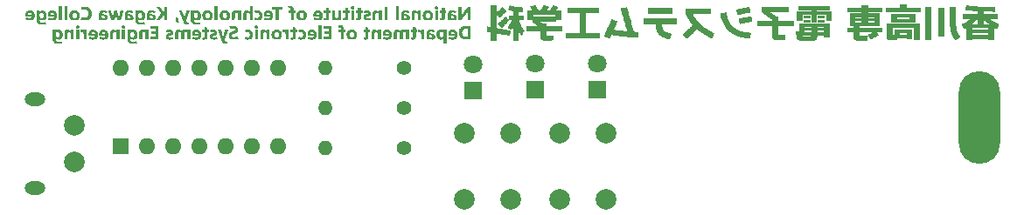
<source format=gbs>
%TF.GenerationSoftware,KiCad,Pcbnew,9.0.2*%
%TF.CreationDate,2025-10-23T19:15:02+09:00*%
%TF.ProjectId,simpleLogicCircuit,73696d70-6c65-44c6-9f67-696343697263,rev?*%
%TF.SameCoordinates,Original*%
%TF.FileFunction,Soldermask,Bot*%
%TF.FilePolarity,Negative*%
%FSLAX46Y46*%
G04 Gerber Fmt 4.6, Leading zero omitted, Abs format (unit mm)*
G04 Created by KiCad (PCBNEW 9.0.2) date 2025-10-23 19:15:02*
%MOMM*%
%LPD*%
G01*
G04 APERTURE LIST*
%ADD10C,0.000000*%
%ADD11R,1.800000X1.800000*%
%ADD12C,1.800000*%
%ADD13C,1.400000*%
%ADD14O,1.400000X1.400000*%
%ADD15C,2.000000*%
%ADD16O,2.000000X1.300000*%
%ADD17R,1.600000X1.600000*%
%ADD18O,1.600000X1.600000*%
%ADD19O,4.000000X9.000000*%
G04 APERTURE END LIST*
D10*
%TO.C,G\u002A\u002A\u002A*%
G36*
X46163435Y-33001738D02*
G01*
X45872253Y-33001738D01*
X45872253Y-31620492D01*
X46163435Y-31620492D01*
X46163435Y-33001738D01*
G37*
G36*
X46693535Y-33001738D02*
G01*
X46402353Y-33001738D01*
X46402353Y-31620492D01*
X46693535Y-31620492D01*
X46693535Y-33001738D01*
G37*
G36*
X47835863Y-34868287D02*
G01*
X47544681Y-34868287D01*
X47544681Y-33935013D01*
X47835863Y-33935013D01*
X47835863Y-34868287D01*
G37*
G36*
X52263317Y-34868287D02*
G01*
X51972135Y-34868287D01*
X51972135Y-33935013D01*
X52263317Y-33935013D01*
X52263317Y-34868287D01*
G37*
G36*
X61237685Y-33001738D02*
G01*
X60946503Y-33001738D01*
X60946503Y-31620492D01*
X61237685Y-31620492D01*
X61237685Y-33001738D01*
G37*
G36*
X65135040Y-34868287D02*
G01*
X64843858Y-34868287D01*
X64843858Y-33935013D01*
X65135040Y-33935013D01*
X65135040Y-34868287D01*
G37*
G36*
X71309584Y-34868287D02*
G01*
X71018402Y-34868287D01*
X71018402Y-33487041D01*
X71309584Y-33487041D01*
X71309584Y-34868287D01*
G37*
G36*
X74460319Y-33001738D02*
G01*
X74169137Y-33001738D01*
X74169137Y-32068464D01*
X74460319Y-32068464D01*
X74460319Y-33001738D01*
G37*
G36*
X77693182Y-33001738D02*
G01*
X77394534Y-33001738D01*
X77394534Y-31695154D01*
X77693182Y-31695154D01*
X77693182Y-33001738D01*
G37*
G36*
X78768314Y-33001738D02*
G01*
X78477132Y-33001738D01*
X78477132Y-31620492D01*
X78768314Y-31620492D01*
X78768314Y-33001738D01*
G37*
G36*
X82576074Y-33001738D02*
G01*
X82284893Y-33001738D01*
X82284893Y-32068464D01*
X82576074Y-32068464D01*
X82576074Y-33001738D01*
G37*
G36*
X105250913Y-32367112D02*
G01*
X102876662Y-32367112D01*
X102876662Y-31822079D01*
X105250913Y-31822079D01*
X105250913Y-32367112D01*
G37*
G36*
X118630336Y-32852414D02*
G01*
X117965845Y-32852414D01*
X117965845Y-32591098D01*
X118630336Y-32591098D01*
X118630336Y-32852414D01*
G37*
G36*
X118630336Y-33203326D02*
G01*
X117965845Y-33203326D01*
X117965845Y-32942009D01*
X118630336Y-32942009D01*
X118630336Y-33203326D01*
G37*
G36*
X120026515Y-32852414D02*
G01*
X119362024Y-32852414D01*
X119362024Y-32591098D01*
X120026515Y-32591098D01*
X120026515Y-32852414D01*
G37*
G36*
X120026515Y-33203326D02*
G01*
X119362024Y-33203326D01*
X119362024Y-32942009D01*
X120026515Y-32942009D01*
X120026515Y-33203326D01*
G37*
G36*
X130367197Y-34920551D02*
G01*
X129769901Y-34920551D01*
X129769901Y-31680222D01*
X130367197Y-31680222D01*
X130367197Y-34920551D01*
G37*
G36*
X131561789Y-34592038D02*
G01*
X130979425Y-34592038D01*
X130979425Y-31784748D01*
X131561789Y-31784748D01*
X131561789Y-34592038D01*
G37*
G36*
X67546621Y-31934072D02*
G01*
X67173311Y-31934072D01*
X67173311Y-33001738D01*
X66874663Y-33001738D01*
X66874663Y-31934072D01*
X66501353Y-31934072D01*
X66501353Y-31695154D01*
X67546621Y-31695154D01*
X67546621Y-31934072D01*
G37*
G36*
X127933217Y-31777282D02*
G01*
X129329396Y-31777282D01*
X129329396Y-32255119D01*
X125924810Y-32255119D01*
X125924810Y-31777282D01*
X127320989Y-31777282D01*
X127320989Y-31501033D01*
X127933217Y-31501033D01*
X127933217Y-31777282D01*
G37*
G36*
X128829161Y-33218258D02*
G01*
X126425045Y-33218258D01*
X126425045Y-32718023D01*
X127022341Y-32718023D01*
X127022341Y-32882279D01*
X128231865Y-32882279D01*
X128231865Y-32718023D01*
X127022341Y-32718023D01*
X126425045Y-32718023D01*
X126425045Y-32359645D01*
X128829161Y-32359645D01*
X128829161Y-32882279D01*
X128829161Y-33218258D01*
G37*
G36*
X55511112Y-34868287D02*
G01*
X54727162Y-34868287D01*
X54727162Y-34629369D01*
X55212465Y-34629369D01*
X55212465Y-34330721D01*
X54786891Y-34330721D01*
X54786891Y-34091803D01*
X55212465Y-34091803D01*
X55212465Y-33800621D01*
X54757027Y-33800621D01*
X54757027Y-33561703D01*
X55511112Y-33561703D01*
X55511112Y-34868287D01*
G37*
G36*
X72272723Y-34868287D02*
G01*
X71488773Y-34868287D01*
X71488773Y-34629369D01*
X71974075Y-34629369D01*
X71974075Y-34330721D01*
X71548502Y-34330721D01*
X71548502Y-34091803D01*
X71974075Y-34091803D01*
X71974075Y-33800621D01*
X71518637Y-33800621D01*
X71518637Y-33561703D01*
X72272723Y-33561703D01*
X72272723Y-34868287D01*
G37*
G36*
X98120695Y-32329781D02*
G01*
X96911171Y-32329781D01*
X96911171Y-34241127D01*
X98232688Y-34241127D01*
X98232688Y-34771227D01*
X94962494Y-34771227D01*
X94962494Y-34241127D01*
X96284011Y-34241127D01*
X96284011Y-32329781D01*
X95074487Y-32329781D01*
X95074487Y-31799681D01*
X98120695Y-31799681D01*
X98120695Y-32329781D01*
G37*
G36*
X120526750Y-32068464D02*
G01*
X119250031Y-32068464D01*
X119250031Y-32158058D01*
X120683540Y-32158058D01*
X120683540Y-33068934D01*
X120138508Y-33068934D01*
X120138508Y-32494037D01*
X119250031Y-32494037D01*
X119250031Y-33225724D01*
X118742329Y-33225724D01*
X118742329Y-32494037D01*
X117853852Y-32494037D01*
X117853852Y-33068934D01*
X117308820Y-33068934D01*
X117308820Y-32158058D01*
X118742329Y-32158058D01*
X118742329Y-32068464D01*
X117465610Y-32068464D01*
X117465610Y-31627958D01*
X120526750Y-31627958D01*
X120526750Y-32068464D01*
G37*
G36*
X57217908Y-32771347D02*
G01*
X57266184Y-32771981D01*
X57402923Y-32774019D01*
X57445003Y-32979340D01*
X57445856Y-32983504D01*
X57457005Y-33037929D01*
X57467351Y-33088480D01*
X57476454Y-33133006D01*
X57483876Y-33169355D01*
X57489176Y-33195379D01*
X57491915Y-33208925D01*
X57496747Y-33233190D01*
X57379341Y-33233113D01*
X57261936Y-33233036D01*
X57199221Y-33014727D01*
X57193329Y-32994216D01*
X57177898Y-32940447D01*
X57163896Y-32891603D01*
X57151864Y-32849570D01*
X57142340Y-32816231D01*
X57135864Y-32793473D01*
X57132976Y-32783180D01*
X57132547Y-32778846D01*
X57135284Y-32775380D01*
X57143248Y-32773061D01*
X57158380Y-32771724D01*
X57182620Y-32771207D01*
X57217908Y-32771347D01*
G37*
G36*
X47705644Y-33495228D02*
G01*
X47752940Y-33502292D01*
X47790953Y-33518219D01*
X47822322Y-33543963D01*
X47830290Y-33553072D01*
X47846872Y-33579726D01*
X47855674Y-33611161D01*
X47858261Y-33652081D01*
X47853752Y-33694630D01*
X47837085Y-33737423D01*
X47808557Y-33771516D01*
X47768614Y-33796194D01*
X47752789Y-33801062D01*
X47721985Y-33805888D01*
X47685846Y-33807795D01*
X47649737Y-33805907D01*
X47605900Y-33795186D01*
X47570399Y-33774080D01*
X47540948Y-33741542D01*
X47537892Y-33737151D01*
X47527515Y-33720060D01*
X47521683Y-33703483D01*
X47519120Y-33682276D01*
X47518549Y-33651297D01*
X47518569Y-33643296D01*
X47519473Y-33614937D01*
X47522653Y-33595205D01*
X47529386Y-33578958D01*
X47540948Y-33561053D01*
X47560483Y-33537586D01*
X47593860Y-33512940D01*
X47634889Y-33498983D01*
X47685846Y-33494671D01*
X47705644Y-33495228D01*
G37*
G36*
X52133099Y-33495228D02*
G01*
X52180395Y-33502292D01*
X52218407Y-33518219D01*
X52249776Y-33543963D01*
X52257744Y-33553072D01*
X52274326Y-33579726D01*
X52283129Y-33611161D01*
X52285716Y-33652081D01*
X52281206Y-33694630D01*
X52264539Y-33737423D01*
X52236012Y-33771516D01*
X52196068Y-33796194D01*
X52180243Y-33801062D01*
X52149439Y-33805888D01*
X52113301Y-33807795D01*
X52077191Y-33805907D01*
X52033355Y-33795186D01*
X51997854Y-33774080D01*
X51968402Y-33741542D01*
X51965347Y-33737151D01*
X51954969Y-33720060D01*
X51949137Y-33703483D01*
X51946574Y-33682276D01*
X51946004Y-33651297D01*
X51946024Y-33643296D01*
X51946927Y-33614937D01*
X51950107Y-33595205D01*
X51956840Y-33578958D01*
X51968402Y-33561053D01*
X51987938Y-33537586D01*
X52021314Y-33512940D01*
X52062343Y-33498983D01*
X52113301Y-33494671D01*
X52133099Y-33495228D01*
G37*
G36*
X65004821Y-33495228D02*
G01*
X65052117Y-33502292D01*
X65090130Y-33518219D01*
X65121499Y-33543963D01*
X65129467Y-33553072D01*
X65146049Y-33579726D01*
X65154851Y-33611161D01*
X65157438Y-33652081D01*
X65152929Y-33694630D01*
X65136262Y-33737423D01*
X65107734Y-33771516D01*
X65067790Y-33796194D01*
X65051966Y-33801062D01*
X65021162Y-33805888D01*
X64985023Y-33807795D01*
X64948914Y-33805907D01*
X64905077Y-33795186D01*
X64869576Y-33774080D01*
X64840125Y-33741542D01*
X64837069Y-33737151D01*
X64826692Y-33720060D01*
X64820860Y-33703483D01*
X64818297Y-33682276D01*
X64817726Y-33651297D01*
X64817746Y-33643296D01*
X64818650Y-33614937D01*
X64821830Y-33595205D01*
X64828563Y-33578958D01*
X64840125Y-33561053D01*
X64859660Y-33537586D01*
X64893037Y-33512940D01*
X64934066Y-33498983D01*
X64985023Y-33494671D01*
X65004821Y-33495228D01*
G37*
G36*
X74330101Y-31628679D02*
G01*
X74377397Y-31635743D01*
X74415409Y-31651670D01*
X74446778Y-31677414D01*
X74454746Y-31686523D01*
X74471328Y-31713177D01*
X74480131Y-31744612D01*
X74482717Y-31785532D01*
X74478208Y-31828081D01*
X74461541Y-31870874D01*
X74433014Y-31904967D01*
X74393070Y-31929645D01*
X74377245Y-31934513D01*
X74346441Y-31939339D01*
X74310303Y-31941246D01*
X74274193Y-31939357D01*
X74230356Y-31928637D01*
X74194855Y-31907531D01*
X74165404Y-31874993D01*
X74162349Y-31870602D01*
X74151971Y-31853511D01*
X74146139Y-31836934D01*
X74143576Y-31815727D01*
X74143005Y-31784748D01*
X74143026Y-31776747D01*
X74143929Y-31748387D01*
X74147109Y-31728656D01*
X74153842Y-31712409D01*
X74165404Y-31694504D01*
X74184940Y-31671037D01*
X74218316Y-31646391D01*
X74259345Y-31632434D01*
X74310303Y-31628122D01*
X74330101Y-31628679D01*
G37*
G36*
X82445856Y-31628679D02*
G01*
X82493152Y-31635743D01*
X82531165Y-31651670D01*
X82562533Y-31677414D01*
X82570501Y-31686523D01*
X82587084Y-31713177D01*
X82595886Y-31744612D01*
X82598473Y-31785532D01*
X82593963Y-31828081D01*
X82577297Y-31870874D01*
X82548769Y-31904967D01*
X82508825Y-31929645D01*
X82493000Y-31934513D01*
X82462196Y-31939339D01*
X82426058Y-31941246D01*
X82389948Y-31939357D01*
X82346112Y-31928637D01*
X82310611Y-31907531D01*
X82281159Y-31874993D01*
X82278104Y-31870602D01*
X82267727Y-31853511D01*
X82261895Y-31836934D01*
X82259332Y-31815727D01*
X82258761Y-31784748D01*
X82258781Y-31776747D01*
X82259685Y-31748387D01*
X82262864Y-31728656D01*
X82269597Y-31712409D01*
X82281159Y-31694504D01*
X82300695Y-31671037D01*
X82334072Y-31646391D01*
X82375100Y-31632434D01*
X82426058Y-31628122D01*
X82445856Y-31628679D01*
G37*
G36*
X48079983Y-33914116D02*
G01*
X48111214Y-33918210D01*
X48136870Y-33924501D01*
X48168983Y-33939918D01*
X48207362Y-33969079D01*
X48241772Y-34006449D01*
X48268472Y-34048503D01*
X48291301Y-34094188D01*
X48291301Y-33935013D01*
X48582482Y-33935013D01*
X48582482Y-34868287D01*
X48291301Y-34868287D01*
X48291244Y-34634969D01*
X48291209Y-34613975D01*
X48290783Y-34554487D01*
X48289927Y-34498396D01*
X48288705Y-34448011D01*
X48287181Y-34405637D01*
X48285418Y-34373581D01*
X48283480Y-34354151D01*
X48268659Y-34297615D01*
X48243593Y-34248267D01*
X48209528Y-34209565D01*
X48198264Y-34200499D01*
X48171391Y-34184077D01*
X48140897Y-34173612D01*
X48103106Y-34168082D01*
X48054343Y-34166465D01*
X47987107Y-34166465D01*
X47973933Y-34051301D01*
X47971536Y-34029433D01*
X47967856Y-33990988D01*
X47965455Y-33958751D01*
X47964528Y-33935590D01*
X47965272Y-33924376D01*
X47970683Y-33919751D01*
X47988529Y-33915035D01*
X48015074Y-33912526D01*
X48046748Y-33912221D01*
X48079983Y-33914116D01*
G37*
G36*
X67641418Y-33914116D02*
G01*
X67672648Y-33918210D01*
X67698305Y-33924501D01*
X67730418Y-33939918D01*
X67768796Y-33969079D01*
X67803206Y-34006449D01*
X67829906Y-34048503D01*
X67852735Y-34094188D01*
X67852735Y-33935013D01*
X68143917Y-33935013D01*
X68143917Y-34868287D01*
X67852735Y-34868287D01*
X67852679Y-34634969D01*
X67852643Y-34613975D01*
X67852217Y-34554487D01*
X67851361Y-34498396D01*
X67850140Y-34448011D01*
X67848615Y-34405637D01*
X67846852Y-34373581D01*
X67844915Y-34354151D01*
X67830093Y-34297615D01*
X67805028Y-34248267D01*
X67770962Y-34209565D01*
X67759698Y-34200499D01*
X67732825Y-34184077D01*
X67702331Y-34173612D01*
X67664541Y-34168082D01*
X67615777Y-34166465D01*
X67548541Y-34166465D01*
X67535367Y-34051301D01*
X67532970Y-34029433D01*
X67529290Y-33990988D01*
X67526889Y-33958751D01*
X67525963Y-33935590D01*
X67526707Y-33924376D01*
X67532117Y-33919751D01*
X67549964Y-33915035D01*
X67576508Y-33912526D01*
X67608182Y-33912221D01*
X67641418Y-33914116D01*
G37*
G36*
X80729660Y-33914116D02*
G01*
X80760890Y-33918210D01*
X80786547Y-33924501D01*
X80818660Y-33939918D01*
X80857038Y-33969079D01*
X80891448Y-34006449D01*
X80918148Y-34048503D01*
X80940977Y-34094188D01*
X80940977Y-33935013D01*
X81232159Y-33935013D01*
X81232159Y-34868287D01*
X80940977Y-34868287D01*
X80940921Y-34634969D01*
X80940885Y-34613975D01*
X80940459Y-34554487D01*
X80939604Y-34498396D01*
X80938382Y-34448011D01*
X80936857Y-34405637D01*
X80935095Y-34373581D01*
X80933157Y-34354151D01*
X80918336Y-34297615D01*
X80893270Y-34248267D01*
X80859204Y-34209565D01*
X80847940Y-34200499D01*
X80821067Y-34184077D01*
X80790574Y-34173612D01*
X80752783Y-34168082D01*
X80704019Y-34166465D01*
X80636783Y-34166465D01*
X80623609Y-34051301D01*
X80621212Y-34029433D01*
X80617533Y-33990988D01*
X80615131Y-33958751D01*
X80614205Y-33935590D01*
X80614949Y-33924376D01*
X80620360Y-33919751D01*
X80638206Y-33915035D01*
X80664750Y-33912526D01*
X80696424Y-33912221D01*
X80729660Y-33914116D01*
G37*
G36*
X84853502Y-32133793D02*
G01*
X84853513Y-32151657D01*
X84853643Y-32244041D01*
X84853898Y-32322556D01*
X84854299Y-32388103D01*
X84854865Y-32441586D01*
X84855616Y-32483907D01*
X84856571Y-32515968D01*
X84857751Y-32538673D01*
X84859175Y-32552922D01*
X84860863Y-32559620D01*
X84862834Y-32559669D01*
X84864887Y-32556624D01*
X84874553Y-32541933D01*
X84891280Y-32516351D01*
X84914377Y-32480935D01*
X84943157Y-32436743D01*
X84976930Y-32384835D01*
X85015007Y-32326269D01*
X85056701Y-32262103D01*
X85101321Y-32193395D01*
X85148179Y-32121205D01*
X85424428Y-31695503D01*
X85586818Y-31695328D01*
X85749208Y-31695154D01*
X85749208Y-33001738D01*
X85464464Y-33001738D01*
X85466845Y-32547769D01*
X85469225Y-32093800D01*
X85434164Y-32150194D01*
X85433432Y-32151367D01*
X85422276Y-32168879D01*
X85403817Y-32197471D01*
X85378877Y-32235886D01*
X85348274Y-32282868D01*
X85312831Y-32337161D01*
X85273366Y-32397506D01*
X85230700Y-32462649D01*
X85185654Y-32531331D01*
X85139048Y-32602297D01*
X84878995Y-32998005D01*
X84569549Y-33002041D01*
X84569549Y-31695154D01*
X84853264Y-31695154D01*
X84853502Y-32133793D01*
G37*
G36*
X68227364Y-31598192D02*
G01*
X68301068Y-31601963D01*
X68363900Y-31613117D01*
X68418334Y-31632523D01*
X68466845Y-31661053D01*
X68511908Y-31699577D01*
X68529214Y-31717830D01*
X68559441Y-31757939D01*
X68581457Y-31801945D01*
X68596120Y-31852411D01*
X68604289Y-31911898D01*
X68606821Y-31982970D01*
X68606821Y-32068464D01*
X68763611Y-32068464D01*
X68763611Y-32277517D01*
X68606821Y-32277517D01*
X68606821Y-33001738D01*
X68315639Y-33001738D01*
X68315639Y-32277517D01*
X68099120Y-32277517D01*
X68099120Y-32068464D01*
X68317784Y-32068464D01*
X68313837Y-31991141D01*
X68311722Y-31960607D01*
X68305480Y-31916756D01*
X68295358Y-31884126D01*
X68280548Y-31860491D01*
X68260240Y-31843624D01*
X68257864Y-31842260D01*
X68230047Y-31833088D01*
X68194957Y-31829678D01*
X68158502Y-31832160D01*
X68126591Y-31840666D01*
X68099975Y-31851787D01*
X68080083Y-31786536D01*
X68077661Y-31778600D01*
X68066341Y-31741678D01*
X68055135Y-31705360D01*
X68046154Y-31676488D01*
X68039598Y-31655021D01*
X68034149Y-31635935D01*
X68032020Y-31626690D01*
X68034857Y-31623048D01*
X68049791Y-31617150D01*
X68075074Y-31611399D01*
X68107910Y-31606212D01*
X68145503Y-31602003D01*
X68185060Y-31599188D01*
X68223786Y-31598182D01*
X68227364Y-31598192D01*
G37*
G36*
X73080392Y-33464741D02*
G01*
X73154096Y-33468512D01*
X73216928Y-33479666D01*
X73271362Y-33499072D01*
X73319873Y-33527602D01*
X73364935Y-33566126D01*
X73382241Y-33584379D01*
X73412469Y-33624488D01*
X73434485Y-33668494D01*
X73449148Y-33718960D01*
X73457316Y-33778447D01*
X73459848Y-33849519D01*
X73459848Y-33935013D01*
X73616639Y-33935013D01*
X73616639Y-34144066D01*
X73459848Y-34144066D01*
X73459848Y-34868287D01*
X73168667Y-34868287D01*
X73168667Y-34144066D01*
X72952147Y-34144066D01*
X72952147Y-33935013D01*
X73170811Y-33935013D01*
X73166865Y-33857690D01*
X73164750Y-33827156D01*
X73158508Y-33783306D01*
X73148386Y-33750676D01*
X73133576Y-33727040D01*
X73113268Y-33710173D01*
X73110891Y-33708809D01*
X73083075Y-33699637D01*
X73047984Y-33696227D01*
X73011530Y-33698709D01*
X72979618Y-33707215D01*
X72953003Y-33718336D01*
X72933111Y-33653085D01*
X72930689Y-33645149D01*
X72919368Y-33608227D01*
X72908163Y-33571909D01*
X72899181Y-33543038D01*
X72892625Y-33521571D01*
X72887177Y-33502484D01*
X72885048Y-33493239D01*
X72887885Y-33489597D01*
X72902819Y-33483699D01*
X72928102Y-33477948D01*
X72960937Y-33472761D01*
X72998531Y-33468552D01*
X73038088Y-33465737D01*
X73076813Y-33464731D01*
X73080392Y-33464741D01*
G37*
G36*
X80385383Y-32049711D02*
G01*
X80420322Y-32056433D01*
X80463470Y-32073877D01*
X80508639Y-32100677D01*
X80549725Y-32132937D01*
X80581364Y-32166975D01*
X80608732Y-32203679D01*
X80610878Y-32136071D01*
X80613025Y-32068464D01*
X80903646Y-32068464D01*
X80903646Y-33001738D01*
X80613404Y-33001738D01*
X80608732Y-32414544D01*
X80586165Y-32370296D01*
X80577282Y-32354125D01*
X80555182Y-32324672D01*
X80526435Y-32301076D01*
X80522066Y-32298156D01*
X80502276Y-32286105D01*
X80485465Y-32279841D01*
X80465682Y-32277878D01*
X80436976Y-32278730D01*
X80433963Y-32278894D01*
X80391959Y-32284922D01*
X80360293Y-32298829D01*
X80335652Y-32322786D01*
X80314725Y-32358970D01*
X80295151Y-32400710D01*
X80290637Y-33001738D01*
X80000237Y-33001738D01*
X80000347Y-32663893D01*
X80000396Y-32603378D01*
X80000630Y-32526259D01*
X80001174Y-32461562D01*
X80002158Y-32407795D01*
X80003711Y-32363464D01*
X80005963Y-32327078D01*
X80009045Y-32297144D01*
X80013087Y-32272170D01*
X80018218Y-32250664D01*
X80024568Y-32231133D01*
X80032269Y-32212085D01*
X80041448Y-32192028D01*
X80060628Y-32160330D01*
X80092989Y-32122740D01*
X80131134Y-32089877D01*
X80170337Y-32066350D01*
X80174680Y-32064520D01*
X80206778Y-32055691D01*
X80248351Y-32049618D01*
X80294945Y-32046480D01*
X80342107Y-32046452D01*
X80385383Y-32049711D01*
G37*
G36*
X46787500Y-33916260D02*
G01*
X46822438Y-33922982D01*
X46865586Y-33940426D01*
X46910755Y-33967226D01*
X46951841Y-33999486D01*
X46983481Y-34033524D01*
X47010848Y-34070228D01*
X47012995Y-34002620D01*
X47015141Y-33935013D01*
X47305763Y-33935013D01*
X47305763Y-34868287D01*
X47015520Y-34868287D01*
X47010848Y-34281093D01*
X46988281Y-34236845D01*
X46979399Y-34220674D01*
X46957299Y-34191221D01*
X46928552Y-34167626D01*
X46924182Y-34164705D01*
X46904393Y-34152654D01*
X46887581Y-34146390D01*
X46867798Y-34144427D01*
X46839092Y-34145279D01*
X46836079Y-34145443D01*
X46794075Y-34151472D01*
X46762409Y-34165378D01*
X46737769Y-34189336D01*
X46716842Y-34225519D01*
X46697268Y-34267259D01*
X46695011Y-34567773D01*
X46692753Y-34868287D01*
X46402353Y-34868287D01*
X46402463Y-34530442D01*
X46402512Y-34469927D01*
X46402747Y-34392808D01*
X46403290Y-34328111D01*
X46404274Y-34274344D01*
X46405827Y-34230013D01*
X46408080Y-34193627D01*
X46411162Y-34163693D01*
X46415203Y-34138719D01*
X46420334Y-34117213D01*
X46426685Y-34097682D01*
X46434385Y-34078634D01*
X46443564Y-34058577D01*
X46462745Y-34026879D01*
X46495105Y-33989289D01*
X46533250Y-33956426D01*
X46572454Y-33932899D01*
X46576797Y-33931069D01*
X46608895Y-33922240D01*
X46650467Y-33916167D01*
X46697061Y-33913029D01*
X46744223Y-33913001D01*
X46787500Y-33916260D01*
G37*
G36*
X51214954Y-33916260D02*
G01*
X51249893Y-33922982D01*
X51293041Y-33940426D01*
X51338210Y-33967226D01*
X51379296Y-33999486D01*
X51410935Y-34033524D01*
X51438302Y-34070228D01*
X51440449Y-34002620D01*
X51442596Y-33935013D01*
X51733217Y-33935013D01*
X51733217Y-34868287D01*
X51442975Y-34868287D01*
X51440639Y-34574690D01*
X51438302Y-34281093D01*
X51415736Y-34236845D01*
X51406853Y-34220674D01*
X51384753Y-34191221D01*
X51356006Y-34167626D01*
X51351637Y-34164705D01*
X51331847Y-34152654D01*
X51315036Y-34146390D01*
X51295253Y-34144427D01*
X51266547Y-34145279D01*
X51263534Y-34145443D01*
X51221530Y-34151472D01*
X51189863Y-34165378D01*
X51165223Y-34189336D01*
X51144296Y-34225519D01*
X51124722Y-34267259D01*
X51120208Y-34868287D01*
X50829807Y-34868287D01*
X50829918Y-34530442D01*
X50829967Y-34469927D01*
X50830201Y-34392808D01*
X50830745Y-34328111D01*
X50831728Y-34274344D01*
X50833281Y-34230013D01*
X50835534Y-34193627D01*
X50838616Y-34163693D01*
X50842658Y-34138719D01*
X50847789Y-34117213D01*
X50854139Y-34097682D01*
X50861839Y-34078634D01*
X50871019Y-34058577D01*
X50890199Y-34026879D01*
X50922560Y-33989289D01*
X50960705Y-33956426D01*
X50999908Y-33932899D01*
X51004251Y-33931069D01*
X51036349Y-33922240D01*
X51077922Y-33916167D01*
X51124516Y-33913029D01*
X51171678Y-33913001D01*
X51214954Y-33916260D01*
G37*
G36*
X54029710Y-33916260D02*
G01*
X54064649Y-33922982D01*
X54107797Y-33940426D01*
X54152966Y-33967226D01*
X54194052Y-33999486D01*
X54225691Y-34033524D01*
X54253058Y-34070228D01*
X54255205Y-34002620D01*
X54257352Y-33935013D01*
X54547973Y-33935013D01*
X54547973Y-34868287D01*
X54257731Y-34868287D01*
X54255395Y-34574690D01*
X54253058Y-34281093D01*
X54230492Y-34236845D01*
X54221609Y-34220674D01*
X54199509Y-34191221D01*
X54170762Y-34167626D01*
X54166393Y-34164705D01*
X54146603Y-34152654D01*
X54129792Y-34146390D01*
X54110009Y-34144427D01*
X54081303Y-34145279D01*
X54078290Y-34145443D01*
X54036286Y-34151472D01*
X54004619Y-34165378D01*
X53979979Y-34189336D01*
X53959052Y-34225519D01*
X53939478Y-34267259D01*
X53934964Y-34868287D01*
X53644563Y-34868287D01*
X53644674Y-34530442D01*
X53644723Y-34469927D01*
X53644957Y-34392808D01*
X53645501Y-34328111D01*
X53646484Y-34274344D01*
X53648037Y-34230013D01*
X53650290Y-34193627D01*
X53653372Y-34163693D01*
X53657414Y-34138719D01*
X53662545Y-34117213D01*
X53668895Y-34097682D01*
X53676595Y-34078634D01*
X53685775Y-34058577D01*
X53704955Y-34026879D01*
X53737316Y-33989289D01*
X53775461Y-33956426D01*
X53814664Y-33932899D01*
X53819007Y-33931069D01*
X53851105Y-33922240D01*
X53892678Y-33916167D01*
X53939272Y-33913029D01*
X53986434Y-33913001D01*
X54029710Y-33916260D01*
G37*
G36*
X62989146Y-32049711D02*
G01*
X63024084Y-32056433D01*
X63067232Y-32073877D01*
X63112401Y-32100677D01*
X63153487Y-32132937D01*
X63185127Y-32166975D01*
X63212494Y-32203679D01*
X63214641Y-32136071D01*
X63216787Y-32068464D01*
X63507409Y-32068464D01*
X63507409Y-33001738D01*
X63217166Y-33001738D01*
X63212494Y-32414544D01*
X63189927Y-32370296D01*
X63181045Y-32354125D01*
X63158945Y-32324672D01*
X63130198Y-32301076D01*
X63125828Y-32298156D01*
X63106039Y-32286105D01*
X63089228Y-32279841D01*
X63069444Y-32277878D01*
X63040739Y-32278730D01*
X63037725Y-32278894D01*
X62995721Y-32284922D01*
X62964055Y-32298829D01*
X62939415Y-32322786D01*
X62918488Y-32358970D01*
X62898914Y-32400710D01*
X62896657Y-32701224D01*
X62894399Y-33001738D01*
X62603999Y-33001738D01*
X62604109Y-32663893D01*
X62604158Y-32603378D01*
X62604393Y-32526259D01*
X62604937Y-32461562D01*
X62605920Y-32407795D01*
X62607473Y-32363464D01*
X62609726Y-32327078D01*
X62612808Y-32297144D01*
X62616849Y-32272170D01*
X62621980Y-32250664D01*
X62628331Y-32231133D01*
X62636031Y-32212085D01*
X62645210Y-32192028D01*
X62664391Y-32160330D01*
X62696751Y-32122740D01*
X62734896Y-32089877D01*
X62774100Y-32066350D01*
X62778443Y-32064520D01*
X62810541Y-32055691D01*
X62852113Y-32049618D01*
X62898707Y-32046480D01*
X62945869Y-32046452D01*
X62989146Y-32049711D01*
G37*
G36*
X65744172Y-33916260D02*
G01*
X65779111Y-33922982D01*
X65822259Y-33940426D01*
X65867428Y-33967226D01*
X65908514Y-33999486D01*
X65940153Y-34033524D01*
X65967520Y-34070228D01*
X65969667Y-34002620D01*
X65971814Y-33935013D01*
X66262435Y-33935013D01*
X66262435Y-34868287D01*
X65972193Y-34868287D01*
X65969857Y-34574690D01*
X65967520Y-34281093D01*
X65944954Y-34236845D01*
X65936071Y-34220674D01*
X65913971Y-34191221D01*
X65885224Y-34167626D01*
X65880855Y-34164705D01*
X65861065Y-34152654D01*
X65844254Y-34146390D01*
X65824471Y-34144427D01*
X65795765Y-34145279D01*
X65792752Y-34145443D01*
X65750748Y-34151472D01*
X65719082Y-34165378D01*
X65694441Y-34189336D01*
X65673514Y-34225519D01*
X65653940Y-34267259D01*
X65649426Y-34868287D01*
X65359025Y-34868287D01*
X65359136Y-34530442D01*
X65359185Y-34469927D01*
X65359419Y-34392808D01*
X65359963Y-34328111D01*
X65360946Y-34274344D01*
X65362500Y-34230013D01*
X65364752Y-34193627D01*
X65367834Y-34163693D01*
X65371876Y-34138719D01*
X65377007Y-34117213D01*
X65383357Y-34097682D01*
X65391057Y-34078634D01*
X65400237Y-34058577D01*
X65419417Y-34026879D01*
X65451778Y-33989289D01*
X65489923Y-33956426D01*
X65529126Y-33932899D01*
X65533469Y-33931069D01*
X65565567Y-33922240D01*
X65607140Y-33916167D01*
X65653734Y-33913029D01*
X65700896Y-33913001D01*
X65744172Y-33916260D01*
G37*
G36*
X76525360Y-33916260D02*
G01*
X76560298Y-33922982D01*
X76603446Y-33940426D01*
X76648615Y-33967226D01*
X76689701Y-33999486D01*
X76721341Y-34033524D01*
X76748708Y-34070228D01*
X76750855Y-34002620D01*
X76753001Y-33935013D01*
X77043623Y-33935013D01*
X77043623Y-34868287D01*
X76753380Y-34868287D01*
X76748708Y-34281093D01*
X76726141Y-34236845D01*
X76717259Y-34220674D01*
X76695159Y-34191221D01*
X76666412Y-34167626D01*
X76662042Y-34164705D01*
X76642253Y-34152654D01*
X76625442Y-34146390D01*
X76605658Y-34144427D01*
X76576953Y-34145279D01*
X76573939Y-34145443D01*
X76531935Y-34151472D01*
X76500269Y-34165378D01*
X76475629Y-34189336D01*
X76454702Y-34225519D01*
X76435128Y-34267259D01*
X76432871Y-34567773D01*
X76430613Y-34868287D01*
X76140213Y-34868287D01*
X76140323Y-34530442D01*
X76140372Y-34469927D01*
X76140607Y-34392808D01*
X76141151Y-34328111D01*
X76142134Y-34274344D01*
X76143687Y-34230013D01*
X76145940Y-34193627D01*
X76149022Y-34163693D01*
X76153063Y-34138719D01*
X76158194Y-34117213D01*
X76164545Y-34097682D01*
X76172245Y-34078634D01*
X76181424Y-34058577D01*
X76200605Y-34026879D01*
X76232965Y-33989289D01*
X76271110Y-33956426D01*
X76310314Y-33932899D01*
X76314657Y-33931069D01*
X76346755Y-33922240D01*
X76388327Y-33916167D01*
X76434921Y-33913029D01*
X76482083Y-33913001D01*
X76525360Y-33916260D01*
G37*
G36*
X76614954Y-32049711D02*
G01*
X76649893Y-32056433D01*
X76693041Y-32073877D01*
X76738210Y-32100677D01*
X76779296Y-32132937D01*
X76810935Y-32166975D01*
X76838302Y-32203679D01*
X76840449Y-32136071D01*
X76842596Y-32068464D01*
X77133217Y-32068464D01*
X77133217Y-33001738D01*
X76842975Y-33001738D01*
X76840639Y-32708141D01*
X76838302Y-32414544D01*
X76815736Y-32370296D01*
X76806853Y-32354125D01*
X76784753Y-32324672D01*
X76756006Y-32301076D01*
X76751637Y-32298156D01*
X76731847Y-32286105D01*
X76715036Y-32279841D01*
X76695253Y-32277878D01*
X76666547Y-32278730D01*
X76663534Y-32278894D01*
X76621530Y-32284922D01*
X76589863Y-32298829D01*
X76565223Y-32322786D01*
X76544296Y-32358970D01*
X76524722Y-32400710D01*
X76520208Y-33001738D01*
X76229807Y-33001738D01*
X76229918Y-32663893D01*
X76229967Y-32603378D01*
X76230201Y-32526259D01*
X76230745Y-32461562D01*
X76231728Y-32407795D01*
X76233281Y-32363464D01*
X76235534Y-32327078D01*
X76238616Y-32297144D01*
X76242658Y-32272170D01*
X76247789Y-32250664D01*
X76254139Y-32231133D01*
X76261839Y-32212085D01*
X76271019Y-32192028D01*
X76290199Y-32160330D01*
X76322560Y-32122740D01*
X76360705Y-32089877D01*
X76399908Y-32066350D01*
X76404251Y-32064520D01*
X76436349Y-32055691D01*
X76477922Y-32049618D01*
X76524516Y-32046480D01*
X76571678Y-32046452D01*
X76614954Y-32049711D01*
G37*
G36*
X72602784Y-32368978D02*
G01*
X72604969Y-32669493D01*
X72627266Y-32709752D01*
X72632808Y-32719081D01*
X72655111Y-32748266D01*
X72678984Y-32769481D01*
X72681460Y-32771103D01*
X72698110Y-32780459D01*
X72715203Y-32785865D01*
X72737558Y-32788352D01*
X72769999Y-32788952D01*
X72797539Y-32788518D01*
X72821778Y-32786338D01*
X72838616Y-32781611D01*
X72852211Y-32773558D01*
X72856867Y-32770032D01*
X72872036Y-32757349D01*
X72884662Y-32743787D01*
X72894977Y-32727940D01*
X72903212Y-32708404D01*
X72909602Y-32683773D01*
X72914377Y-32652643D01*
X72917770Y-32613608D01*
X72920013Y-32565262D01*
X72921338Y-32506201D01*
X72921979Y-32435020D01*
X72922166Y-32350313D01*
X72922282Y-32068464D01*
X73213464Y-32068464D01*
X73213334Y-32395110D01*
X73213306Y-32429274D01*
X73213082Y-32508358D01*
X73212611Y-32574395D01*
X73211854Y-32628744D01*
X73210771Y-32672766D01*
X73209323Y-32707820D01*
X73207470Y-32735269D01*
X73205173Y-32756470D01*
X73202393Y-32772786D01*
X73202002Y-32774613D01*
X73181100Y-32844650D01*
X73150880Y-32903177D01*
X73110979Y-32950627D01*
X73061033Y-32987437D01*
X73000677Y-33014041D01*
X72974319Y-33019219D01*
X72934007Y-33021972D01*
X72881046Y-33022144D01*
X72858416Y-33021648D01*
X72825812Y-33020342D01*
X72801902Y-33017889D01*
X72782636Y-33013529D01*
X72763963Y-33006503D01*
X72741830Y-32996053D01*
X72736653Y-32993439D01*
X72690940Y-32963971D01*
X72646809Y-32922984D01*
X72601236Y-32874267D01*
X72601236Y-33001738D01*
X72302588Y-33001738D01*
X72302588Y-32068464D01*
X72600600Y-32068464D01*
X72602784Y-32368978D01*
G37*
G36*
X64634804Y-33001738D02*
G01*
X64344562Y-33001738D01*
X64342226Y-32708690D01*
X64341860Y-32664799D01*
X64341190Y-32597593D01*
X64340434Y-32542965D01*
X64339519Y-32499408D01*
X64338372Y-32465415D01*
X64336919Y-32439480D01*
X64335087Y-32420096D01*
X64332805Y-32405755D01*
X64329998Y-32394952D01*
X64326593Y-32386179D01*
X64315032Y-32362968D01*
X64286717Y-32322717D01*
X64253059Y-32295797D01*
X64212858Y-32281410D01*
X64164914Y-32278758D01*
X64131845Y-32282768D01*
X64098079Y-32294931D01*
X64072272Y-32316790D01*
X64051215Y-32350365D01*
X64051074Y-32350653D01*
X64046801Y-32359633D01*
X64043285Y-32368561D01*
X64040442Y-32378933D01*
X64038184Y-32392249D01*
X64036426Y-32410006D01*
X64035084Y-32433705D01*
X64034071Y-32464843D01*
X64033301Y-32504918D01*
X64032689Y-32555430D01*
X64032150Y-32617877D01*
X64031597Y-32693758D01*
X64029419Y-33001738D01*
X63730327Y-33001738D01*
X63733519Y-32660160D01*
X63733562Y-32655579D01*
X63734616Y-32562179D01*
X63735880Y-32483084D01*
X63737373Y-32417696D01*
X63739114Y-32365417D01*
X63741124Y-32325649D01*
X63743422Y-32297793D01*
X63746028Y-32281250D01*
X63763209Y-32227888D01*
X63793496Y-32169108D01*
X63832577Y-32120917D01*
X63879612Y-32084301D01*
X63933765Y-32060247D01*
X63943754Y-32057312D01*
X63970060Y-32051017D01*
X63996512Y-32047576D01*
X64028015Y-32046524D01*
X64069474Y-32047397D01*
X64071177Y-32047457D01*
X64109122Y-32049191D01*
X64136777Y-32051838D01*
X64158615Y-32056300D01*
X64179108Y-32063479D01*
X64202730Y-32074278D01*
X64215623Y-32080907D01*
X64257176Y-32108722D01*
X64297924Y-32147083D01*
X64343623Y-32195935D01*
X64343623Y-31620492D01*
X64634804Y-31620492D01*
X64634804Y-33001738D01*
G37*
G36*
X105691418Y-33375048D02*
G01*
X104265375Y-33375048D01*
X104265375Y-33408353D01*
X104265394Y-33412075D01*
X104267514Y-33456016D01*
X104272648Y-33508472D01*
X104280084Y-33564054D01*
X104289110Y-33617376D01*
X104299015Y-33663047D01*
X104320233Y-33735085D01*
X104356620Y-33824086D01*
X104402647Y-33904678D01*
X104458997Y-33977503D01*
X104526350Y-34043203D01*
X104605387Y-34102420D01*
X104696790Y-34155796D01*
X104801241Y-34203972D01*
X104919420Y-34247591D01*
X104930394Y-34251196D01*
X104977745Y-34266089D01*
X105026431Y-34280515D01*
X105071309Y-34292985D01*
X105107236Y-34302007D01*
X105131826Y-34308068D01*
X105158041Y-34315754D01*
X105175387Y-34322385D01*
X105180984Y-34326988D01*
X105180892Y-34327241D01*
X105177564Y-34337171D01*
X105170188Y-34359526D01*
X105159292Y-34392696D01*
X105145403Y-34435074D01*
X105129048Y-34485051D01*
X105110754Y-34541019D01*
X105091049Y-34601371D01*
X105088645Y-34608731D01*
X105069003Y-34668273D01*
X105050650Y-34722916D01*
X105034129Y-34771107D01*
X105019988Y-34811294D01*
X105008771Y-34841921D01*
X105001024Y-34861437D01*
X104997293Y-34868287D01*
X104996473Y-34868220D01*
X104984486Y-34866058D01*
X104961458Y-34861305D01*
X104930314Y-34854577D01*
X104893977Y-34846491D01*
X104786963Y-34820184D01*
X104631911Y-34773646D01*
X104487106Y-34719604D01*
X104353657Y-34658488D01*
X104232674Y-34590727D01*
X104223670Y-34585092D01*
X104111752Y-34505867D01*
X104010361Y-34416438D01*
X103920031Y-34317532D01*
X103841298Y-34209875D01*
X103774698Y-34094193D01*
X103720767Y-33971213D01*
X103680041Y-33841660D01*
X103676399Y-33827085D01*
X103659015Y-33746891D01*
X103644364Y-33661461D01*
X103633093Y-33575589D01*
X103625852Y-33494074D01*
X103623288Y-33421712D01*
X103623282Y-33375048D01*
X102436157Y-33375048D01*
X102436157Y-32830016D01*
X105691418Y-32830016D01*
X105691418Y-33375048D01*
G37*
G36*
X59969981Y-33628901D02*
G01*
X59980125Y-33630988D01*
X60002142Y-33636543D01*
X60033635Y-33644928D01*
X60072207Y-33655505D01*
X60115463Y-33667636D01*
X60252147Y-33706374D01*
X60252147Y-33935013D01*
X60401471Y-33935013D01*
X60401471Y-34144066D01*
X60252147Y-34144066D01*
X60252059Y-34403517D01*
X60252053Y-34415324D01*
X60251864Y-34489911D01*
X60251281Y-34551489D01*
X60250113Y-34601741D01*
X60248167Y-34642349D01*
X60245252Y-34674995D01*
X60241177Y-34701363D01*
X60235749Y-34723134D01*
X60228777Y-34741991D01*
X60220070Y-34759617D01*
X60209436Y-34777694D01*
X60177511Y-34817204D01*
X60132487Y-34851206D01*
X60078181Y-34875179D01*
X60057270Y-34880625D01*
X60009449Y-34887759D01*
X59954423Y-34890846D01*
X59896871Y-34889877D01*
X59841473Y-34884844D01*
X59792909Y-34875736D01*
X59784740Y-34873627D01*
X59758606Y-34866572D01*
X59739685Y-34860993D01*
X59731617Y-34857947D01*
X59731476Y-34857023D01*
X59733513Y-34845535D01*
X59738921Y-34823203D01*
X59747024Y-34792715D01*
X59757143Y-34756755D01*
X59760715Y-34744387D01*
X59771171Y-34708849D01*
X59778917Y-34684956D01*
X59785021Y-34670582D01*
X59790553Y-34663607D01*
X59796581Y-34661905D01*
X59804175Y-34663353D01*
X59810086Y-34664834D01*
X59844704Y-34670683D01*
X59878862Y-34672455D01*
X59907929Y-34670137D01*
X59927274Y-34663715D01*
X59928236Y-34663073D01*
X59936945Y-34655683D01*
X59943977Y-34645553D01*
X59949508Y-34631158D01*
X59953711Y-34610976D01*
X59956761Y-34583482D01*
X59958833Y-34547153D01*
X59960101Y-34500465D01*
X59960740Y-34441895D01*
X59960924Y-34369919D01*
X59960965Y-34144066D01*
X59751912Y-34144066D01*
X59751912Y-33935013D01*
X59960965Y-33935013D01*
X59960965Y-33781956D01*
X59961015Y-33754966D01*
X59961495Y-33706177D01*
X59962547Y-33670452D01*
X59964244Y-33646516D01*
X59966661Y-33633090D01*
X59969872Y-33628899D01*
X59969981Y-33628901D01*
G37*
G36*
X68526242Y-33628901D02*
G01*
X68536386Y-33630988D01*
X68558403Y-33636543D01*
X68589896Y-33644928D01*
X68628468Y-33655505D01*
X68671724Y-33667636D01*
X68808408Y-33706374D01*
X68808408Y-33935013D01*
X68957732Y-33935013D01*
X68957732Y-34144066D01*
X68808408Y-34144066D01*
X68808320Y-34403517D01*
X68808314Y-34415324D01*
X68808125Y-34489911D01*
X68807542Y-34551489D01*
X68806374Y-34601741D01*
X68804428Y-34642349D01*
X68801513Y-34674995D01*
X68797438Y-34701363D01*
X68792010Y-34723134D01*
X68785038Y-34741991D01*
X68776331Y-34759617D01*
X68765697Y-34777694D01*
X68733772Y-34817204D01*
X68688748Y-34851206D01*
X68634442Y-34875179D01*
X68613531Y-34880625D01*
X68565710Y-34887759D01*
X68510684Y-34890846D01*
X68453132Y-34889877D01*
X68397734Y-34884844D01*
X68349170Y-34875736D01*
X68341001Y-34873627D01*
X68314867Y-34866572D01*
X68295946Y-34860993D01*
X68287878Y-34857947D01*
X68287737Y-34857023D01*
X68289774Y-34845535D01*
X68295182Y-34823203D01*
X68303285Y-34792715D01*
X68313404Y-34756755D01*
X68316976Y-34744387D01*
X68327433Y-34708849D01*
X68335178Y-34684956D01*
X68341282Y-34670582D01*
X68346814Y-34663607D01*
X68352842Y-34661905D01*
X68360436Y-34663353D01*
X68366347Y-34664834D01*
X68400965Y-34670683D01*
X68435123Y-34672455D01*
X68464190Y-34670137D01*
X68483535Y-34663715D01*
X68484497Y-34663073D01*
X68493206Y-34655683D01*
X68500238Y-34645553D01*
X68505769Y-34631158D01*
X68509972Y-34610976D01*
X68513022Y-34583482D01*
X68515094Y-34547153D01*
X68516362Y-34500465D01*
X68517001Y-34441895D01*
X68517185Y-34369919D01*
X68517227Y-34144066D01*
X68308173Y-34144066D01*
X68308173Y-33935013D01*
X68517227Y-33935013D01*
X68517227Y-33781956D01*
X68517276Y-33754966D01*
X68517756Y-33706177D01*
X68518808Y-33670452D01*
X68520505Y-33646516D01*
X68522922Y-33633090D01*
X68526133Y-33628899D01*
X68526242Y-33628901D01*
G37*
G36*
X71721774Y-31762352D02*
G01*
X71731918Y-31764439D01*
X71753935Y-31769994D01*
X71785428Y-31778379D01*
X71824000Y-31788956D01*
X71867256Y-31801087D01*
X72003940Y-31839825D01*
X72003940Y-32068464D01*
X72153264Y-32068464D01*
X72153264Y-32277517D01*
X72003940Y-32277517D01*
X72003852Y-32536968D01*
X72003846Y-32548775D01*
X72003657Y-32623362D01*
X72003074Y-32684940D01*
X72001906Y-32735192D01*
X71999960Y-32775800D01*
X71997045Y-32808446D01*
X71992970Y-32834814D01*
X71987542Y-32856585D01*
X71980570Y-32875442D01*
X71971863Y-32893068D01*
X71961229Y-32911145D01*
X71929304Y-32950655D01*
X71884280Y-32984657D01*
X71829974Y-33008630D01*
X71809063Y-33014076D01*
X71761242Y-33021210D01*
X71706216Y-33024297D01*
X71648664Y-33023328D01*
X71593266Y-33018295D01*
X71544702Y-33009187D01*
X71536533Y-33007077D01*
X71510399Y-33000023D01*
X71491478Y-32994444D01*
X71483410Y-32991398D01*
X71483269Y-32990474D01*
X71485306Y-32978986D01*
X71490714Y-32956654D01*
X71498817Y-32926166D01*
X71508936Y-32890206D01*
X71512508Y-32877838D01*
X71522965Y-32842300D01*
X71530710Y-32818407D01*
X71536814Y-32804033D01*
X71542346Y-32797058D01*
X71548374Y-32795355D01*
X71555968Y-32796804D01*
X71561879Y-32798285D01*
X71596497Y-32804134D01*
X71630655Y-32805906D01*
X71659722Y-32803588D01*
X71679067Y-32797166D01*
X71680029Y-32796524D01*
X71688738Y-32789134D01*
X71695771Y-32779003D01*
X71701301Y-32764609D01*
X71705504Y-32744426D01*
X71708554Y-32716933D01*
X71710626Y-32680604D01*
X71711894Y-32633916D01*
X71712533Y-32575346D01*
X71712717Y-32503370D01*
X71712759Y-32277517D01*
X71503705Y-32277517D01*
X71503705Y-32068464D01*
X71712759Y-32068464D01*
X71712759Y-31915407D01*
X71712808Y-31888417D01*
X71713288Y-31839627D01*
X71714340Y-31803903D01*
X71716037Y-31779967D01*
X71718454Y-31766541D01*
X71721665Y-31762350D01*
X71721774Y-31762352D01*
G37*
G36*
X73580857Y-31762352D02*
G01*
X73591001Y-31764439D01*
X73613018Y-31769994D01*
X73644511Y-31778379D01*
X73683083Y-31788956D01*
X73726339Y-31801087D01*
X73863023Y-31839825D01*
X73863023Y-32068464D01*
X74012347Y-32068464D01*
X74012347Y-32277517D01*
X73863023Y-32277517D01*
X73862934Y-32536968D01*
X73862929Y-32548775D01*
X73862740Y-32623362D01*
X73862157Y-32684940D01*
X73860989Y-32735192D01*
X73859043Y-32775800D01*
X73856128Y-32808446D01*
X73852053Y-32834814D01*
X73846625Y-32856585D01*
X73839653Y-32875442D01*
X73830946Y-32893068D01*
X73820311Y-32911145D01*
X73788387Y-32950655D01*
X73743363Y-32984657D01*
X73689057Y-33008630D01*
X73668146Y-33014076D01*
X73620325Y-33021210D01*
X73565299Y-33024297D01*
X73507747Y-33023328D01*
X73452349Y-33018295D01*
X73403785Y-33009187D01*
X73395616Y-33007077D01*
X73369482Y-33000023D01*
X73350561Y-32994444D01*
X73342493Y-32991398D01*
X73342352Y-32990474D01*
X73344389Y-32978986D01*
X73349797Y-32956654D01*
X73357900Y-32926166D01*
X73368019Y-32890206D01*
X73371591Y-32877838D01*
X73382047Y-32842300D01*
X73389793Y-32818407D01*
X73395897Y-32804033D01*
X73401429Y-32797058D01*
X73407457Y-32795355D01*
X73415051Y-32796804D01*
X73420962Y-32798285D01*
X73455580Y-32804134D01*
X73489738Y-32805906D01*
X73518805Y-32803588D01*
X73538150Y-32797166D01*
X73539112Y-32796524D01*
X73547821Y-32789134D01*
X73554853Y-32779003D01*
X73560384Y-32764609D01*
X73564587Y-32744426D01*
X73567637Y-32716933D01*
X73569709Y-32680604D01*
X73570977Y-32633916D01*
X73571616Y-32575346D01*
X73571800Y-32503370D01*
X73571841Y-32277517D01*
X73362788Y-32277517D01*
X73362788Y-32068464D01*
X73571841Y-32068464D01*
X73571841Y-31915407D01*
X73571891Y-31888417D01*
X73572371Y-31839627D01*
X73573423Y-31803903D01*
X73575120Y-31779967D01*
X73577537Y-31766541D01*
X73580748Y-31762350D01*
X73580857Y-31762352D01*
G37*
G36*
X74835178Y-31762352D02*
G01*
X74845322Y-31764439D01*
X74867339Y-31769994D01*
X74898832Y-31778379D01*
X74937404Y-31788956D01*
X74980660Y-31801087D01*
X75117344Y-31839825D01*
X75117344Y-32068464D01*
X75266668Y-32068464D01*
X75266668Y-32277517D01*
X75117344Y-32277517D01*
X75117255Y-32536968D01*
X75117250Y-32548775D01*
X75117061Y-32623362D01*
X75116478Y-32684940D01*
X75115310Y-32735192D01*
X75113364Y-32775800D01*
X75110449Y-32808446D01*
X75106374Y-32834814D01*
X75100946Y-32856585D01*
X75093974Y-32875442D01*
X75085267Y-32893068D01*
X75074632Y-32911145D01*
X75042708Y-32950655D01*
X74997684Y-32984657D01*
X74943378Y-33008630D01*
X74922467Y-33014076D01*
X74874646Y-33021210D01*
X74819620Y-33024297D01*
X74762067Y-33023328D01*
X74706670Y-33018295D01*
X74658106Y-33009187D01*
X74649937Y-33007077D01*
X74623803Y-33000023D01*
X74604882Y-32994444D01*
X74596814Y-32991398D01*
X74596673Y-32990474D01*
X74598710Y-32978986D01*
X74604118Y-32956654D01*
X74612221Y-32926166D01*
X74622340Y-32890206D01*
X74625912Y-32877838D01*
X74636368Y-32842300D01*
X74644114Y-32818407D01*
X74650218Y-32804033D01*
X74655750Y-32797058D01*
X74661778Y-32795355D01*
X74669372Y-32796804D01*
X74675283Y-32798285D01*
X74709901Y-32804134D01*
X74744059Y-32805906D01*
X74773126Y-32803588D01*
X74792471Y-32797166D01*
X74793433Y-32796524D01*
X74802142Y-32789134D01*
X74809174Y-32779003D01*
X74814705Y-32764609D01*
X74818908Y-32744426D01*
X74821958Y-32716933D01*
X74824030Y-32680604D01*
X74825298Y-32633916D01*
X74825937Y-32575346D01*
X74826121Y-32503370D01*
X74826162Y-32277517D01*
X74617109Y-32277517D01*
X74617109Y-32068464D01*
X74826162Y-32068464D01*
X74826162Y-31915407D01*
X74826212Y-31888417D01*
X74826692Y-31839627D01*
X74827744Y-31803903D01*
X74829441Y-31779967D01*
X74831858Y-31766541D01*
X74835069Y-31762350D01*
X74835178Y-31762352D01*
G37*
G36*
X75566865Y-33628901D02*
G01*
X75577009Y-33630988D01*
X75599026Y-33636543D01*
X75630519Y-33644928D01*
X75669092Y-33655505D01*
X75712347Y-33667636D01*
X75849031Y-33706374D01*
X75849031Y-33935013D01*
X75998355Y-33935013D01*
X75998355Y-34144066D01*
X75849031Y-34144066D01*
X75848943Y-34403517D01*
X75848937Y-34415324D01*
X75848748Y-34489911D01*
X75848165Y-34551489D01*
X75846997Y-34601741D01*
X75845051Y-34642349D01*
X75842136Y-34674995D01*
X75838061Y-34701363D01*
X75832633Y-34723134D01*
X75825662Y-34741991D01*
X75816954Y-34759617D01*
X75806320Y-34777694D01*
X75774395Y-34817204D01*
X75729371Y-34851206D01*
X75675065Y-34875179D01*
X75654154Y-34880625D01*
X75606333Y-34887759D01*
X75551307Y-34890846D01*
X75493755Y-34889877D01*
X75438357Y-34884844D01*
X75389793Y-34875736D01*
X75381624Y-34873627D01*
X75355490Y-34866572D01*
X75336569Y-34860993D01*
X75328501Y-34857947D01*
X75328361Y-34857023D01*
X75330397Y-34845535D01*
X75335805Y-34823203D01*
X75343908Y-34792715D01*
X75354028Y-34756755D01*
X75357599Y-34744387D01*
X75368056Y-34708849D01*
X75375801Y-34684956D01*
X75381906Y-34670582D01*
X75387437Y-34663607D01*
X75393465Y-34661905D01*
X75401060Y-34663353D01*
X75406970Y-34664834D01*
X75441588Y-34670683D01*
X75475746Y-34672455D01*
X75504814Y-34670137D01*
X75524158Y-34663715D01*
X75525120Y-34663073D01*
X75533829Y-34655683D01*
X75540862Y-34645553D01*
X75546392Y-34631158D01*
X75550595Y-34610976D01*
X75553646Y-34583482D01*
X75555717Y-34547153D01*
X75556986Y-34500465D01*
X75557624Y-34441895D01*
X75557808Y-34369919D01*
X75557850Y-34144066D01*
X75348796Y-34144066D01*
X75348796Y-33935013D01*
X75557850Y-33935013D01*
X75557850Y-33781956D01*
X75557899Y-33754966D01*
X75558379Y-33706177D01*
X75559431Y-33670452D01*
X75561128Y-33646516D01*
X75563545Y-33633090D01*
X75566757Y-33628899D01*
X75566865Y-33628901D01*
G37*
G36*
X80143643Y-33628901D02*
G01*
X80153788Y-33630988D01*
X80175805Y-33636543D01*
X80207297Y-33644928D01*
X80245870Y-33655505D01*
X80289126Y-33667636D01*
X80425810Y-33706374D01*
X80425810Y-33935013D01*
X80575134Y-33935013D01*
X80575134Y-34144066D01*
X80425810Y-34144066D01*
X80425721Y-34403517D01*
X80425715Y-34415324D01*
X80425526Y-34489911D01*
X80424944Y-34551489D01*
X80423775Y-34601741D01*
X80421829Y-34642349D01*
X80418915Y-34674995D01*
X80414839Y-34701363D01*
X80409412Y-34723134D01*
X80402440Y-34741991D01*
X80393733Y-34759617D01*
X80383098Y-34777694D01*
X80351173Y-34817204D01*
X80306149Y-34851206D01*
X80251843Y-34875179D01*
X80230932Y-34880625D01*
X80183112Y-34887759D01*
X80128085Y-34890846D01*
X80070533Y-34889877D01*
X80015135Y-34884844D01*
X79966571Y-34875736D01*
X79958402Y-34873627D01*
X79932269Y-34866572D01*
X79913347Y-34860993D01*
X79905279Y-34857947D01*
X79905139Y-34857023D01*
X79907175Y-34845535D01*
X79912584Y-34823203D01*
X79920686Y-34792715D01*
X79930806Y-34756755D01*
X79934377Y-34744387D01*
X79944834Y-34708849D01*
X79952580Y-34684956D01*
X79958684Y-34670582D01*
X79964215Y-34663607D01*
X79970244Y-34661905D01*
X79977838Y-34663353D01*
X79983748Y-34664834D01*
X80018367Y-34670683D01*
X80052525Y-34672455D01*
X80081592Y-34670137D01*
X80100937Y-34663715D01*
X80101899Y-34663073D01*
X80110608Y-34655683D01*
X80117640Y-34645553D01*
X80123171Y-34631158D01*
X80127374Y-34610976D01*
X80130424Y-34583482D01*
X80132496Y-34547153D01*
X80133764Y-34500465D01*
X80134403Y-34441895D01*
X80134586Y-34369919D01*
X80134628Y-34144066D01*
X79925575Y-34144066D01*
X79925575Y-33935013D01*
X80134628Y-33935013D01*
X80134628Y-33781956D01*
X80134678Y-33754966D01*
X80135158Y-33706177D01*
X80136209Y-33670452D01*
X80137907Y-33646516D01*
X80140324Y-33633090D01*
X80143535Y-33628899D01*
X80143643Y-33628901D01*
G37*
G36*
X82950933Y-31762352D02*
G01*
X82961078Y-31764439D01*
X82983094Y-31769994D01*
X83014587Y-31778379D01*
X83053160Y-31788956D01*
X83096416Y-31801087D01*
X83233100Y-31839825D01*
X83233100Y-32068464D01*
X83382423Y-32068464D01*
X83382423Y-32277517D01*
X83233100Y-32277517D01*
X83233011Y-32536968D01*
X83233005Y-32548775D01*
X83232816Y-32623362D01*
X83232234Y-32684940D01*
X83231065Y-32735192D01*
X83229119Y-32775800D01*
X83226205Y-32808446D01*
X83222129Y-32834814D01*
X83216701Y-32856585D01*
X83209730Y-32875442D01*
X83201022Y-32893068D01*
X83190388Y-32911145D01*
X83158463Y-32950655D01*
X83113439Y-32984657D01*
X83059133Y-33008630D01*
X83038222Y-33014076D01*
X82990402Y-33021210D01*
X82935375Y-33024297D01*
X82877823Y-33023328D01*
X82822425Y-33018295D01*
X82773861Y-33009187D01*
X82765692Y-33007077D01*
X82739559Y-33000023D01*
X82720637Y-32994444D01*
X82712569Y-32991398D01*
X82712429Y-32990474D01*
X82714465Y-32978986D01*
X82719873Y-32956654D01*
X82727976Y-32926166D01*
X82738096Y-32890206D01*
X82741667Y-32877838D01*
X82752124Y-32842300D01*
X82759870Y-32818407D01*
X82765974Y-32804033D01*
X82771505Y-32797058D01*
X82777534Y-32795355D01*
X82785128Y-32796804D01*
X82791038Y-32798285D01*
X82825656Y-32804134D01*
X82859815Y-32805906D01*
X82888882Y-32803588D01*
X82908227Y-32797166D01*
X82909189Y-32796524D01*
X82917897Y-32789134D01*
X82924930Y-32779003D01*
X82930460Y-32764609D01*
X82934664Y-32744426D01*
X82937714Y-32716933D01*
X82939786Y-32680604D01*
X82941054Y-32633916D01*
X82941692Y-32575346D01*
X82941876Y-32503370D01*
X82941918Y-32277517D01*
X82732864Y-32277517D01*
X82732864Y-32068464D01*
X82941918Y-32068464D01*
X82941918Y-31915407D01*
X82941967Y-31888417D01*
X82942448Y-31839627D01*
X82943499Y-31803903D01*
X82945196Y-31779967D01*
X82947613Y-31766541D01*
X82950825Y-31762350D01*
X82950933Y-31762352D01*
G37*
G36*
X132721311Y-32488437D02*
G01*
X132721553Y-32532191D01*
X132722456Y-32679011D01*
X132723460Y-32812159D01*
X132724607Y-32932618D01*
X132725938Y-33041374D01*
X132727496Y-33139410D01*
X132729324Y-33227711D01*
X132731463Y-33307260D01*
X132733957Y-33379042D01*
X132736846Y-33444042D01*
X132740174Y-33503242D01*
X132743983Y-33557628D01*
X132748315Y-33608184D01*
X132753212Y-33655893D01*
X132758717Y-33701740D01*
X132764872Y-33746710D01*
X132771720Y-33791786D01*
X132779302Y-33837952D01*
X132786364Y-33876750D01*
X132822918Y-34025588D01*
X132873917Y-34170988D01*
X132939405Y-34313046D01*
X133019424Y-34451858D01*
X133114017Y-34587519D01*
X133115507Y-34589484D01*
X133133922Y-34614731D01*
X133143889Y-34631295D01*
X133146608Y-34641666D01*
X133143275Y-34648335D01*
X133135424Y-34654300D01*
X133116594Y-34667776D01*
X133088297Y-34687690D01*
X133051984Y-34713031D01*
X133009102Y-34742787D01*
X132961104Y-34775947D01*
X132909437Y-34811500D01*
X132858203Y-34846598D01*
X132810730Y-34878949D01*
X132768534Y-34907533D01*
X132733018Y-34931407D01*
X132705584Y-34949627D01*
X132687635Y-34961252D01*
X132680574Y-34965338D01*
X132674370Y-34959975D01*
X132660867Y-34945157D01*
X132642090Y-34923166D01*
X132620040Y-34896286D01*
X132529756Y-34776248D01*
X132446670Y-34647222D01*
X132374652Y-34513332D01*
X132313199Y-34373294D01*
X132261810Y-34225822D01*
X132219984Y-34069632D01*
X132187219Y-33903439D01*
X132163014Y-33725959D01*
X132161971Y-33716332D01*
X132158152Y-33678845D01*
X132154731Y-33640909D01*
X132151686Y-33601560D01*
X132148996Y-33559832D01*
X132146641Y-33514759D01*
X132144600Y-33465376D01*
X132142850Y-33410717D01*
X132141373Y-33349816D01*
X132140145Y-33281707D01*
X132139147Y-33205426D01*
X132138357Y-33120007D01*
X132137754Y-33024483D01*
X132137317Y-32917890D01*
X132137026Y-32799261D01*
X132136858Y-32667631D01*
X132136794Y-32522035D01*
X132136686Y-31680222D01*
X132716951Y-31680222D01*
X132721311Y-32488437D01*
G37*
G36*
X55839969Y-31953627D02*
G01*
X55855410Y-31976451D01*
X55893189Y-32032572D01*
X55928627Y-32085597D01*
X55960713Y-32133988D01*
X55988432Y-32176204D01*
X56010772Y-32210705D01*
X56026719Y-32235953D01*
X56035261Y-32250408D01*
X56055440Y-32288717D01*
X56055793Y-31991935D01*
X56056145Y-31695154D01*
X56354793Y-31695154D01*
X56354793Y-33001738D01*
X56056145Y-33001738D01*
X56055981Y-32693758D01*
X56055978Y-32687909D01*
X56055923Y-32613149D01*
X56055808Y-32552025D01*
X56055570Y-32503324D01*
X56055148Y-32465837D01*
X56054480Y-32438351D01*
X56053505Y-32419655D01*
X56052161Y-32408539D01*
X56050388Y-32403791D01*
X56048124Y-32404199D01*
X56045307Y-32408553D01*
X56041875Y-32415642D01*
X56037775Y-32423022D01*
X56025328Y-32443069D01*
X56005981Y-32473008D01*
X55980671Y-32511430D01*
X55950333Y-32556924D01*
X55915904Y-32608083D01*
X55878320Y-32663497D01*
X55838517Y-32721756D01*
X55649100Y-32998005D01*
X55460647Y-33000000D01*
X55417384Y-33000342D01*
X55370420Y-33000425D01*
X55330430Y-33000176D01*
X55299403Y-32999620D01*
X55279328Y-32998780D01*
X55272194Y-32997682D01*
X55274157Y-32994388D01*
X55283836Y-32980074D01*
X55300905Y-32955478D01*
X55324584Y-32921703D01*
X55354093Y-32879855D01*
X55388654Y-32831037D01*
X55427485Y-32776356D01*
X55469809Y-32716915D01*
X55514846Y-32653819D01*
X55545735Y-32610566D01*
X55589004Y-32549877D01*
X55629031Y-32493618D01*
X55665038Y-32442889D01*
X55696246Y-32398792D01*
X55721874Y-32362428D01*
X55741145Y-32334899D01*
X55753279Y-32317307D01*
X55757497Y-32310752D01*
X55756546Y-32308702D01*
X55748897Y-32296928D01*
X55735246Y-32277455D01*
X55717598Y-32253180D01*
X55714179Y-32248540D01*
X55698364Y-32227002D01*
X55675336Y-32195569D01*
X55646289Y-32155875D01*
X55612416Y-32109552D01*
X55574912Y-32058233D01*
X55534971Y-32003551D01*
X55493787Y-31947138D01*
X55309875Y-31695154D01*
X55664857Y-31695154D01*
X55839969Y-31953627D01*
G37*
G36*
X112734858Y-31718134D02*
G01*
X112735260Y-31719108D01*
X112738356Y-31731125D01*
X112743866Y-31755126D01*
X112751366Y-31789084D01*
X112760434Y-31830975D01*
X112770646Y-31878775D01*
X112781578Y-31930457D01*
X112792807Y-31983997D01*
X112803909Y-32037369D01*
X112814461Y-32088549D01*
X112824039Y-32135511D01*
X112832220Y-32176230D01*
X112838580Y-32208681D01*
X112842695Y-32230839D01*
X112844142Y-32240679D01*
X112841863Y-32244885D01*
X112833135Y-32249568D01*
X112816279Y-32254700D01*
X112789632Y-32260699D01*
X112751529Y-32267986D01*
X112700310Y-32276979D01*
X112653925Y-32285066D01*
X112582123Y-32297961D01*
X112500202Y-32313007D01*
X112410717Y-32329714D01*
X112316223Y-32347592D01*
X112219278Y-32366152D01*
X112122436Y-32384904D01*
X112028253Y-32403357D01*
X111939285Y-32421021D01*
X111858087Y-32437407D01*
X111787216Y-32452025D01*
X111737752Y-32462322D01*
X111689715Y-32472212D01*
X111648095Y-32480668D01*
X111614940Y-32487276D01*
X111592298Y-32491625D01*
X111582219Y-32493303D01*
X111579282Y-32491585D01*
X111574962Y-32483575D01*
X111569600Y-32467956D01*
X111562898Y-32443554D01*
X111554561Y-32409191D01*
X111544289Y-32363692D01*
X111531786Y-32305883D01*
X111516753Y-32234587D01*
X111505528Y-32180609D01*
X111493848Y-32123805D01*
X111483518Y-32072883D01*
X111474886Y-32029589D01*
X111468299Y-31995668D01*
X111464105Y-31972865D01*
X111462652Y-31962926D01*
X111462670Y-31962632D01*
X111465221Y-31959132D01*
X111472909Y-31955151D01*
X111486927Y-31950409D01*
X111508468Y-31944623D01*
X111538725Y-31937512D01*
X111578891Y-31928794D01*
X111630158Y-31918189D01*
X111693720Y-31905413D01*
X111770769Y-31890186D01*
X111849652Y-31874755D01*
X111954779Y-31854412D01*
X112057463Y-31834786D01*
X112156687Y-31816058D01*
X112251435Y-31798410D01*
X112340688Y-31782024D01*
X112423430Y-31767081D01*
X112498643Y-31753763D01*
X112565310Y-31742250D01*
X112622415Y-31732726D01*
X112668939Y-31725370D01*
X112703866Y-31720365D01*
X112726178Y-31717893D01*
X112734858Y-31718134D01*
G37*
G36*
X85749208Y-34868287D02*
G01*
X85459893Y-34868189D01*
X85446846Y-34868183D01*
X85373299Y-34868059D01*
X85312664Y-34867736D01*
X85263198Y-34867146D01*
X85223159Y-34866219D01*
X85190804Y-34864889D01*
X85164392Y-34863085D01*
X85142179Y-34860740D01*
X85122423Y-34857784D01*
X85103382Y-34854150D01*
X85027328Y-34834396D01*
X84935610Y-34798353D01*
X84853322Y-34751250D01*
X84781000Y-34693609D01*
X84719180Y-34625949D01*
X84668398Y-34548790D01*
X84629191Y-34462651D01*
X84602094Y-34368052D01*
X84601337Y-34364369D01*
X84594006Y-34314016D01*
X84589644Y-34254326D01*
X84588880Y-34219054D01*
X84905635Y-34219054D01*
X84912519Y-34293264D01*
X84928805Y-34364250D01*
X84954437Y-34428530D01*
X84970424Y-34456141D01*
X85011876Y-34507616D01*
X85063451Y-34552000D01*
X85122243Y-34587006D01*
X85185347Y-34610348D01*
X85190591Y-34611578D01*
X85217538Y-34616074D01*
X85254122Y-34620378D01*
X85296209Y-34624053D01*
X85339663Y-34626661D01*
X85450560Y-34631665D01*
X85450560Y-33798356D01*
X85340433Y-33803527D01*
X85324673Y-33804317D01*
X85260834Y-33808939D01*
X85208416Y-33815637D01*
X85164587Y-33824984D01*
X85126518Y-33837553D01*
X85091379Y-33853916D01*
X85090204Y-33854547D01*
X85049581Y-33881957D01*
X85009152Y-33918582D01*
X84973550Y-33959704D01*
X84947406Y-34000602D01*
X84941970Y-34011923D01*
X84920303Y-34074900D01*
X84908210Y-34145105D01*
X84905635Y-34219054D01*
X84588880Y-34219054D01*
X84588252Y-34190093D01*
X84589834Y-34126109D01*
X84594392Y-34067170D01*
X84601927Y-34018069D01*
X84619222Y-33950881D01*
X84651647Y-33866850D01*
X84694120Y-33793673D01*
X84747052Y-33730886D01*
X84810855Y-33678024D01*
X84885941Y-33634623D01*
X84972723Y-33600217D01*
X84978213Y-33598452D01*
X85007632Y-33589592D01*
X85036422Y-33582256D01*
X85066311Y-33576303D01*
X85099028Y-33571595D01*
X85136302Y-33567993D01*
X85179863Y-33565358D01*
X85231437Y-33563550D01*
X85292756Y-33562431D01*
X85365546Y-33561862D01*
X85451538Y-33561703D01*
X85749208Y-33561703D01*
X85749208Y-33798356D01*
X85749208Y-34868287D01*
G37*
G36*
X112911893Y-32623477D02*
G01*
X112921566Y-32634028D01*
X112922836Y-32638893D01*
X112927235Y-32658041D01*
X112933784Y-32688097D01*
X112942049Y-32726934D01*
X112951594Y-32772425D01*
X112961984Y-32822443D01*
X112972782Y-32874863D01*
X112983554Y-32927557D01*
X112993863Y-32978398D01*
X113003274Y-33025261D01*
X113011352Y-33066017D01*
X113017661Y-33098542D01*
X113021765Y-33120708D01*
X113023229Y-33130388D01*
X113023194Y-33132362D01*
X113021953Y-33137861D01*
X113017251Y-33142245D01*
X113006831Y-33146211D01*
X112988436Y-33150452D01*
X112959810Y-33155663D01*
X112918696Y-33162536D01*
X112879524Y-33169131D01*
X112812991Y-33180751D01*
X112737176Y-33194387D01*
X112654079Y-33209651D01*
X112565698Y-33226158D01*
X112474032Y-33243520D01*
X112381078Y-33261352D01*
X112288836Y-33279267D01*
X112199303Y-33296877D01*
X112114478Y-33313798D01*
X112036360Y-33329642D01*
X111966947Y-33344023D01*
X111908237Y-33356555D01*
X111862229Y-33366850D01*
X111854353Y-33368663D01*
X111825953Y-33374958D01*
X111803485Y-33379572D01*
X111791245Y-33381613D01*
X111788666Y-33380377D01*
X111784361Y-33373143D01*
X111779016Y-33358409D01*
X111772319Y-33334982D01*
X111763961Y-33301672D01*
X111753632Y-33257287D01*
X111741020Y-33200637D01*
X111725815Y-33130530D01*
X111715639Y-33082979D01*
X111703715Y-33026655D01*
X111693151Y-32976083D01*
X111684309Y-32933029D01*
X111677552Y-32899263D01*
X111673242Y-32876553D01*
X111671741Y-32866666D01*
X111672189Y-32864862D01*
X111677495Y-32860207D01*
X111689979Y-32854916D01*
X111711141Y-32848570D01*
X111742481Y-32840747D01*
X111785500Y-32831027D01*
X111841697Y-32818988D01*
X111863022Y-32814517D01*
X111929032Y-32800909D01*
X112001446Y-32786279D01*
X112078860Y-32770890D01*
X112159873Y-32755002D01*
X112243079Y-32738880D01*
X112327077Y-32722784D01*
X112410461Y-32706977D01*
X112491831Y-32691720D01*
X112569780Y-32677277D01*
X112642908Y-32663910D01*
X112709809Y-32651879D01*
X112769081Y-32641448D01*
X112819320Y-32632879D01*
X112859124Y-32626433D01*
X112887088Y-32622374D01*
X112901809Y-32620962D01*
X112911893Y-32623477D01*
G37*
G36*
X128463317Y-34853355D02*
G01*
X127992947Y-34853355D01*
X127992947Y-34733896D01*
X127076764Y-34733896D01*
X127072004Y-34784293D01*
X127069974Y-34810839D01*
X127067983Y-34851116D01*
X127067191Y-34888101D01*
X127067138Y-34941512D01*
X126986877Y-34947600D01*
X126985369Y-34947711D01*
X126958490Y-34949087D01*
X126919073Y-34950363D01*
X126869342Y-34951500D01*
X126811517Y-34952462D01*
X126747821Y-34953210D01*
X126680475Y-34953708D01*
X126611700Y-34953918D01*
X126608739Y-34953921D01*
X126527320Y-34953875D01*
X126459103Y-34953485D01*
X126402415Y-34952559D01*
X126355584Y-34950909D01*
X126316936Y-34948347D01*
X126284797Y-34944681D01*
X126257495Y-34939724D01*
X126233357Y-34933287D01*
X126210709Y-34925179D01*
X126187877Y-34915211D01*
X126163189Y-34903195D01*
X126137500Y-34888541D01*
X126101169Y-34858037D01*
X126073380Y-34818720D01*
X126051836Y-34767794D01*
X126047978Y-34756175D01*
X126041716Y-34736820D01*
X126036228Y-34718406D01*
X126031458Y-34699874D01*
X126027350Y-34680165D01*
X126023846Y-34658222D01*
X126020891Y-34632986D01*
X126018428Y-34603400D01*
X126016400Y-34568404D01*
X126014752Y-34526942D01*
X126013425Y-34477955D01*
X126012365Y-34420384D01*
X126011514Y-34353171D01*
X126010816Y-34275259D01*
X126010215Y-34185590D01*
X126009654Y-34083104D01*
X126009076Y-33966744D01*
X126005964Y-33330251D01*
X129247268Y-33330251D01*
X129247268Y-34965348D01*
X128679837Y-34965348D01*
X128679837Y-33763290D01*
X126572606Y-33763290D01*
X126576074Y-34078737D01*
X126576772Y-34134915D01*
X126578061Y-34212714D01*
X126579586Y-34278851D01*
X126581323Y-34332672D01*
X126583249Y-34373523D01*
X126585344Y-34400749D01*
X126587583Y-34413698D01*
X126592486Y-34423624D01*
X126600742Y-34432774D01*
X126613771Y-34439088D01*
X126634113Y-34443302D01*
X126664307Y-34446157D01*
X126706894Y-34448390D01*
X126790889Y-34452059D01*
X126790889Y-34226195D01*
X127261259Y-34226195D01*
X127261259Y-34390451D01*
X127992947Y-34390451D01*
X127992947Y-34226195D01*
X127261259Y-34226195D01*
X126790889Y-34226195D01*
X126790889Y-33875283D01*
X128463317Y-33875283D01*
X128463317Y-34390451D01*
X128463317Y-34853355D01*
G37*
G36*
X47892294Y-32576275D02*
G01*
X47883532Y-32654382D01*
X47864941Y-32727977D01*
X47849930Y-32766441D01*
X47811836Y-32833895D01*
X47762142Y-32892677D01*
X47701716Y-32942008D01*
X47631428Y-32981107D01*
X47552147Y-33009191D01*
X47537489Y-33012904D01*
X47514164Y-33017600D01*
X47489423Y-33020600D01*
X47459891Y-33022142D01*
X47422195Y-33022464D01*
X47372958Y-33021803D01*
X47353815Y-33021418D01*
X47311573Y-33020252D01*
X47279582Y-33018531D01*
X47254433Y-33015804D01*
X47232720Y-33011619D01*
X47211036Y-33005528D01*
X47185974Y-32997079D01*
X47117427Y-32967713D01*
X47054447Y-32927693D01*
X46999761Y-32877247D01*
X46987315Y-32863137D01*
X46945697Y-32805766D01*
X46914779Y-32743260D01*
X46893471Y-32673013D01*
X46880683Y-32592421D01*
X46878498Y-32566661D01*
X46878503Y-32553673D01*
X47180669Y-32553673D01*
X47187542Y-32619428D01*
X47202699Y-32676670D01*
X47226282Y-32722319D01*
X47258590Y-32756946D01*
X47299923Y-32781121D01*
X47323176Y-32787439D01*
X47358406Y-32791420D01*
X47397394Y-32791918D01*
X47434393Y-32788892D01*
X47463656Y-32782300D01*
X47471253Y-32779396D01*
X47513807Y-32754287D01*
X47547170Y-32717570D01*
X47571221Y-32669477D01*
X47585837Y-32610240D01*
X47590895Y-32540093D01*
X47587556Y-32480116D01*
X47574409Y-32418087D01*
X47551439Y-32366697D01*
X47518806Y-32326280D01*
X47476665Y-32297172D01*
X47465352Y-32291794D01*
X47440948Y-32282976D01*
X47414771Y-32278660D01*
X47380297Y-32277517D01*
X47326240Y-32282601D01*
X47278496Y-32299019D01*
X47240210Y-32326852D01*
X47211332Y-32366167D01*
X47191815Y-32417031D01*
X47181611Y-32479511D01*
X47180669Y-32553673D01*
X46878503Y-32553673D01*
X46878536Y-32476305D01*
X46890840Y-32392215D01*
X46915009Y-32315216D01*
X46950644Y-32246130D01*
X46997346Y-32185782D01*
X47054714Y-32134995D01*
X47122348Y-32094592D01*
X47149478Y-32082266D01*
X47191544Y-32066737D01*
X47234445Y-32056126D01*
X47281648Y-32049858D01*
X47336618Y-32047358D01*
X47402823Y-32048050D01*
X47425516Y-32048759D01*
X47467877Y-32050653D01*
X47500670Y-32053342D01*
X47527618Y-32057312D01*
X47552442Y-32063049D01*
X47578864Y-32071039D01*
X47635518Y-32093459D01*
X47705750Y-32134493D01*
X47766607Y-32186912D01*
X47817379Y-32250182D01*
X47835194Y-32280382D01*
X47862678Y-32345710D01*
X47881561Y-32418857D01*
X47891535Y-32496739D01*
X47891949Y-32540093D01*
X47892294Y-32576275D01*
G37*
G36*
X60764017Y-32576275D02*
G01*
X60755254Y-32654382D01*
X60736663Y-32727977D01*
X60721653Y-32766441D01*
X60683559Y-32833895D01*
X60633864Y-32892677D01*
X60573439Y-32942008D01*
X60503151Y-32981107D01*
X60423870Y-33009191D01*
X60409211Y-33012904D01*
X60385887Y-33017600D01*
X60361146Y-33020600D01*
X60331614Y-33022142D01*
X60293917Y-33022464D01*
X60244681Y-33021803D01*
X60225537Y-33021418D01*
X60183296Y-33020252D01*
X60151304Y-33018531D01*
X60126155Y-33015804D01*
X60104442Y-33011619D01*
X60082758Y-33005528D01*
X60057696Y-32997079D01*
X59989150Y-32967713D01*
X59926169Y-32927693D01*
X59871483Y-32877247D01*
X59859038Y-32863137D01*
X59817420Y-32805766D01*
X59786502Y-32743260D01*
X59765193Y-32673013D01*
X59752406Y-32592421D01*
X59750221Y-32566661D01*
X59750226Y-32553673D01*
X60052392Y-32553673D01*
X60059265Y-32619428D01*
X60074422Y-32676670D01*
X60098005Y-32722319D01*
X60130313Y-32756946D01*
X60171646Y-32781121D01*
X60194898Y-32787439D01*
X60230128Y-32791420D01*
X60269116Y-32791918D01*
X60306115Y-32788892D01*
X60335379Y-32782300D01*
X60342975Y-32779396D01*
X60385529Y-32754287D01*
X60418893Y-32717570D01*
X60442944Y-32669477D01*
X60457559Y-32610240D01*
X60462618Y-32540093D01*
X60459279Y-32480116D01*
X60446131Y-32418087D01*
X60423162Y-32366697D01*
X60390528Y-32326280D01*
X60348387Y-32297172D01*
X60337074Y-32291794D01*
X60312671Y-32282976D01*
X60286493Y-32278660D01*
X60252020Y-32277517D01*
X60197962Y-32282601D01*
X60150219Y-32299019D01*
X60111933Y-32326852D01*
X60083055Y-32366167D01*
X60063538Y-32417031D01*
X60053333Y-32479511D01*
X60052392Y-32553673D01*
X59750226Y-32553673D01*
X59750259Y-32476305D01*
X59762562Y-32392215D01*
X59786732Y-32315216D01*
X59822367Y-32246130D01*
X59869068Y-32185782D01*
X59926436Y-32134995D01*
X59994070Y-32094592D01*
X60021201Y-32082266D01*
X60063267Y-32066737D01*
X60106168Y-32056126D01*
X60153370Y-32049858D01*
X60208341Y-32047358D01*
X60274546Y-32048050D01*
X60297239Y-32048759D01*
X60339600Y-32050653D01*
X60372393Y-32053342D01*
X60399340Y-32057312D01*
X60424164Y-32063049D01*
X60450587Y-32071039D01*
X60507241Y-32093459D01*
X60577473Y-32134493D01*
X60638329Y-32186912D01*
X60689101Y-32250182D01*
X60706917Y-32280382D01*
X60734401Y-32345710D01*
X60753283Y-32418857D01*
X60763257Y-32496739D01*
X60763671Y-32540093D01*
X60764017Y-32576275D01*
G37*
G36*
X62436445Y-32576275D02*
G01*
X62427682Y-32654382D01*
X62409091Y-32727977D01*
X62394081Y-32766441D01*
X62355987Y-32833895D01*
X62306292Y-32892677D01*
X62245867Y-32942008D01*
X62175579Y-32981107D01*
X62096298Y-33009191D01*
X62081639Y-33012904D01*
X62058315Y-33017600D01*
X62033574Y-33020600D01*
X62004042Y-33022142D01*
X61966345Y-33022464D01*
X61917109Y-33021803D01*
X61897965Y-33021418D01*
X61855724Y-33020252D01*
X61823732Y-33018531D01*
X61798583Y-33015804D01*
X61776870Y-33011619D01*
X61755186Y-33005528D01*
X61730124Y-32997079D01*
X61661578Y-32967713D01*
X61598597Y-32927693D01*
X61543911Y-32877247D01*
X61531466Y-32863137D01*
X61489848Y-32805766D01*
X61458930Y-32743260D01*
X61437621Y-32673013D01*
X61424834Y-32592421D01*
X61422649Y-32566661D01*
X61422654Y-32553673D01*
X61724820Y-32553673D01*
X61731693Y-32619428D01*
X61746850Y-32676670D01*
X61770433Y-32722319D01*
X61802741Y-32756946D01*
X61844074Y-32781121D01*
X61867326Y-32787439D01*
X61902556Y-32791420D01*
X61941544Y-32791918D01*
X61978543Y-32788892D01*
X62007807Y-32782300D01*
X62015403Y-32779396D01*
X62057957Y-32754287D01*
X62091321Y-32717570D01*
X62115372Y-32669477D01*
X62129987Y-32610240D01*
X62135046Y-32540093D01*
X62131707Y-32480116D01*
X62118559Y-32418087D01*
X62095590Y-32366697D01*
X62062956Y-32326280D01*
X62020815Y-32297172D01*
X62009502Y-32291794D01*
X61985099Y-32282976D01*
X61958921Y-32278660D01*
X61924448Y-32277517D01*
X61870390Y-32282601D01*
X61822647Y-32299019D01*
X61784360Y-32326852D01*
X61755483Y-32366167D01*
X61735966Y-32417031D01*
X61725761Y-32479511D01*
X61724820Y-32553673D01*
X61422654Y-32553673D01*
X61422687Y-32476305D01*
X61434990Y-32392215D01*
X61459160Y-32315216D01*
X61494795Y-32246130D01*
X61541496Y-32185782D01*
X61598864Y-32134995D01*
X61666498Y-32094592D01*
X61693629Y-32082266D01*
X61735695Y-32066737D01*
X61778596Y-32056126D01*
X61825798Y-32049858D01*
X61880769Y-32047358D01*
X61946974Y-32048050D01*
X61969667Y-32048759D01*
X62012028Y-32050653D01*
X62044821Y-32053342D01*
X62071768Y-32057312D01*
X62096592Y-32063049D01*
X62123015Y-32071039D01*
X62179669Y-32093459D01*
X62249901Y-32134493D01*
X62310757Y-32186912D01*
X62361529Y-32250182D01*
X62379345Y-32280382D01*
X62406829Y-32345710D01*
X62425711Y-32418857D01*
X62435685Y-32496739D01*
X62436099Y-32540093D01*
X62436445Y-32576275D01*
G37*
G36*
X67461195Y-34442824D02*
G01*
X67452433Y-34520931D01*
X67433841Y-34594526D01*
X67418831Y-34632990D01*
X67380737Y-34700444D01*
X67331042Y-34759227D01*
X67270617Y-34808558D01*
X67200329Y-34847656D01*
X67121048Y-34875740D01*
X67106389Y-34879454D01*
X67083065Y-34884149D01*
X67058324Y-34887149D01*
X67028792Y-34888691D01*
X66991095Y-34889013D01*
X66941859Y-34888352D01*
X66922715Y-34887967D01*
X66880474Y-34886801D01*
X66848482Y-34885080D01*
X66823333Y-34882353D01*
X66801620Y-34878169D01*
X66779936Y-34872077D01*
X66754874Y-34863628D01*
X66686328Y-34834262D01*
X66623348Y-34794243D01*
X66568661Y-34743797D01*
X66556216Y-34729686D01*
X66514598Y-34672315D01*
X66483680Y-34609809D01*
X66462371Y-34539562D01*
X66449584Y-34458970D01*
X66447399Y-34433210D01*
X66447404Y-34420222D01*
X66749570Y-34420222D01*
X66756443Y-34485977D01*
X66771600Y-34543219D01*
X66795183Y-34588868D01*
X66827491Y-34623495D01*
X66868824Y-34647670D01*
X66892076Y-34653988D01*
X66927307Y-34657969D01*
X66966294Y-34658467D01*
X67003293Y-34655441D01*
X67032557Y-34648849D01*
X67040153Y-34645945D01*
X67082708Y-34620836D01*
X67116071Y-34584119D01*
X67140122Y-34536026D01*
X67154737Y-34476789D01*
X67159796Y-34406642D01*
X67156457Y-34346665D01*
X67143309Y-34284636D01*
X67120340Y-34233246D01*
X67087706Y-34192829D01*
X67045565Y-34163721D01*
X67034253Y-34158343D01*
X67009849Y-34149525D01*
X66983672Y-34145209D01*
X66949198Y-34144066D01*
X66895140Y-34149151D01*
X66847397Y-34165568D01*
X66809111Y-34193401D01*
X66780233Y-34232716D01*
X66760716Y-34283580D01*
X66750511Y-34346060D01*
X66749570Y-34420222D01*
X66447404Y-34420222D01*
X66447437Y-34342854D01*
X66459740Y-34258764D01*
X66483910Y-34181765D01*
X66519545Y-34112679D01*
X66566246Y-34052331D01*
X66623614Y-34001544D01*
X66691249Y-33961141D01*
X66718379Y-33948815D01*
X66760445Y-33933286D01*
X66803346Y-33922675D01*
X66850548Y-33916407D01*
X66905519Y-33913907D01*
X66971724Y-33914599D01*
X66994417Y-33915308D01*
X67036778Y-33917202D01*
X67069571Y-33919891D01*
X67096518Y-33923861D01*
X67121342Y-33929598D01*
X67147765Y-33937588D01*
X67204419Y-33960008D01*
X67274651Y-34001043D01*
X67335507Y-34053461D01*
X67386279Y-34116731D01*
X67404095Y-34146931D01*
X67431579Y-34212259D01*
X67450461Y-34285406D01*
X67460436Y-34363288D01*
X67460850Y-34406642D01*
X67461195Y-34442824D01*
G37*
G36*
X69880243Y-32576275D02*
G01*
X69871480Y-32654382D01*
X69852889Y-32727977D01*
X69837879Y-32766441D01*
X69799784Y-32833895D01*
X69750090Y-32892677D01*
X69689665Y-32942008D01*
X69619377Y-32981107D01*
X69540095Y-33009191D01*
X69525437Y-33012904D01*
X69502112Y-33017600D01*
X69477371Y-33020600D01*
X69447840Y-33022142D01*
X69410143Y-33022464D01*
X69360907Y-33021803D01*
X69341763Y-33021418D01*
X69299521Y-33020252D01*
X69267530Y-33018531D01*
X69242381Y-33015804D01*
X69220668Y-33011619D01*
X69198984Y-33005528D01*
X69173922Y-32997079D01*
X69105376Y-32967713D01*
X69042395Y-32927693D01*
X68987709Y-32877247D01*
X68975263Y-32863137D01*
X68933646Y-32805766D01*
X68902727Y-32743260D01*
X68881419Y-32673013D01*
X68868631Y-32592421D01*
X68866446Y-32566661D01*
X68866451Y-32553673D01*
X69168618Y-32553673D01*
X69175491Y-32619428D01*
X69190648Y-32676670D01*
X69214231Y-32722319D01*
X69246539Y-32756946D01*
X69287871Y-32781121D01*
X69311124Y-32787439D01*
X69346354Y-32791420D01*
X69385342Y-32791918D01*
X69422341Y-32788892D01*
X69451605Y-32782300D01*
X69459201Y-32779396D01*
X69501755Y-32754287D01*
X69535119Y-32717570D01*
X69559169Y-32669477D01*
X69573785Y-32610240D01*
X69578843Y-32540093D01*
X69575504Y-32480116D01*
X69562357Y-32418087D01*
X69539388Y-32366697D01*
X69506754Y-32326280D01*
X69464613Y-32297172D01*
X69453300Y-32291794D01*
X69428897Y-32282976D01*
X69402719Y-32278660D01*
X69368246Y-32277517D01*
X69314188Y-32282601D01*
X69266445Y-32299019D01*
X69228158Y-32326852D01*
X69199281Y-32366167D01*
X69179764Y-32417031D01*
X69169559Y-32479511D01*
X69168618Y-32553673D01*
X68866451Y-32553673D01*
X68866484Y-32476305D01*
X68878788Y-32392215D01*
X68902957Y-32315216D01*
X68938593Y-32246130D01*
X68985294Y-32185782D01*
X69042662Y-32134995D01*
X69110296Y-32094592D01*
X69137427Y-32082266D01*
X69179493Y-32066737D01*
X69222394Y-32056126D01*
X69269596Y-32049858D01*
X69324566Y-32047358D01*
X69390771Y-32048050D01*
X69413464Y-32048759D01*
X69455825Y-32050653D01*
X69488619Y-32053342D01*
X69515566Y-32057312D01*
X69540390Y-32063049D01*
X69566813Y-32071039D01*
X69623466Y-32093459D01*
X69693699Y-32134493D01*
X69754555Y-32186912D01*
X69805327Y-32250182D01*
X69823143Y-32280382D01*
X69850626Y-32345710D01*
X69869509Y-32418857D01*
X69879483Y-32496739D01*
X69879897Y-32540093D01*
X69880243Y-32576275D01*
G37*
G36*
X74733270Y-34442824D02*
G01*
X74724508Y-34520931D01*
X74705917Y-34594526D01*
X74690906Y-34632990D01*
X74652812Y-34700444D01*
X74603118Y-34759227D01*
X74542692Y-34808558D01*
X74472404Y-34847656D01*
X74393123Y-34875740D01*
X74378465Y-34879454D01*
X74355140Y-34884149D01*
X74330399Y-34887149D01*
X74300867Y-34888691D01*
X74263171Y-34889013D01*
X74213934Y-34888352D01*
X74194791Y-34887967D01*
X74152549Y-34886801D01*
X74120557Y-34885080D01*
X74095409Y-34882353D01*
X74073696Y-34878169D01*
X74052012Y-34872077D01*
X74026950Y-34863628D01*
X73958403Y-34834262D01*
X73895423Y-34794243D01*
X73840737Y-34743797D01*
X73828291Y-34729686D01*
X73786673Y-34672315D01*
X73755755Y-34609809D01*
X73734447Y-34539562D01*
X73721659Y-34458970D01*
X73719474Y-34433210D01*
X73719479Y-34420222D01*
X74021645Y-34420222D01*
X74028518Y-34485977D01*
X74043675Y-34543219D01*
X74067258Y-34588868D01*
X74099566Y-34623495D01*
X74140899Y-34647670D01*
X74164152Y-34653988D01*
X74199382Y-34657969D01*
X74238370Y-34658467D01*
X74275368Y-34655441D01*
X74304632Y-34648849D01*
X74312228Y-34645945D01*
X74354783Y-34620836D01*
X74388146Y-34584119D01*
X74412197Y-34536026D01*
X74426813Y-34476789D01*
X74431871Y-34406642D01*
X74428532Y-34346665D01*
X74415385Y-34284636D01*
X74392415Y-34233246D01*
X74359781Y-34192829D01*
X74317641Y-34163721D01*
X74306328Y-34158343D01*
X74281924Y-34149525D01*
X74255747Y-34145209D01*
X74221273Y-34144066D01*
X74167215Y-34149151D01*
X74119472Y-34165568D01*
X74081186Y-34193401D01*
X74052308Y-34232716D01*
X74032791Y-34283580D01*
X74022586Y-34346060D01*
X74021645Y-34420222D01*
X73719479Y-34420222D01*
X73719512Y-34342854D01*
X73731816Y-34258764D01*
X73755985Y-34181765D01*
X73791620Y-34112679D01*
X73838322Y-34052331D01*
X73895690Y-34001544D01*
X73963324Y-33961141D01*
X73990454Y-33948815D01*
X74032520Y-33933286D01*
X74075421Y-33922675D01*
X74122624Y-33916407D01*
X74177594Y-33913907D01*
X74243799Y-33914599D01*
X74266492Y-33915308D01*
X74308853Y-33917202D01*
X74341646Y-33919891D01*
X74368594Y-33923861D01*
X74393418Y-33929598D01*
X74419840Y-33937588D01*
X74476494Y-33960008D01*
X74546726Y-34001043D01*
X74607583Y-34053461D01*
X74658355Y-34116731D01*
X74676170Y-34146931D01*
X74703654Y-34212259D01*
X74722536Y-34285406D01*
X74732511Y-34363288D01*
X74732925Y-34406642D01*
X74733270Y-34442824D01*
G37*
G36*
X82102406Y-32576275D02*
G01*
X82093644Y-32654382D01*
X82075053Y-32727977D01*
X82060042Y-32766441D01*
X82021948Y-32833895D01*
X81972253Y-32892677D01*
X81911828Y-32942008D01*
X81841540Y-32981107D01*
X81762259Y-33009191D01*
X81747600Y-33012904D01*
X81724276Y-33017600D01*
X81699535Y-33020600D01*
X81670003Y-33022142D01*
X81632306Y-33022464D01*
X81583070Y-33021803D01*
X81563926Y-33021418D01*
X81521685Y-33020252D01*
X81489693Y-33018531D01*
X81464544Y-33015804D01*
X81442832Y-33011619D01*
X81421148Y-33005528D01*
X81396085Y-32997079D01*
X81327539Y-32967713D01*
X81264559Y-32927693D01*
X81209872Y-32877247D01*
X81197427Y-32863137D01*
X81155809Y-32805766D01*
X81124891Y-32743260D01*
X81103582Y-32673013D01*
X81090795Y-32592421D01*
X81088610Y-32566661D01*
X81088615Y-32553673D01*
X81390781Y-32553673D01*
X81397654Y-32619428D01*
X81412811Y-32676670D01*
X81436394Y-32722319D01*
X81468702Y-32756946D01*
X81510035Y-32781121D01*
X81533287Y-32787439D01*
X81568518Y-32791420D01*
X81607505Y-32791918D01*
X81644504Y-32788892D01*
X81673768Y-32782300D01*
X81681364Y-32779396D01*
X81723919Y-32754287D01*
X81757282Y-32717570D01*
X81781333Y-32669477D01*
X81795948Y-32610240D01*
X81801007Y-32540093D01*
X81797668Y-32480116D01*
X81784520Y-32418087D01*
X81761551Y-32366697D01*
X81728917Y-32326280D01*
X81686776Y-32297172D01*
X81675464Y-32291794D01*
X81651060Y-32282976D01*
X81624883Y-32278660D01*
X81590409Y-32277517D01*
X81536351Y-32282601D01*
X81488608Y-32299019D01*
X81450322Y-32326852D01*
X81421444Y-32366167D01*
X81401927Y-32417031D01*
X81391722Y-32479511D01*
X81390781Y-32553673D01*
X81088615Y-32553673D01*
X81088648Y-32476305D01*
X81100951Y-32392215D01*
X81125121Y-32315216D01*
X81160756Y-32246130D01*
X81207458Y-32185782D01*
X81264825Y-32134995D01*
X81332460Y-32094592D01*
X81359590Y-32082266D01*
X81401656Y-32066737D01*
X81444557Y-32056126D01*
X81491759Y-32049858D01*
X81546730Y-32047358D01*
X81612935Y-32048050D01*
X81635628Y-32048759D01*
X81677989Y-32050653D01*
X81710782Y-32053342D01*
X81737729Y-32057312D01*
X81762553Y-32063049D01*
X81788976Y-32071039D01*
X81845630Y-32093459D01*
X81915862Y-32134493D01*
X81976718Y-32186912D01*
X82027490Y-32250182D01*
X82045306Y-32280382D01*
X82072790Y-32345710D01*
X82091672Y-32418857D01*
X82101647Y-32496739D01*
X82102061Y-32540093D01*
X82102406Y-32576275D01*
G37*
G36*
X64213831Y-33914953D02*
G01*
X64288471Y-33924333D01*
X64353974Y-33941705D01*
X64412710Y-33967932D01*
X64467046Y-34003881D01*
X64519351Y-34050419D01*
X64556173Y-34090337D01*
X64595583Y-34144304D01*
X64624609Y-34201291D01*
X64644255Y-34263920D01*
X64655523Y-34334809D01*
X64659415Y-34416583D01*
X64659289Y-34450650D01*
X64657481Y-34495420D01*
X64653415Y-34531362D01*
X64646771Y-34562173D01*
X64621134Y-34632745D01*
X64581719Y-34701287D01*
X64531185Y-34760873D01*
X64470637Y-34810432D01*
X64401180Y-34848893D01*
X64323918Y-34875185D01*
X64287193Y-34882266D01*
X64231125Y-34888313D01*
X64170155Y-34890763D01*
X64109127Y-34889600D01*
X64052885Y-34884804D01*
X64006274Y-34876358D01*
X64002835Y-34875466D01*
X63966774Y-34864752D01*
X63931471Y-34852122D01*
X63899642Y-34838798D01*
X63874000Y-34826003D01*
X63857259Y-34814960D01*
X63852134Y-34806894D01*
X63852814Y-34805052D01*
X63859285Y-34791725D01*
X63871268Y-34768903D01*
X63887359Y-34739226D01*
X63906155Y-34705333D01*
X63920676Y-34679776D01*
X63939244Y-34648869D01*
X63952913Y-34629099D01*
X63962700Y-34619057D01*
X63969618Y-34617338D01*
X63971054Y-34617828D01*
X63985719Y-34622924D01*
X64009254Y-34631169D01*
X64037292Y-34641034D01*
X64051064Y-34645739D01*
X64083171Y-34654613D01*
X64112173Y-34658243D01*
X64145552Y-34657788D01*
X64172379Y-34655043D01*
X64202867Y-34649127D01*
X64225245Y-34641645D01*
X64255099Y-34624423D01*
X64297960Y-34586759D01*
X64330115Y-34539590D01*
X64351101Y-34483932D01*
X64360455Y-34420801D01*
X64357713Y-34351213D01*
X64350964Y-34314348D01*
X64331302Y-34259659D01*
X64301937Y-34214017D01*
X64263902Y-34178872D01*
X64218230Y-34155671D01*
X64175073Y-34146183D01*
X64121863Y-34143952D01*
X64066682Y-34149731D01*
X64014896Y-34163317D01*
X64009557Y-34165227D01*
X63984808Y-34173622D01*
X63966905Y-34178945D01*
X63959417Y-34180116D01*
X63958329Y-34178361D01*
X63951353Y-34166071D01*
X63939136Y-34144109D01*
X63922988Y-34114834D01*
X63904217Y-34080604D01*
X63898073Y-34069392D01*
X63878384Y-34033151D01*
X63865783Y-34007232D01*
X63860509Y-33989261D01*
X63862803Y-33976866D01*
X63872905Y-33967672D01*
X63891055Y-33959307D01*
X63917493Y-33949398D01*
X63921804Y-33947793D01*
X63964881Y-33933045D01*
X64003703Y-33922935D01*
X64043046Y-33916680D01*
X64087689Y-33913501D01*
X64142410Y-33912614D01*
X64213831Y-33914953D01*
G37*
G36*
X65139639Y-32048404D02*
G01*
X65214279Y-32057784D01*
X65279783Y-32075155D01*
X65338518Y-32101383D01*
X65392854Y-32137332D01*
X65445159Y-32183870D01*
X65481981Y-32223788D01*
X65521391Y-32277755D01*
X65550418Y-32334742D01*
X65570064Y-32397370D01*
X65581331Y-32468260D01*
X65585224Y-32550033D01*
X65585097Y-32584101D01*
X65583290Y-32628871D01*
X65579224Y-32664813D01*
X65572579Y-32695624D01*
X65546943Y-32766195D01*
X65507527Y-32834738D01*
X65456993Y-32894324D01*
X65396445Y-32943883D01*
X65326988Y-32982344D01*
X65249727Y-33008636D01*
X65213001Y-33015717D01*
X65156934Y-33021764D01*
X65095964Y-33024214D01*
X65034936Y-33023050D01*
X64978694Y-33018255D01*
X64932083Y-33009809D01*
X64928644Y-33008917D01*
X64892582Y-32998203D01*
X64857280Y-32985573D01*
X64825450Y-32972249D01*
X64799808Y-32959454D01*
X64783067Y-32948411D01*
X64777942Y-32940345D01*
X64778623Y-32938503D01*
X64785093Y-32925176D01*
X64797076Y-32902354D01*
X64813167Y-32872677D01*
X64831964Y-32838784D01*
X64846484Y-32813227D01*
X64865052Y-32782320D01*
X64878722Y-32762550D01*
X64888508Y-32752508D01*
X64895426Y-32750789D01*
X64896862Y-32751279D01*
X64911527Y-32756375D01*
X64935063Y-32764620D01*
X64963101Y-32774485D01*
X64976872Y-32779190D01*
X65008980Y-32788063D01*
X65037981Y-32791694D01*
X65071360Y-32791239D01*
X65098188Y-32788494D01*
X65128675Y-32782578D01*
X65151053Y-32775096D01*
X65180907Y-32757874D01*
X65223768Y-32720210D01*
X65255924Y-32673041D01*
X65276910Y-32617383D01*
X65286263Y-32554252D01*
X65283521Y-32484664D01*
X65276773Y-32447799D01*
X65257111Y-32393109D01*
X65227745Y-32347468D01*
X65189710Y-32312323D01*
X65144038Y-32289122D01*
X65100881Y-32279634D01*
X65047671Y-32277403D01*
X64992490Y-32283182D01*
X64940704Y-32296768D01*
X64935365Y-32298678D01*
X64910616Y-32307073D01*
X64892713Y-32312396D01*
X64885225Y-32313567D01*
X64884137Y-32311812D01*
X64877161Y-32299522D01*
X64864945Y-32277560D01*
X64848797Y-32248285D01*
X64830025Y-32214055D01*
X64823881Y-32202843D01*
X64804192Y-32166602D01*
X64791591Y-32140683D01*
X64786317Y-32122712D01*
X64788611Y-32110316D01*
X64798713Y-32101123D01*
X64816863Y-32092758D01*
X64843301Y-32082849D01*
X64847612Y-32081244D01*
X64890689Y-32066496D01*
X64929511Y-32056385D01*
X64968854Y-32050131D01*
X65013497Y-32046951D01*
X65068218Y-32046065D01*
X65139639Y-32048404D01*
G37*
G36*
X69380439Y-33914953D02*
G01*
X69455079Y-33924333D01*
X69520582Y-33941705D01*
X69579318Y-33967932D01*
X69633654Y-34003881D01*
X69685959Y-34050419D01*
X69722781Y-34090337D01*
X69762191Y-34144304D01*
X69791217Y-34201291D01*
X69810863Y-34263920D01*
X69822131Y-34334809D01*
X69826023Y-34416583D01*
X69825897Y-34450650D01*
X69824089Y-34495420D01*
X69820023Y-34531362D01*
X69813379Y-34562173D01*
X69787742Y-34632745D01*
X69748326Y-34701287D01*
X69697792Y-34760873D01*
X69637245Y-34810432D01*
X69567788Y-34848893D01*
X69490526Y-34875185D01*
X69453801Y-34882266D01*
X69397733Y-34888313D01*
X69336763Y-34890763D01*
X69275735Y-34889600D01*
X69219493Y-34884804D01*
X69172882Y-34876358D01*
X69169443Y-34875466D01*
X69133382Y-34864752D01*
X69098079Y-34852122D01*
X69066250Y-34838798D01*
X69040608Y-34826003D01*
X69023867Y-34814960D01*
X69018742Y-34806894D01*
X69019422Y-34805052D01*
X69025893Y-34791725D01*
X69037875Y-34768903D01*
X69053967Y-34739226D01*
X69072763Y-34705333D01*
X69087284Y-34679776D01*
X69105851Y-34648869D01*
X69119521Y-34629099D01*
X69129308Y-34619057D01*
X69136226Y-34617338D01*
X69137662Y-34617828D01*
X69152327Y-34622924D01*
X69175862Y-34631169D01*
X69203900Y-34641034D01*
X69217672Y-34645739D01*
X69249779Y-34654613D01*
X69278781Y-34658243D01*
X69312160Y-34657788D01*
X69338987Y-34655043D01*
X69369475Y-34649127D01*
X69391853Y-34641645D01*
X69421707Y-34624423D01*
X69464568Y-34586759D01*
X69496723Y-34539590D01*
X69517709Y-34483932D01*
X69527063Y-34420801D01*
X69524321Y-34351213D01*
X69517572Y-34314348D01*
X69497910Y-34259659D01*
X69468545Y-34214017D01*
X69430510Y-34178872D01*
X69384838Y-34155671D01*
X69341681Y-34146183D01*
X69288471Y-34143952D01*
X69233289Y-34149731D01*
X69181504Y-34163317D01*
X69176165Y-34165227D01*
X69151416Y-34173622D01*
X69133513Y-34178945D01*
X69126024Y-34180116D01*
X69124937Y-34178361D01*
X69117960Y-34166071D01*
X69105744Y-34144109D01*
X69089596Y-34114834D01*
X69070824Y-34080604D01*
X69064680Y-34069392D01*
X69044992Y-34033151D01*
X69032391Y-34007232D01*
X69027117Y-33989261D01*
X69029411Y-33976866D01*
X69039513Y-33967672D01*
X69057663Y-33959307D01*
X69084101Y-33949398D01*
X69088411Y-33947793D01*
X69131489Y-33933045D01*
X69170310Y-33922935D01*
X69209654Y-33916680D01*
X69254297Y-33913501D01*
X69309018Y-33912614D01*
X69380439Y-33914953D01*
G37*
G36*
X43521512Y-32490408D02*
G01*
X43523209Y-32546878D01*
X43521890Y-32603701D01*
X43517546Y-32655994D01*
X43510172Y-32698875D01*
X43489208Y-32764431D01*
X43453544Y-32833909D01*
X43406743Y-32893691D01*
X43349374Y-32943198D01*
X43282007Y-32981849D01*
X43205212Y-33009065D01*
X43176003Y-33015482D01*
X43141008Y-33020138D01*
X43098736Y-33022770D01*
X43045388Y-33023726D01*
X43017991Y-33023544D01*
X42938713Y-33018795D01*
X42868199Y-33006862D01*
X42802638Y-32986658D01*
X42738216Y-32957099D01*
X42671121Y-32917097D01*
X42667502Y-32914706D01*
X42645699Y-32899196D01*
X42630346Y-32886380D01*
X42624574Y-32878829D01*
X42628191Y-32871491D01*
X42639455Y-32854651D01*
X42656533Y-32831231D01*
X42677550Y-32803884D01*
X42696352Y-32779903D01*
X42716367Y-32754188D01*
X42731755Y-32734209D01*
X42740199Y-32722956D01*
X42743637Y-32718601D01*
X42749814Y-32715023D01*
X42759277Y-32716772D01*
X42775147Y-32724714D01*
X42800549Y-32739717D01*
X42844377Y-32764294D01*
X42894460Y-32786233D01*
X42943057Y-32799552D01*
X42994716Y-32805800D01*
X43012773Y-32806503D01*
X43072648Y-32802386D01*
X43123025Y-32787546D01*
X43164853Y-32761739D01*
X43168730Y-32758357D01*
X43190872Y-32732887D01*
X43210201Y-32701406D01*
X43223899Y-32669185D01*
X43229147Y-32641494D01*
X43229219Y-32620962D01*
X42622673Y-32620962D01*
X42626418Y-32503370D01*
X42626734Y-32494238D01*
X42630266Y-32441774D01*
X42898633Y-32441774D01*
X43235098Y-32441774D01*
X43228228Y-32411195D01*
X43217856Y-32374187D01*
X43199927Y-32335971D01*
X43173773Y-32301508D01*
X43165752Y-32292995D01*
X43132769Y-32266457D01*
X43096357Y-32252017D01*
X43051943Y-32247652D01*
X43049198Y-32247669D01*
X43001272Y-32254262D01*
X42962443Y-32272640D01*
X42932933Y-32302581D01*
X42912964Y-32343864D01*
X42902759Y-32396267D01*
X42898633Y-32441774D01*
X42630266Y-32441774D01*
X42631989Y-32416172D01*
X42641950Y-32350008D01*
X42657400Y-32293459D01*
X42679122Y-32244241D01*
X42707899Y-32200068D01*
X42744514Y-32158655D01*
X42782424Y-32125119D01*
X42838386Y-32089607D01*
X42901133Y-32065006D01*
X42972361Y-32050698D01*
X43053764Y-32046065D01*
X43078817Y-32046414D01*
X43152684Y-32052687D01*
X43217174Y-32067671D01*
X43275093Y-32092476D01*
X43329246Y-32128211D01*
X43382442Y-32175986D01*
X43406591Y-32201767D01*
X43451993Y-32261877D01*
X43485654Y-32326893D01*
X43509780Y-32400710D01*
X43516803Y-32439173D01*
X43517042Y-32441774D01*
X43521512Y-32490408D01*
G37*
G36*
X45686709Y-32490408D02*
G01*
X45688406Y-32546878D01*
X45687087Y-32603701D01*
X45682743Y-32655994D01*
X45675369Y-32698875D01*
X45654405Y-32764431D01*
X45618741Y-32833909D01*
X45571940Y-32893691D01*
X45514570Y-32943198D01*
X45447203Y-32981849D01*
X45370409Y-33009065D01*
X45341200Y-33015482D01*
X45306205Y-33020138D01*
X45263933Y-33022770D01*
X45210585Y-33023726D01*
X45183188Y-33023544D01*
X45103910Y-33018795D01*
X45033396Y-33006862D01*
X44967835Y-32986658D01*
X44903413Y-32957099D01*
X44836318Y-32917097D01*
X44832699Y-32914706D01*
X44810896Y-32899196D01*
X44795543Y-32886380D01*
X44789771Y-32878829D01*
X44793388Y-32871491D01*
X44804651Y-32854651D01*
X44821730Y-32831231D01*
X44842747Y-32803884D01*
X44861549Y-32779903D01*
X44881564Y-32754188D01*
X44896952Y-32734209D01*
X44905396Y-32722956D01*
X44908834Y-32718601D01*
X44915011Y-32715023D01*
X44924474Y-32716772D01*
X44940344Y-32724714D01*
X44965746Y-32739717D01*
X45009574Y-32764294D01*
X45059657Y-32786233D01*
X45108254Y-32799552D01*
X45159913Y-32805800D01*
X45177970Y-32806503D01*
X45237845Y-32802386D01*
X45288222Y-32787546D01*
X45330050Y-32761739D01*
X45333926Y-32758357D01*
X45356069Y-32732887D01*
X45375398Y-32701406D01*
X45389095Y-32669185D01*
X45394343Y-32641494D01*
X45394416Y-32620962D01*
X44787870Y-32620962D01*
X44791615Y-32503370D01*
X44791931Y-32494238D01*
X44795463Y-32441774D01*
X45063830Y-32441774D01*
X45400295Y-32441774D01*
X45393425Y-32411195D01*
X45383053Y-32374187D01*
X45365124Y-32335971D01*
X45338970Y-32301508D01*
X45330949Y-32292995D01*
X45297966Y-32266457D01*
X45261554Y-32252017D01*
X45217140Y-32247652D01*
X45214395Y-32247669D01*
X45166469Y-32254262D01*
X45127640Y-32272640D01*
X45098130Y-32302581D01*
X45078161Y-32343864D01*
X45067956Y-32396267D01*
X45063830Y-32441774D01*
X44795463Y-32441774D01*
X44797186Y-32416172D01*
X44807147Y-32350008D01*
X44822597Y-32293459D01*
X44844319Y-32244241D01*
X44873096Y-32200068D01*
X44909711Y-32158655D01*
X44947621Y-32125119D01*
X45003583Y-32089607D01*
X45066330Y-32065006D01*
X45137558Y-32050698D01*
X45218961Y-32046065D01*
X45244013Y-32046414D01*
X45317881Y-32052687D01*
X45382371Y-32067671D01*
X45440289Y-32092476D01*
X45494443Y-32128211D01*
X45547639Y-32175986D01*
X45571788Y-32201767D01*
X45617190Y-32261877D01*
X45650850Y-32326893D01*
X45674977Y-32400710D01*
X45682000Y-32439173D01*
X45682239Y-32441774D01*
X45686709Y-32490408D01*
G37*
G36*
X49643793Y-34356957D02*
G01*
X49645490Y-34413427D01*
X49644171Y-34470250D01*
X49639827Y-34522543D01*
X49632453Y-34565424D01*
X49611489Y-34630980D01*
X49575825Y-34700458D01*
X49529024Y-34760240D01*
X49471655Y-34809747D01*
X49404288Y-34848398D01*
X49327493Y-34875614D01*
X49298284Y-34882031D01*
X49263289Y-34886687D01*
X49221017Y-34889319D01*
X49167669Y-34890275D01*
X49140272Y-34890093D01*
X49060994Y-34885344D01*
X48990480Y-34873411D01*
X48924919Y-34853207D01*
X48860497Y-34823648D01*
X48793402Y-34783646D01*
X48789783Y-34781255D01*
X48767980Y-34765745D01*
X48752627Y-34752929D01*
X48746855Y-34745378D01*
X48750472Y-34738040D01*
X48761736Y-34721200D01*
X48778814Y-34697780D01*
X48799831Y-34670433D01*
X48818633Y-34646452D01*
X48838648Y-34620737D01*
X48854036Y-34600758D01*
X48862480Y-34589505D01*
X48865918Y-34585150D01*
X48872095Y-34581573D01*
X48881558Y-34583321D01*
X48897428Y-34591263D01*
X48922830Y-34606266D01*
X48966658Y-34630843D01*
X49016741Y-34652782D01*
X49065338Y-34666101D01*
X49116997Y-34672349D01*
X49135054Y-34673052D01*
X49194929Y-34668935D01*
X49245306Y-34654095D01*
X49287134Y-34628288D01*
X49291011Y-34624906D01*
X49313153Y-34599436D01*
X49332482Y-34567955D01*
X49346180Y-34535734D01*
X49351428Y-34508043D01*
X49351500Y-34487511D01*
X48744954Y-34487511D01*
X48748699Y-34369919D01*
X48749015Y-34360787D01*
X48752547Y-34308323D01*
X49020914Y-34308323D01*
X49357379Y-34308323D01*
X49350509Y-34277744D01*
X49340137Y-34240737D01*
X49322208Y-34202520D01*
X49296054Y-34168057D01*
X49288033Y-34159544D01*
X49255050Y-34133006D01*
X49218638Y-34118566D01*
X49174224Y-34114202D01*
X49171479Y-34114218D01*
X49123553Y-34120811D01*
X49084724Y-34139189D01*
X49055214Y-34169130D01*
X49035245Y-34210413D01*
X49025040Y-34262817D01*
X49020914Y-34308323D01*
X48752547Y-34308323D01*
X48754270Y-34282721D01*
X48764231Y-34216557D01*
X48779681Y-34160008D01*
X48801403Y-34110790D01*
X48830180Y-34066617D01*
X48866795Y-34025205D01*
X48904705Y-33991668D01*
X48960667Y-33956156D01*
X49023414Y-33931555D01*
X49094642Y-33917247D01*
X49176045Y-33912614D01*
X49201098Y-33912963D01*
X49274965Y-33919236D01*
X49339455Y-33934220D01*
X49397374Y-33959025D01*
X49451527Y-33994760D01*
X49504723Y-34042535D01*
X49528872Y-34068316D01*
X49574274Y-34128426D01*
X49607935Y-34193442D01*
X49632061Y-34267259D01*
X49639084Y-34305722D01*
X49639323Y-34308323D01*
X49643793Y-34356957D01*
G37*
G36*
X50651729Y-34356957D02*
G01*
X50653427Y-34413427D01*
X50652107Y-34470250D01*
X50647764Y-34522543D01*
X50640390Y-34565424D01*
X50619426Y-34630980D01*
X50583762Y-34700458D01*
X50536960Y-34760240D01*
X50479591Y-34809747D01*
X50412224Y-34848398D01*
X50335429Y-34875614D01*
X50306220Y-34882031D01*
X50271226Y-34886687D01*
X50228954Y-34889319D01*
X50175606Y-34890275D01*
X50148209Y-34890093D01*
X50068930Y-34885344D01*
X49998417Y-34873411D01*
X49932855Y-34853207D01*
X49868434Y-34823648D01*
X49801339Y-34783646D01*
X49797720Y-34781255D01*
X49775916Y-34765745D01*
X49760564Y-34752929D01*
X49754792Y-34745378D01*
X49758408Y-34738040D01*
X49769672Y-34721200D01*
X49786750Y-34697780D01*
X49807767Y-34670433D01*
X49826570Y-34646452D01*
X49846585Y-34620737D01*
X49861972Y-34600758D01*
X49870417Y-34589505D01*
X49873854Y-34585150D01*
X49880032Y-34581573D01*
X49889494Y-34583321D01*
X49905365Y-34591263D01*
X49930766Y-34606266D01*
X49974594Y-34630843D01*
X50024678Y-34652782D01*
X50073274Y-34666101D01*
X50124934Y-34672349D01*
X50142991Y-34673052D01*
X50202866Y-34668935D01*
X50253243Y-34654095D01*
X50295071Y-34628288D01*
X50298947Y-34624906D01*
X50321090Y-34599436D01*
X50340419Y-34567955D01*
X50354116Y-34535734D01*
X50359364Y-34508043D01*
X50359437Y-34487511D01*
X49752891Y-34487511D01*
X49756636Y-34369919D01*
X49756951Y-34360787D01*
X49760483Y-34308323D01*
X50028850Y-34308323D01*
X50365316Y-34308323D01*
X50358445Y-34277744D01*
X50348074Y-34240737D01*
X50330144Y-34202520D01*
X50303991Y-34168057D01*
X50295969Y-34159544D01*
X50262987Y-34133006D01*
X50226575Y-34118566D01*
X50182161Y-34114202D01*
X50179415Y-34114218D01*
X50131490Y-34120811D01*
X50092661Y-34139189D01*
X50063151Y-34169130D01*
X50043182Y-34210413D01*
X50032977Y-34262817D01*
X50028850Y-34308323D01*
X49760483Y-34308323D01*
X49762206Y-34282721D01*
X49772167Y-34216557D01*
X49787618Y-34160008D01*
X49809340Y-34110790D01*
X49838117Y-34066617D01*
X49874732Y-34025205D01*
X49912642Y-33991668D01*
X49968603Y-33956156D01*
X50031350Y-33931555D01*
X50102578Y-33917247D01*
X50183981Y-33912614D01*
X50209034Y-33912963D01*
X50282902Y-33919236D01*
X50347392Y-33934220D01*
X50405310Y-33959025D01*
X50459464Y-33994760D01*
X50512659Y-34042535D01*
X50536809Y-34068316D01*
X50582211Y-34128426D01*
X50615871Y-34193442D01*
X50639998Y-34267259D01*
X50647020Y-34305722D01*
X50647259Y-34308323D01*
X50651729Y-34356957D01*
G37*
G36*
X59648496Y-34356957D02*
G01*
X59650194Y-34413427D01*
X59648874Y-34470250D01*
X59644530Y-34522543D01*
X59637156Y-34565424D01*
X59616192Y-34630980D01*
X59580528Y-34700458D01*
X59533727Y-34760240D01*
X59476358Y-34809747D01*
X59408991Y-34848398D01*
X59332196Y-34875614D01*
X59302987Y-34882031D01*
X59267992Y-34886687D01*
X59225720Y-34889319D01*
X59172373Y-34890275D01*
X59144976Y-34890093D01*
X59065697Y-34885344D01*
X58995183Y-34873411D01*
X58929622Y-34853207D01*
X58865200Y-34823648D01*
X58798105Y-34783646D01*
X58794487Y-34781255D01*
X58772683Y-34765745D01*
X58757330Y-34752929D01*
X58751558Y-34745378D01*
X58755175Y-34738040D01*
X58766439Y-34721200D01*
X58783517Y-34697780D01*
X58804534Y-34670433D01*
X58823336Y-34646452D01*
X58843352Y-34620737D01*
X58858739Y-34600758D01*
X58867184Y-34589505D01*
X58870621Y-34585150D01*
X58876798Y-34581573D01*
X58886261Y-34583321D01*
X58902131Y-34591263D01*
X58927533Y-34606266D01*
X58971361Y-34630843D01*
X59021444Y-34652782D01*
X59070041Y-34666101D01*
X59121701Y-34672349D01*
X59139757Y-34673052D01*
X59199632Y-34668935D01*
X59250009Y-34654095D01*
X59291838Y-34628288D01*
X59295714Y-34624906D01*
X59317856Y-34599436D01*
X59337185Y-34567955D01*
X59350883Y-34535734D01*
X59356131Y-34508043D01*
X59356204Y-34487511D01*
X58749658Y-34487511D01*
X58753402Y-34369919D01*
X58753718Y-34360787D01*
X58757250Y-34308323D01*
X59025617Y-34308323D01*
X59362083Y-34308323D01*
X59355212Y-34277744D01*
X59344840Y-34240737D01*
X59326911Y-34202520D01*
X59300757Y-34168057D01*
X59292736Y-34159544D01*
X59259753Y-34133006D01*
X59223341Y-34118566D01*
X59178927Y-34114202D01*
X59176182Y-34114218D01*
X59128256Y-34120811D01*
X59089427Y-34139189D01*
X59059917Y-34169130D01*
X59039949Y-34210413D01*
X59029743Y-34262817D01*
X59025617Y-34308323D01*
X58757250Y-34308323D01*
X58758973Y-34282721D01*
X58768934Y-34216557D01*
X58784384Y-34160008D01*
X58806106Y-34110790D01*
X58834883Y-34066617D01*
X58871498Y-34025205D01*
X58909408Y-33991668D01*
X58965370Y-33956156D01*
X59028117Y-33931555D01*
X59099345Y-33917247D01*
X59180748Y-33912614D01*
X59205801Y-33912963D01*
X59279668Y-33919236D01*
X59344158Y-33934220D01*
X59402077Y-33959025D01*
X59456230Y-33994760D01*
X59509426Y-34042535D01*
X59533575Y-34068316D01*
X59578977Y-34128426D01*
X59612638Y-34193442D01*
X59636764Y-34267259D01*
X59643787Y-34305722D01*
X59644026Y-34308323D01*
X59648496Y-34356957D01*
G37*
G36*
X66592058Y-32490408D02*
G01*
X66593756Y-32546878D01*
X66592437Y-32603701D01*
X66588093Y-32655994D01*
X66580719Y-32698875D01*
X66559755Y-32764431D01*
X66524091Y-32833909D01*
X66477290Y-32893691D01*
X66419920Y-32943198D01*
X66352553Y-32981849D01*
X66275758Y-33009065D01*
X66246550Y-33015482D01*
X66211555Y-33020138D01*
X66169283Y-33022770D01*
X66115935Y-33023726D01*
X66088538Y-33023544D01*
X66009259Y-33018795D01*
X65938746Y-33006862D01*
X65873184Y-32986658D01*
X65808763Y-32957099D01*
X65741668Y-32917097D01*
X65738049Y-32914706D01*
X65716245Y-32899196D01*
X65700893Y-32886380D01*
X65695121Y-32878829D01*
X65698737Y-32871491D01*
X65710001Y-32854651D01*
X65727079Y-32831231D01*
X65748097Y-32803884D01*
X65766899Y-32779903D01*
X65786914Y-32754188D01*
X65802302Y-32734209D01*
X65810746Y-32722956D01*
X65814184Y-32718601D01*
X65820361Y-32715023D01*
X65829823Y-32716772D01*
X65845694Y-32724714D01*
X65871095Y-32739717D01*
X65914924Y-32764294D01*
X65965007Y-32786233D01*
X66013604Y-32799552D01*
X66065263Y-32805800D01*
X66083320Y-32806503D01*
X66143195Y-32802386D01*
X66193572Y-32787546D01*
X66235400Y-32761739D01*
X66239276Y-32758357D01*
X66261419Y-32732887D01*
X66280748Y-32701406D01*
X66294445Y-32669185D01*
X66299693Y-32641494D01*
X66299766Y-32620962D01*
X65693220Y-32620962D01*
X65696965Y-32503370D01*
X65697281Y-32494238D01*
X65700812Y-32441774D01*
X65969180Y-32441774D01*
X66305645Y-32441774D01*
X66298775Y-32411195D01*
X66288403Y-32374187D01*
X66270474Y-32335971D01*
X66244320Y-32301508D01*
X66236299Y-32292995D01*
X66203316Y-32266457D01*
X66166904Y-32252017D01*
X66122490Y-32247652D01*
X66119744Y-32247669D01*
X66071819Y-32254262D01*
X66032990Y-32272640D01*
X66003480Y-32302581D01*
X65983511Y-32343864D01*
X65973306Y-32396267D01*
X65969180Y-32441774D01*
X65700812Y-32441774D01*
X65702535Y-32416172D01*
X65712497Y-32350008D01*
X65727947Y-32293459D01*
X65749669Y-32244241D01*
X65778446Y-32200068D01*
X65815061Y-32158655D01*
X65852971Y-32125119D01*
X65908933Y-32089607D01*
X65971680Y-32065006D01*
X66042907Y-32050698D01*
X66124311Y-32046065D01*
X66149363Y-32046414D01*
X66223231Y-32052687D01*
X66287721Y-32067671D01*
X66345639Y-32092476D01*
X66399793Y-32128211D01*
X66452989Y-32175986D01*
X66477138Y-32201767D01*
X66522540Y-32261877D01*
X66556200Y-32326893D01*
X66580327Y-32400710D01*
X66587350Y-32439173D01*
X66587589Y-32441774D01*
X66592058Y-32490408D01*
G37*
G36*
X70832858Y-34356957D02*
G01*
X70834556Y-34413427D01*
X70833236Y-34470250D01*
X70828892Y-34522543D01*
X70821519Y-34565424D01*
X70800554Y-34630980D01*
X70764891Y-34700458D01*
X70718089Y-34760240D01*
X70660720Y-34809747D01*
X70593353Y-34848398D01*
X70516558Y-34875614D01*
X70487349Y-34882031D01*
X70452355Y-34886687D01*
X70410082Y-34889319D01*
X70356735Y-34890275D01*
X70329338Y-34890093D01*
X70250059Y-34885344D01*
X70179545Y-34873411D01*
X70113984Y-34853207D01*
X70049562Y-34823648D01*
X69982468Y-34783646D01*
X69978849Y-34781255D01*
X69957045Y-34765745D01*
X69941693Y-34752929D01*
X69935920Y-34745378D01*
X69939537Y-34738040D01*
X69950801Y-34721200D01*
X69967879Y-34697780D01*
X69988896Y-34670433D01*
X70007699Y-34646452D01*
X70027714Y-34620737D01*
X70043101Y-34600758D01*
X70051546Y-34589505D01*
X70054983Y-34585150D01*
X70061161Y-34581573D01*
X70070623Y-34583321D01*
X70086494Y-34591263D01*
X70111895Y-34606266D01*
X70155723Y-34630843D01*
X70205806Y-34652782D01*
X70254403Y-34666101D01*
X70306063Y-34672349D01*
X70324119Y-34673052D01*
X70383995Y-34668935D01*
X70434371Y-34654095D01*
X70476200Y-34628288D01*
X70480076Y-34624906D01*
X70502219Y-34599436D01*
X70521548Y-34567955D01*
X70535245Y-34535734D01*
X70540493Y-34508043D01*
X70540566Y-34487511D01*
X69934020Y-34487511D01*
X69937765Y-34369919D01*
X69938080Y-34360787D01*
X69941612Y-34308323D01*
X70209979Y-34308323D01*
X70546445Y-34308323D01*
X70539574Y-34277744D01*
X70529202Y-34240737D01*
X70511273Y-34202520D01*
X70485119Y-34168057D01*
X70477098Y-34159544D01*
X70444116Y-34133006D01*
X70407703Y-34118566D01*
X70363290Y-34114202D01*
X70360544Y-34114218D01*
X70312618Y-34120811D01*
X70273790Y-34139189D01*
X70244279Y-34169130D01*
X70224311Y-34210413D01*
X70214105Y-34262817D01*
X70209979Y-34308323D01*
X69941612Y-34308323D01*
X69943335Y-34282721D01*
X69953296Y-34216557D01*
X69968746Y-34160008D01*
X69990468Y-34110790D01*
X70019245Y-34066617D01*
X70055860Y-34025205D01*
X70093771Y-33991668D01*
X70149732Y-33956156D01*
X70212479Y-33931555D01*
X70283707Y-33917247D01*
X70365110Y-33912614D01*
X70390163Y-33912963D01*
X70464031Y-33919236D01*
X70528520Y-33934220D01*
X70586439Y-33959025D01*
X70640592Y-33994760D01*
X70693788Y-34042535D01*
X70717938Y-34068316D01*
X70763339Y-34128426D01*
X70797000Y-34193442D01*
X70821126Y-34267259D01*
X70828149Y-34305722D01*
X70828388Y-34308323D01*
X70832858Y-34356957D01*
G37*
G36*
X71400289Y-32490408D02*
G01*
X71401987Y-32546878D01*
X71400667Y-32603701D01*
X71396323Y-32655994D01*
X71388950Y-32698875D01*
X71367985Y-32764431D01*
X71332322Y-32833909D01*
X71285520Y-32893691D01*
X71228151Y-32943198D01*
X71160784Y-32981849D01*
X71083989Y-33009065D01*
X71054780Y-33015482D01*
X71019785Y-33020138D01*
X70977513Y-33022770D01*
X70924166Y-33023726D01*
X70896769Y-33023544D01*
X70817490Y-33018795D01*
X70746976Y-33006862D01*
X70681415Y-32986658D01*
X70616993Y-32957099D01*
X70549898Y-32917097D01*
X70546280Y-32914706D01*
X70524476Y-32899196D01*
X70509123Y-32886380D01*
X70503351Y-32878829D01*
X70506968Y-32871491D01*
X70518232Y-32854651D01*
X70535310Y-32831231D01*
X70556327Y-32803884D01*
X70575130Y-32779903D01*
X70595145Y-32754188D01*
X70610532Y-32734209D01*
X70618977Y-32722956D01*
X70622414Y-32718601D01*
X70628591Y-32715023D01*
X70638054Y-32716772D01*
X70653924Y-32724714D01*
X70679326Y-32739717D01*
X70723154Y-32764294D01*
X70773237Y-32786233D01*
X70821834Y-32799552D01*
X70873494Y-32805800D01*
X70891550Y-32806503D01*
X70951425Y-32802386D01*
X71001802Y-32787546D01*
X71043631Y-32761739D01*
X71047507Y-32758357D01*
X71069650Y-32732887D01*
X71088978Y-32701406D01*
X71102676Y-32669185D01*
X71107924Y-32641494D01*
X71107997Y-32620962D01*
X70501451Y-32620962D01*
X70505196Y-32503370D01*
X70505511Y-32494238D01*
X70509043Y-32441774D01*
X70777410Y-32441774D01*
X71113876Y-32441774D01*
X71107005Y-32411195D01*
X71096633Y-32374187D01*
X71078704Y-32335971D01*
X71052550Y-32301508D01*
X71044529Y-32292995D01*
X71011546Y-32266457D01*
X70975134Y-32252017D01*
X70930720Y-32247652D01*
X70927975Y-32247669D01*
X70880049Y-32254262D01*
X70841220Y-32272640D01*
X70811710Y-32302581D01*
X70791742Y-32343864D01*
X70781536Y-32396267D01*
X70777410Y-32441774D01*
X70509043Y-32441774D01*
X70510766Y-32416172D01*
X70520727Y-32350008D01*
X70536177Y-32293459D01*
X70557899Y-32244241D01*
X70586676Y-32200068D01*
X70623291Y-32158655D01*
X70661202Y-32125119D01*
X70717163Y-32089607D01*
X70779910Y-32065006D01*
X70851138Y-32050698D01*
X70932541Y-32046065D01*
X70957594Y-32046414D01*
X71031462Y-32052687D01*
X71095951Y-32067671D01*
X71153870Y-32092476D01*
X71208023Y-32128211D01*
X71261219Y-32175986D01*
X71285369Y-32201767D01*
X71330770Y-32261877D01*
X71364431Y-32326893D01*
X71388557Y-32400710D01*
X71395580Y-32439173D01*
X71395819Y-32441774D01*
X71400289Y-32490408D01*
G37*
G36*
X78104933Y-34356957D02*
G01*
X78106631Y-34413427D01*
X78105311Y-34470250D01*
X78100968Y-34522543D01*
X78093594Y-34565424D01*
X78072630Y-34630980D01*
X78036966Y-34700458D01*
X77990164Y-34760240D01*
X77932795Y-34809747D01*
X77865428Y-34848398D01*
X77788633Y-34875614D01*
X77759424Y-34882031D01*
X77724430Y-34886687D01*
X77682158Y-34889319D01*
X77628810Y-34890275D01*
X77601413Y-34890093D01*
X77522134Y-34885344D01*
X77451621Y-34873411D01*
X77386059Y-34853207D01*
X77321638Y-34823648D01*
X77254543Y-34783646D01*
X77250924Y-34781255D01*
X77229120Y-34765745D01*
X77213768Y-34752929D01*
X77207996Y-34745378D01*
X77211612Y-34738040D01*
X77222876Y-34721200D01*
X77239954Y-34697780D01*
X77260971Y-34670433D01*
X77279774Y-34646452D01*
X77299789Y-34620737D01*
X77315176Y-34600758D01*
X77323621Y-34589505D01*
X77327058Y-34585150D01*
X77333236Y-34581573D01*
X77342698Y-34583321D01*
X77358569Y-34591263D01*
X77383970Y-34606266D01*
X77427798Y-34630843D01*
X77477882Y-34652782D01*
X77526478Y-34666101D01*
X77578138Y-34672349D01*
X77596195Y-34673052D01*
X77656070Y-34668935D01*
X77706447Y-34654095D01*
X77748275Y-34628288D01*
X77752151Y-34624906D01*
X77774294Y-34599436D01*
X77793623Y-34567955D01*
X77807320Y-34535734D01*
X77812568Y-34508043D01*
X77812641Y-34487511D01*
X77206095Y-34487511D01*
X77209840Y-34369919D01*
X77210155Y-34360787D01*
X77213687Y-34308323D01*
X77482054Y-34308323D01*
X77818520Y-34308323D01*
X77811649Y-34277744D01*
X77801278Y-34240737D01*
X77783348Y-34202520D01*
X77757195Y-34168057D01*
X77749173Y-34159544D01*
X77716191Y-34133006D01*
X77679779Y-34118566D01*
X77635365Y-34114202D01*
X77632619Y-34114218D01*
X77584694Y-34120811D01*
X77545865Y-34139189D01*
X77516355Y-34169130D01*
X77496386Y-34210413D01*
X77486181Y-34262817D01*
X77482054Y-34308323D01*
X77213687Y-34308323D01*
X77215410Y-34282721D01*
X77225371Y-34216557D01*
X77240822Y-34160008D01*
X77262544Y-34110790D01*
X77291321Y-34066617D01*
X77327936Y-34025205D01*
X77365846Y-33991668D01*
X77421807Y-33956156D01*
X77484554Y-33931555D01*
X77555782Y-33917247D01*
X77637185Y-33912614D01*
X77662238Y-33912963D01*
X77736106Y-33919236D01*
X77800596Y-33934220D01*
X77858514Y-33959025D01*
X77912668Y-33994760D01*
X77965863Y-34042535D01*
X77990013Y-34068316D01*
X78035415Y-34128426D01*
X78069075Y-34193442D01*
X78093202Y-34267259D01*
X78100224Y-34305722D01*
X78100463Y-34308323D01*
X78104933Y-34356957D01*
G37*
G36*
X84458666Y-34356957D02*
G01*
X84460364Y-34413427D01*
X84459044Y-34470250D01*
X84454701Y-34522543D01*
X84447327Y-34565424D01*
X84426363Y-34630980D01*
X84390699Y-34700458D01*
X84343897Y-34760240D01*
X84286528Y-34809747D01*
X84219161Y-34848398D01*
X84142366Y-34875614D01*
X84113158Y-34882031D01*
X84078163Y-34886687D01*
X84035891Y-34889319D01*
X83982543Y-34890275D01*
X83955146Y-34890093D01*
X83875867Y-34885344D01*
X83805354Y-34873411D01*
X83739792Y-34853207D01*
X83675371Y-34823648D01*
X83608276Y-34783646D01*
X83604657Y-34781255D01*
X83582853Y-34765745D01*
X83567501Y-34752929D01*
X83561729Y-34745378D01*
X83565345Y-34738040D01*
X83576609Y-34721200D01*
X83593687Y-34697780D01*
X83614704Y-34670433D01*
X83633507Y-34646452D01*
X83653522Y-34620737D01*
X83668909Y-34600758D01*
X83677354Y-34589505D01*
X83680791Y-34585150D01*
X83686969Y-34581573D01*
X83696431Y-34583321D01*
X83712302Y-34591263D01*
X83737703Y-34606266D01*
X83781531Y-34630843D01*
X83831615Y-34652782D01*
X83880211Y-34666101D01*
X83931871Y-34672349D01*
X83949928Y-34673052D01*
X84009803Y-34668935D01*
X84060180Y-34654095D01*
X84102008Y-34628288D01*
X84105884Y-34624906D01*
X84128027Y-34599436D01*
X84147356Y-34567955D01*
X84161053Y-34535734D01*
X84166301Y-34508043D01*
X84166374Y-34487511D01*
X83559828Y-34487511D01*
X83563573Y-34369919D01*
X83563888Y-34360787D01*
X83567420Y-34308323D01*
X83835787Y-34308323D01*
X84172253Y-34308323D01*
X84165383Y-34277744D01*
X84155011Y-34240737D01*
X84137082Y-34202520D01*
X84110928Y-34168057D01*
X84102907Y-34159544D01*
X84069924Y-34133006D01*
X84033512Y-34118566D01*
X83989098Y-34114202D01*
X83986352Y-34114218D01*
X83938427Y-34120811D01*
X83899598Y-34139189D01*
X83870088Y-34169130D01*
X83850119Y-34210413D01*
X83839914Y-34262817D01*
X83835787Y-34308323D01*
X83567420Y-34308323D01*
X83569143Y-34282721D01*
X83579104Y-34216557D01*
X83594555Y-34160008D01*
X83616277Y-34110790D01*
X83645054Y-34066617D01*
X83681669Y-34025205D01*
X83719579Y-33991668D01*
X83775540Y-33956156D01*
X83838288Y-33931555D01*
X83909515Y-33917247D01*
X83990918Y-33912614D01*
X84015971Y-33912963D01*
X84089839Y-33919236D01*
X84154329Y-33934220D01*
X84212247Y-33959025D01*
X84266401Y-33994760D01*
X84319596Y-34042535D01*
X84343746Y-34068316D01*
X84389148Y-34128426D01*
X84422808Y-34193442D01*
X84446935Y-34267259D01*
X84453958Y-34305722D01*
X84454197Y-34308323D01*
X84458666Y-34356957D01*
G37*
G36*
X83397356Y-35301327D02*
G01*
X83106174Y-35301327D01*
X83106174Y-34771938D01*
X83070614Y-34807498D01*
X83052793Y-34823431D01*
X83021123Y-34846815D01*
X82990353Y-34864940D01*
X82975361Y-34871964D01*
X82954354Y-34879883D01*
X82932316Y-34884838D01*
X82904615Y-34887749D01*
X82866616Y-34889539D01*
X82845655Y-34889939D01*
X82806821Y-34889264D01*
X82771553Y-34887032D01*
X82745518Y-34883522D01*
X82718659Y-34876727D01*
X82655052Y-34850221D01*
X82596898Y-34810964D01*
X82545275Y-34760131D01*
X82501258Y-34698899D01*
X82465925Y-34628446D01*
X82440351Y-34549949D01*
X82440125Y-34549027D01*
X82430746Y-34497230D01*
X82425122Y-34436949D01*
X82423536Y-34382457D01*
X82729373Y-34382457D01*
X82729430Y-34396664D01*
X82730057Y-34436119D01*
X82731695Y-34465334D01*
X82734783Y-34487925D01*
X82739763Y-34507504D01*
X82747074Y-34527686D01*
X82754099Y-34543679D01*
X82780361Y-34586814D01*
X82812837Y-34621823D01*
X82848590Y-34645305D01*
X82859148Y-34649389D01*
X82894152Y-34656841D01*
X82933469Y-34658862D01*
X82971041Y-34655407D01*
X83000812Y-34646433D01*
X83036519Y-34621923D01*
X83068345Y-34585591D01*
X83091066Y-34542263D01*
X83092588Y-34537893D01*
X83100084Y-34504465D01*
X83104841Y-34461684D01*
X83106788Y-34414123D01*
X83105853Y-34366356D01*
X83101964Y-34322958D01*
X83095048Y-34288501D01*
X83077085Y-34245757D01*
X83046376Y-34202218D01*
X83007850Y-34168475D01*
X82996747Y-34161465D01*
X82981572Y-34154135D01*
X82964574Y-34150014D01*
X82941387Y-34148203D01*
X82907642Y-34147799D01*
X82878476Y-34148028D01*
X82854480Y-34149436D01*
X82837365Y-34153000D01*
X82822785Y-34159692D01*
X82806397Y-34170487D01*
X82779844Y-34194598D01*
X82751623Y-34237155D01*
X82750205Y-34239934D01*
X82741560Y-34257743D01*
X82735683Y-34273364D01*
X82732050Y-34290223D01*
X82730137Y-34311742D01*
X82729420Y-34341345D01*
X82729373Y-34382457D01*
X82423536Y-34382457D01*
X82423254Y-34372771D01*
X82425145Y-34309283D01*
X82430796Y-34251072D01*
X82440209Y-34202724D01*
X82457562Y-34149275D01*
X82490590Y-34080427D01*
X82532359Y-34022359D01*
X82582204Y-33975785D01*
X82639461Y-33941422D01*
X82703463Y-33919981D01*
X82710619Y-33918614D01*
X82742792Y-33915042D01*
X82783322Y-33913312D01*
X82827190Y-33913680D01*
X82837858Y-33914058D01*
X82872215Y-33915781D01*
X82897512Y-33918641D01*
X82918439Y-33923677D01*
X82939682Y-33931930D01*
X82965931Y-33944438D01*
X82979728Y-33951549D01*
X83024589Y-33980569D01*
X83064324Y-34017586D01*
X83106174Y-34062789D01*
X83106174Y-33935013D01*
X83397356Y-33935013D01*
X83397356Y-34414123D01*
X83397356Y-35301327D01*
G37*
G36*
X57889094Y-32331647D02*
G01*
X57905566Y-32385205D01*
X57924665Y-32447557D01*
X57942667Y-32506591D01*
X57958908Y-32560117D01*
X57972724Y-32605947D01*
X57983452Y-32641891D01*
X57990428Y-32665759D01*
X57994933Y-32681528D01*
X58002700Y-32707867D01*
X58007749Y-32722040D01*
X58011036Y-32725573D01*
X58013516Y-32719992D01*
X58016146Y-32706824D01*
X58017543Y-32700985D01*
X58022992Y-32681119D01*
X58031901Y-32649973D01*
X58043716Y-32609399D01*
X58057883Y-32561249D01*
X58073847Y-32507377D01*
X58091056Y-32449636D01*
X58108954Y-32389877D01*
X58126988Y-32329955D01*
X58144603Y-32271721D01*
X58161245Y-32217029D01*
X58176361Y-32167731D01*
X58189396Y-32125680D01*
X58199796Y-32092729D01*
X58207567Y-32068464D01*
X58372043Y-32068464D01*
X58380110Y-32068467D01*
X58433976Y-32068692D01*
X58474547Y-32069337D01*
X58503270Y-32070486D01*
X58521590Y-32072223D01*
X58530953Y-32074632D01*
X58532806Y-32077797D01*
X58532095Y-32079557D01*
X58526584Y-32093140D01*
X58516115Y-32118910D01*
X58501165Y-32155695D01*
X58482210Y-32202321D01*
X58459728Y-32257615D01*
X58434195Y-32320404D01*
X58406089Y-32389515D01*
X58375887Y-32463776D01*
X58344065Y-32542012D01*
X58159039Y-32996894D01*
X58172406Y-33034781D01*
X58182471Y-33061842D01*
X58202613Y-33108795D01*
X58223261Y-33148680D01*
X58243069Y-33179016D01*
X58260689Y-33197324D01*
X58268037Y-33202236D01*
X58281425Y-33208654D01*
X58298083Y-33212377D01*
X58321894Y-33214097D01*
X58356742Y-33214510D01*
X58428680Y-33214496D01*
X58451923Y-33318428D01*
X58455124Y-33332935D01*
X58462593Y-33368577D01*
X58468144Y-33397765D01*
X58471286Y-33417804D01*
X58471529Y-33425998D01*
X58470495Y-33426699D01*
X58458832Y-33430693D01*
X58439810Y-33435081D01*
X58417319Y-33438077D01*
X58381367Y-33440339D01*
X58339419Y-33441229D01*
X58295652Y-33440796D01*
X58254243Y-33439093D01*
X58219370Y-33436171D01*
X58195210Y-33432080D01*
X58166060Y-33422706D01*
X58104636Y-33392591D01*
X58048125Y-33351052D01*
X57999489Y-33300483D01*
X57961689Y-33243279D01*
X57961366Y-33242652D01*
X57954495Y-33227301D01*
X57942904Y-33199248D01*
X57927056Y-33159687D01*
X57907414Y-33109814D01*
X57884442Y-33050822D01*
X57858602Y-32983907D01*
X57830359Y-32910265D01*
X57800176Y-32831089D01*
X57768516Y-32747574D01*
X57735843Y-32660916D01*
X57731891Y-32650408D01*
X57699659Y-32564704D01*
X57668801Y-32482687D01*
X57639750Y-32405499D01*
X57612935Y-32334283D01*
X57588788Y-32270185D01*
X57567740Y-32214346D01*
X57550221Y-32167911D01*
X57536663Y-32132022D01*
X57527496Y-32107825D01*
X57523151Y-32096462D01*
X57512174Y-32068464D01*
X57807992Y-32068464D01*
X57889094Y-32331647D01*
G37*
G36*
X61629659Y-34198196D02*
G01*
X61646131Y-34251754D01*
X61665229Y-34314106D01*
X61683231Y-34373140D01*
X61699472Y-34426666D01*
X61713289Y-34472496D01*
X61724017Y-34508440D01*
X61730992Y-34532309D01*
X61735497Y-34548077D01*
X61743264Y-34574416D01*
X61748313Y-34588589D01*
X61751600Y-34592122D01*
X61754081Y-34586541D01*
X61756710Y-34573373D01*
X61758108Y-34567534D01*
X61763557Y-34547668D01*
X61772465Y-34516522D01*
X61784280Y-34475948D01*
X61798447Y-34427798D01*
X61814412Y-34373926D01*
X61831620Y-34316185D01*
X61849518Y-34256426D01*
X61867552Y-34196504D01*
X61885167Y-34138270D01*
X61901810Y-34083578D01*
X61916925Y-34034280D01*
X61929960Y-33992229D01*
X61940361Y-33959278D01*
X61948132Y-33935013D01*
X62112608Y-33935013D01*
X62120674Y-33935016D01*
X62174540Y-33935241D01*
X62215112Y-33935886D01*
X62243834Y-33937035D01*
X62262154Y-33938772D01*
X62271518Y-33941181D01*
X62273370Y-33944346D01*
X62272660Y-33946106D01*
X62267149Y-33959689D01*
X62256680Y-33985459D01*
X62241729Y-34022244D01*
X62222774Y-34068870D01*
X62200292Y-34124164D01*
X62174760Y-34186953D01*
X62146654Y-34256065D01*
X62116452Y-34330325D01*
X62084630Y-34408561D01*
X61899603Y-34863443D01*
X61912970Y-34901330D01*
X61923036Y-34928392D01*
X61943177Y-34975344D01*
X61963826Y-35015229D01*
X61983633Y-35045565D01*
X62001253Y-35063873D01*
X62008602Y-35068785D01*
X62021989Y-35075203D01*
X62038647Y-35078926D01*
X62062459Y-35080646D01*
X62097307Y-35081059D01*
X62169244Y-35081045D01*
X62192487Y-35184977D01*
X62195688Y-35199484D01*
X62203157Y-35235126D01*
X62208708Y-35264314D01*
X62211851Y-35284354D01*
X62212093Y-35292547D01*
X62211060Y-35293248D01*
X62199397Y-35297242D01*
X62180375Y-35301630D01*
X62157883Y-35304626D01*
X62121932Y-35306889D01*
X62079983Y-35307778D01*
X62036216Y-35307345D01*
X61994807Y-35305642D01*
X61959934Y-35302720D01*
X61935774Y-35298629D01*
X61906625Y-35289255D01*
X61845200Y-35259140D01*
X61788689Y-35217601D01*
X61740053Y-35167032D01*
X61702253Y-35109828D01*
X61701930Y-35109201D01*
X61695059Y-35093850D01*
X61683468Y-35065797D01*
X61667620Y-35026236D01*
X61647978Y-34976363D01*
X61625006Y-34917371D01*
X61599167Y-34850457D01*
X61570924Y-34776814D01*
X61540741Y-34697638D01*
X61509080Y-34614123D01*
X61476407Y-34527465D01*
X61472456Y-34516957D01*
X61440223Y-34431253D01*
X61409366Y-34349236D01*
X61380314Y-34272048D01*
X61353499Y-34200833D01*
X61329352Y-34136734D01*
X61308304Y-34080895D01*
X61290785Y-34034460D01*
X61277227Y-33998572D01*
X61268060Y-33974374D01*
X61263716Y-33963011D01*
X61252738Y-33935013D01*
X61548557Y-33935013D01*
X61629659Y-34198196D01*
G37*
G36*
X110471823Y-32232793D02*
G01*
X110477671Y-32238965D01*
X110483667Y-32254399D01*
X110490407Y-32280944D01*
X110498486Y-32320448D01*
X110533685Y-32485186D01*
X110582873Y-32671492D01*
X110639904Y-32847325D01*
X110704548Y-33012113D01*
X110776577Y-33165279D01*
X110855762Y-33306249D01*
X110941875Y-33434449D01*
X110948062Y-33442700D01*
X110982583Y-33485079D01*
X111024829Y-33532441D01*
X111071995Y-33581985D01*
X111121274Y-33630907D01*
X111169861Y-33676406D01*
X111214950Y-33715678D01*
X111253734Y-33745921D01*
X111297267Y-33775929D01*
X111423973Y-33852516D01*
X111563898Y-33922567D01*
X111716857Y-33986007D01*
X111882667Y-34042766D01*
X112061140Y-34092771D01*
X112252093Y-34135949D01*
X112283203Y-34142026D01*
X112360377Y-34155858D01*
X112445447Y-34169705D01*
X112533919Y-34182910D01*
X112621299Y-34194819D01*
X112703095Y-34204778D01*
X112774812Y-34212130D01*
X112785397Y-34213081D01*
X112823960Y-34216717D01*
X112850315Y-34219786D01*
X112866646Y-34222817D01*
X112875137Y-34226340D01*
X112877971Y-34230883D01*
X112877333Y-34236975D01*
X112875972Y-34244123D01*
X112872334Y-34265073D01*
X112866858Y-34297540D01*
X112859846Y-34339704D01*
X112851601Y-34389745D01*
X112842425Y-34445842D01*
X112832620Y-34506177D01*
X112825124Y-34552359D01*
X112815707Y-34610127D01*
X112807124Y-34662491D01*
X112799685Y-34707584D01*
X112793696Y-34743538D01*
X112789468Y-34768486D01*
X112787308Y-34780560D01*
X112782023Y-34794652D01*
X112774379Y-34801026D01*
X112766390Y-34800396D01*
X112745552Y-34798338D01*
X112714678Y-34795110D01*
X112676329Y-34790981D01*
X112633066Y-34786219D01*
X112549925Y-34776460D01*
X112313037Y-34742583D01*
X112088857Y-34701094D01*
X111877248Y-34651931D01*
X111678071Y-34595034D01*
X111491187Y-34530342D01*
X111316458Y-34457794D01*
X111153744Y-34377329D01*
X111002909Y-34288886D01*
X110863812Y-34192403D01*
X110736316Y-34087820D01*
X110620282Y-33975076D01*
X110515571Y-33854110D01*
X110438642Y-33751163D01*
X110338261Y-33596605D01*
X110246592Y-33430081D01*
X110163613Y-33251541D01*
X110089304Y-33060939D01*
X110023643Y-32858228D01*
X109966609Y-32643361D01*
X109958037Y-32606575D01*
X109947765Y-32560576D01*
X109937569Y-32513157D01*
X109927905Y-32466604D01*
X109919226Y-32423199D01*
X109911990Y-32385228D01*
X109906651Y-32354975D01*
X109903664Y-32334724D01*
X109903487Y-32326761D01*
X109909976Y-32325265D01*
X109929445Y-32321627D01*
X109959922Y-32316224D01*
X109999446Y-32309380D01*
X110046055Y-32301424D01*
X110097786Y-32292681D01*
X110152677Y-32283478D01*
X110208766Y-32274141D01*
X110264091Y-32264997D01*
X110316689Y-32256373D01*
X110364599Y-32248595D01*
X110405859Y-32241990D01*
X110438506Y-32236883D01*
X110460578Y-32233602D01*
X110470113Y-32232473D01*
X110471823Y-32232793D01*
G37*
G36*
X120474487Y-34136600D02*
G01*
X120474487Y-34666700D01*
X119907056Y-34666700D01*
X119907056Y-34472579D01*
X119287362Y-34472579D01*
X119287362Y-34576128D01*
X119286843Y-34615115D01*
X119281127Y-34702730D01*
X119269151Y-34777652D01*
X119250977Y-34839636D01*
X119226670Y-34888438D01*
X119196295Y-34923812D01*
X119194269Y-34925519D01*
X119154027Y-34951532D01*
X119101473Y-34972802D01*
X119036105Y-34989460D01*
X118957421Y-35001636D01*
X118864916Y-35009459D01*
X118850212Y-35010222D01*
X118800512Y-35012087D01*
X118738967Y-35013613D01*
X118667839Y-35014799D01*
X118589390Y-35015644D01*
X118505880Y-35016146D01*
X118419571Y-35016304D01*
X118332725Y-35016116D01*
X118247603Y-35015583D01*
X118166466Y-35014701D01*
X118091575Y-35013471D01*
X118025192Y-35011890D01*
X117969578Y-35009958D01*
X117953906Y-35009285D01*
X117869793Y-35005405D01*
X117798601Y-35001495D01*
X117738613Y-34997298D01*
X117688109Y-34992560D01*
X117645373Y-34987026D01*
X117608686Y-34980441D01*
X117576330Y-34972551D01*
X117546588Y-34963099D01*
X117517743Y-34951832D01*
X117488075Y-34938494D01*
X117472944Y-34931211D01*
X117429983Y-34907817D01*
X117397544Y-34884011D01*
X117372574Y-34856650D01*
X117352020Y-34822592D01*
X117332827Y-34778693D01*
X117329496Y-34770051D01*
X117309640Y-34711600D01*
X117292762Y-34648133D01*
X117278612Y-34578008D01*
X117266940Y-34499587D01*
X117264053Y-34472579D01*
X117853549Y-34472579D01*
X117867862Y-34500636D01*
X117886400Y-34525444D01*
X117914678Y-34547300D01*
X117947179Y-34565906D01*
X118290625Y-34567302D01*
X118348882Y-34567448D01*
X118416943Y-34567380D01*
X118479802Y-34567062D01*
X118535836Y-34566513D01*
X118583424Y-34565756D01*
X118620945Y-34564812D01*
X118646778Y-34563702D01*
X118659300Y-34562448D01*
X118671567Y-34558785D01*
X118687516Y-34548854D01*
X118695298Y-34531970D01*
X118697418Y-34504310D01*
X118697532Y-34472579D01*
X117853549Y-34472579D01*
X117264053Y-34472579D01*
X117257495Y-34411227D01*
X117250028Y-34311290D01*
X117244288Y-34198134D01*
X117239383Y-34079137D01*
X117268501Y-34074637D01*
X117273043Y-34073997D01*
X117295165Y-34071437D01*
X117327381Y-34068171D01*
X117366104Y-34064552D01*
X117407747Y-34060932D01*
X117517873Y-34051727D01*
X117517873Y-34017141D01*
X118085304Y-34017141D01*
X118085304Y-34136600D01*
X118704998Y-34136600D01*
X118704998Y-34017141D01*
X119287362Y-34017141D01*
X119287362Y-34136600D01*
X119907056Y-34136600D01*
X119907056Y-34017141D01*
X119287362Y-34017141D01*
X118704998Y-34017141D01*
X118085304Y-34017141D01*
X117517873Y-34017141D01*
X117517873Y-33643831D01*
X118085304Y-33643831D01*
X118085304Y-33755824D01*
X118704998Y-33755824D01*
X118704998Y-33643831D01*
X119287362Y-33643831D01*
X119287362Y-33755824D01*
X119907056Y-33755824D01*
X119907056Y-33643831D01*
X119287362Y-33643831D01*
X118704998Y-33643831D01*
X118085304Y-33643831D01*
X117517873Y-33643831D01*
X117517873Y-33307852D01*
X120474487Y-33307852D01*
X120474487Y-33755824D01*
X120474487Y-34136600D01*
G37*
G36*
X48429065Y-31674740D02*
G01*
X48478719Y-31678201D01*
X48517713Y-31683471D01*
X48526436Y-31685186D01*
X48617394Y-31709517D01*
X48699300Y-31744431D01*
X48774639Y-31791198D01*
X48845898Y-31851088D01*
X48848881Y-31853949D01*
X48909227Y-31918967D01*
X48957791Y-31987357D01*
X48996737Y-32062650D01*
X49028231Y-32148378D01*
X49031795Y-32160029D01*
X49037742Y-32181039D01*
X49042084Y-32200509D01*
X49045072Y-32221184D01*
X49046954Y-32245810D01*
X49047982Y-32277131D01*
X49048405Y-32317895D01*
X49048472Y-32370845D01*
X49048374Y-32411356D01*
X49047875Y-32457027D01*
X49046765Y-32492493D01*
X49044835Y-32520507D01*
X49041876Y-32543821D01*
X49037679Y-32565189D01*
X49032034Y-32587364D01*
X49031488Y-32589347D01*
X48999195Y-32680389D01*
X48955642Y-32761724D01*
X48901215Y-32832990D01*
X48836299Y-32893824D01*
X48761281Y-32943862D01*
X48676547Y-32982743D01*
X48582482Y-33010102D01*
X48557430Y-33015010D01*
X48531826Y-33018573D01*
X48503232Y-33020829D01*
X48468667Y-33021935D01*
X48425149Y-33022050D01*
X48369696Y-33021329D01*
X48338171Y-33020729D01*
X48291628Y-33019464D01*
X48255223Y-33017695D01*
X48225879Y-33015117D01*
X48200519Y-33011424D01*
X48176066Y-33006312D01*
X48149443Y-32999475D01*
X48141637Y-32997326D01*
X48101390Y-32985377D01*
X48062959Y-32972680D01*
X48029498Y-32960381D01*
X48004161Y-32949626D01*
X47990101Y-32941562D01*
X47990475Y-32936541D01*
X47995514Y-32920013D01*
X48004657Y-32894696D01*
X48016779Y-32863321D01*
X48030755Y-32828621D01*
X48045462Y-32793328D01*
X48059776Y-32760176D01*
X48072572Y-32731895D01*
X48082727Y-32711219D01*
X48089116Y-32700880D01*
X48095384Y-32699855D01*
X48112265Y-32703105D01*
X48134790Y-32710667D01*
X48197000Y-32731597D01*
X48275652Y-32748502D01*
X48353042Y-32755093D01*
X48426797Y-32751358D01*
X48494546Y-32737286D01*
X48553915Y-32712863D01*
X48561723Y-32708346D01*
X48599757Y-32679865D01*
X48637339Y-32642503D01*
X48670419Y-32600684D01*
X48694949Y-32558830D01*
X48705738Y-32532864D01*
X48723563Y-32470920D01*
X48734393Y-32403048D01*
X48737881Y-32333820D01*
X48733680Y-32267806D01*
X48721443Y-32209579D01*
X48717540Y-32197658D01*
X48686440Y-32129232D01*
X48643667Y-32068481D01*
X48590769Y-32016958D01*
X48529291Y-31976217D01*
X48460782Y-31947812D01*
X48423681Y-31939811D01*
X48371516Y-31934921D01*
X48313142Y-31934473D01*
X48252812Y-31938326D01*
X48194777Y-31946337D01*
X48143293Y-31958366D01*
X48081147Y-31976947D01*
X48073603Y-31957376D01*
X48060689Y-31923451D01*
X48042635Y-31874535D01*
X48026778Y-31829807D01*
X48013766Y-31791213D01*
X48004247Y-31760694D01*
X47998870Y-31740195D01*
X47998283Y-31731660D01*
X47998321Y-31731624D01*
X48010189Y-31725558D01*
X48033294Y-31717474D01*
X48064262Y-31708311D01*
X48099719Y-31699007D01*
X48136292Y-31690499D01*
X48170608Y-31683727D01*
X48207083Y-31678925D01*
X48257760Y-31675180D01*
X48314424Y-31673233D01*
X48372913Y-31673085D01*
X48429065Y-31674740D01*
G37*
G36*
X50591754Y-32706610D02*
G01*
X50593503Y-32766369D01*
X50584808Y-32824653D01*
X50565451Y-32878624D01*
X50535214Y-32925442D01*
X50533385Y-32927570D01*
X50498915Y-32959498D01*
X50455631Y-32988282D01*
X50409245Y-33010086D01*
X50401890Y-33012680D01*
X50380810Y-33018351D01*
X50356954Y-33021567D01*
X50326286Y-33022723D01*
X50284775Y-33022212D01*
X50274761Y-33021910D01*
X50220733Y-33017731D01*
X50176822Y-33008440D01*
X50139206Y-32992493D01*
X50104066Y-32968346D01*
X50067580Y-32934456D01*
X50023458Y-32889365D01*
X50023458Y-33001738D01*
X49738647Y-33001738D01*
X49741571Y-32671359D01*
X49742023Y-32622829D01*
X50023531Y-32622829D01*
X50024392Y-32644331D01*
X50034774Y-32697558D01*
X50056293Y-32742717D01*
X50088167Y-32778472D01*
X50129612Y-32803488D01*
X50132446Y-32804624D01*
X50166493Y-32812981D01*
X50204322Y-32814935D01*
X50240113Y-32810626D01*
X50268044Y-32800191D01*
X50283087Y-32789397D01*
X50307189Y-32760850D01*
X50319354Y-32727841D01*
X50319798Y-32693163D01*
X50308741Y-32659611D01*
X50286400Y-32629978D01*
X50252992Y-32607058D01*
X50252317Y-32606744D01*
X50233829Y-32600707D01*
X50204604Y-32593744D01*
X50168520Y-32586531D01*
X50129451Y-32579744D01*
X50091275Y-32574058D01*
X50057866Y-32570152D01*
X50033101Y-32568699D01*
X50032166Y-32568793D01*
X50027116Y-32575056D01*
X50024347Y-32592449D01*
X50023531Y-32622829D01*
X49742023Y-32622829D01*
X49742056Y-32619285D01*
X49742859Y-32546633D01*
X49743742Y-32486560D01*
X49744767Y-32437611D01*
X49745993Y-32398334D01*
X49747483Y-32367276D01*
X49749296Y-32342985D01*
X49751494Y-32324008D01*
X49754138Y-32308891D01*
X49757288Y-32296183D01*
X49764440Y-32273236D01*
X49793121Y-32207884D01*
X49831155Y-32154032D01*
X49879064Y-32111179D01*
X49937369Y-32078823D01*
X50006593Y-32056462D01*
X50017488Y-32054257D01*
X50057499Y-32049495D01*
X50106894Y-32047083D01*
X50161704Y-32046908D01*
X50217960Y-32048857D01*
X50271691Y-32052819D01*
X50318929Y-32058681D01*
X50355704Y-32066331D01*
X50374775Y-32072042D01*
X50413405Y-32085220D01*
X50452551Y-32100286D01*
X50488507Y-32115699D01*
X50517567Y-32129916D01*
X50536027Y-32141396D01*
X50552094Y-32154325D01*
X50504196Y-32236453D01*
X50501895Y-32240388D01*
X50483481Y-32271109D01*
X50467524Y-32296452D01*
X50455666Y-32313882D01*
X50449545Y-32320865D01*
X50449443Y-32320896D01*
X50439546Y-32318729D01*
X50420590Y-32311174D01*
X50396587Y-32299825D01*
X50343825Y-32277326D01*
X50286780Y-32260566D01*
X50229812Y-32250540D01*
X50176027Y-32247606D01*
X50128531Y-32252124D01*
X50090430Y-32264451D01*
X50083674Y-32268074D01*
X50051069Y-32293751D01*
X50030573Y-32326046D01*
X50023458Y-32363084D01*
X50023458Y-32394180D01*
X50154655Y-32411135D01*
X50202874Y-32417764D01*
X50276754Y-32430074D01*
X50338671Y-32443786D01*
X50390511Y-32459516D01*
X50434161Y-32477876D01*
X50471508Y-32499480D01*
X50504438Y-32524942D01*
X50526027Y-32546866D01*
X50557798Y-32594020D01*
X50579780Y-32648214D01*
X50588997Y-32693163D01*
X50591754Y-32706610D01*
G37*
G36*
X53085463Y-32706610D02*
G01*
X53087212Y-32766369D01*
X53078517Y-32824653D01*
X53059160Y-32878624D01*
X53028924Y-32925442D01*
X53027095Y-32927570D01*
X52992625Y-32959498D01*
X52949341Y-32988282D01*
X52902955Y-33010086D01*
X52895600Y-33012680D01*
X52874520Y-33018351D01*
X52850663Y-33021567D01*
X52819996Y-33022723D01*
X52778485Y-33022212D01*
X52768471Y-33021910D01*
X52714443Y-33017731D01*
X52670531Y-33008440D01*
X52632916Y-32992493D01*
X52597775Y-32968346D01*
X52561290Y-32934456D01*
X52517168Y-32889365D01*
X52517168Y-33001738D01*
X52232356Y-33001738D01*
X52235281Y-32671359D01*
X52235732Y-32622829D01*
X52517241Y-32622829D01*
X52518102Y-32644331D01*
X52528483Y-32697558D01*
X52550003Y-32742717D01*
X52581877Y-32778472D01*
X52623321Y-32803488D01*
X52626156Y-32804624D01*
X52660203Y-32812981D01*
X52698032Y-32814935D01*
X52733823Y-32810626D01*
X52761754Y-32800191D01*
X52776796Y-32789397D01*
X52800898Y-32760850D01*
X52813063Y-32727841D01*
X52813508Y-32693163D01*
X52802451Y-32659611D01*
X52780109Y-32629978D01*
X52746701Y-32607058D01*
X52746026Y-32606744D01*
X52727538Y-32600707D01*
X52698314Y-32593744D01*
X52662230Y-32586531D01*
X52623161Y-32579744D01*
X52584984Y-32574058D01*
X52551575Y-32570152D01*
X52526811Y-32568699D01*
X52525876Y-32568793D01*
X52520826Y-32575056D01*
X52518057Y-32592449D01*
X52517241Y-32622829D01*
X52235732Y-32622829D01*
X52235765Y-32619285D01*
X52236568Y-32546633D01*
X52237452Y-32486560D01*
X52238476Y-32437611D01*
X52239703Y-32398334D01*
X52241192Y-32367276D01*
X52243006Y-32342985D01*
X52245204Y-32324008D01*
X52247848Y-32308891D01*
X52250997Y-32296183D01*
X52258149Y-32273236D01*
X52286830Y-32207884D01*
X52324864Y-32154032D01*
X52372773Y-32111179D01*
X52431079Y-32078823D01*
X52500302Y-32056462D01*
X52511197Y-32054257D01*
X52551208Y-32049495D01*
X52600604Y-32047083D01*
X52655414Y-32046908D01*
X52711670Y-32048857D01*
X52765401Y-32052819D01*
X52812639Y-32058681D01*
X52849413Y-32066331D01*
X52868485Y-32072042D01*
X52907115Y-32085220D01*
X52946261Y-32100286D01*
X52982216Y-32115699D01*
X53011277Y-32129916D01*
X53029737Y-32141396D01*
X53045804Y-32154325D01*
X52997905Y-32236453D01*
X52995605Y-32240388D01*
X52977191Y-32271109D01*
X52961234Y-32296452D01*
X52949375Y-32313882D01*
X52943255Y-32320865D01*
X52943152Y-32320896D01*
X52933256Y-32318729D01*
X52914300Y-32311174D01*
X52890297Y-32299825D01*
X52837535Y-32277326D01*
X52780489Y-32260566D01*
X52723521Y-32250540D01*
X52669737Y-32247606D01*
X52622241Y-32252124D01*
X52584139Y-32264451D01*
X52577384Y-32268074D01*
X52544779Y-32293751D01*
X52524283Y-32326046D01*
X52517168Y-32363084D01*
X52517168Y-32394180D01*
X52648364Y-32411135D01*
X52696584Y-32417764D01*
X52770464Y-32430074D01*
X52832380Y-32443786D01*
X52884220Y-32459516D01*
X52927870Y-32477876D01*
X52965217Y-32499480D01*
X52998148Y-32524942D01*
X53019736Y-32546866D01*
X53051507Y-32594020D01*
X53073489Y-32648214D01*
X53082706Y-32693163D01*
X53085463Y-32706610D01*
G37*
G36*
X55243194Y-32706610D02*
G01*
X55244943Y-32766369D01*
X55236248Y-32824653D01*
X55216891Y-32878624D01*
X55186654Y-32925442D01*
X55184826Y-32927570D01*
X55150355Y-32959498D01*
X55107072Y-32988282D01*
X55060685Y-33010086D01*
X55053331Y-33012680D01*
X55032251Y-33018351D01*
X55008394Y-33021567D01*
X54977727Y-33022723D01*
X54936215Y-33022212D01*
X54926202Y-33021910D01*
X54872174Y-33017731D01*
X54828262Y-33008440D01*
X54790646Y-32992493D01*
X54755506Y-32968346D01*
X54719020Y-32934456D01*
X54674898Y-32889365D01*
X54674898Y-33001738D01*
X54390087Y-33001738D01*
X54393011Y-32671359D01*
X54393463Y-32622829D01*
X54674971Y-32622829D01*
X54675833Y-32644331D01*
X54686214Y-32697558D01*
X54707733Y-32742717D01*
X54739607Y-32778472D01*
X54781052Y-32803488D01*
X54783887Y-32804624D01*
X54817934Y-32812981D01*
X54855763Y-32814935D01*
X54891553Y-32810626D01*
X54919485Y-32800191D01*
X54934527Y-32789397D01*
X54958629Y-32760850D01*
X54970794Y-32727841D01*
X54971239Y-32693163D01*
X54960182Y-32659611D01*
X54937840Y-32629978D01*
X54904432Y-32607058D01*
X54903757Y-32606744D01*
X54885269Y-32600707D01*
X54856045Y-32593744D01*
X54819960Y-32586531D01*
X54780892Y-32579744D01*
X54742715Y-32574058D01*
X54709306Y-32570152D01*
X54684541Y-32568699D01*
X54683607Y-32568793D01*
X54678557Y-32575056D01*
X54675788Y-32592449D01*
X54674971Y-32622829D01*
X54393463Y-32622829D01*
X54393496Y-32619285D01*
X54394299Y-32546633D01*
X54395182Y-32486560D01*
X54396207Y-32437611D01*
X54397434Y-32398334D01*
X54398923Y-32367276D01*
X54400737Y-32342985D01*
X54402935Y-32324008D01*
X54405578Y-32308891D01*
X54408728Y-32296183D01*
X54415880Y-32273236D01*
X54444561Y-32207884D01*
X54482595Y-32154032D01*
X54530504Y-32111179D01*
X54588810Y-32078823D01*
X54658033Y-32056462D01*
X54668928Y-32054257D01*
X54708939Y-32049495D01*
X54758335Y-32047083D01*
X54813145Y-32046908D01*
X54869400Y-32048857D01*
X54923132Y-32052819D01*
X54970370Y-32058681D01*
X55007144Y-32066331D01*
X55026216Y-32072042D01*
X55064846Y-32085220D01*
X55103991Y-32100286D01*
X55139947Y-32115699D01*
X55169007Y-32129916D01*
X55187468Y-32141396D01*
X55203535Y-32154325D01*
X55155636Y-32236453D01*
X55153335Y-32240388D01*
X55134922Y-32271109D01*
X55118965Y-32296452D01*
X55107106Y-32313882D01*
X55100986Y-32320865D01*
X55100883Y-32320896D01*
X55090986Y-32318729D01*
X55072031Y-32311174D01*
X55048027Y-32299825D01*
X54995266Y-32277326D01*
X54938220Y-32260566D01*
X54881252Y-32250540D01*
X54827468Y-32247606D01*
X54779972Y-32252124D01*
X54741870Y-32264451D01*
X54735115Y-32268074D01*
X54702510Y-32293751D01*
X54682013Y-32326046D01*
X54674898Y-32363084D01*
X54674898Y-32394180D01*
X54806095Y-32411135D01*
X54854315Y-32417764D01*
X54928194Y-32430074D01*
X54990111Y-32443786D01*
X55041951Y-32459516D01*
X55085601Y-32477876D01*
X55122948Y-32499480D01*
X55155878Y-32524942D01*
X55177467Y-32546866D01*
X55209238Y-32594020D01*
X55231220Y-32648214D01*
X55240437Y-32693163D01*
X55243194Y-32706610D01*
G37*
G36*
X58009625Y-33914060D02*
G01*
X58047176Y-33915655D01*
X58074585Y-33918187D01*
X58096176Y-33922484D01*
X58116277Y-33929378D01*
X58139214Y-33939699D01*
X58172976Y-33957402D01*
X58227511Y-33995481D01*
X58271739Y-34041097D01*
X58296004Y-34071506D01*
X58296004Y-33935013D01*
X58587185Y-33935013D01*
X58587185Y-34868287D01*
X58296004Y-34868287D01*
X58296004Y-34604609D01*
X58295939Y-34551696D01*
X58295464Y-34476689D01*
X58294349Y-34414206D01*
X58292385Y-34362756D01*
X58289362Y-34320849D01*
X58285072Y-34286993D01*
X58279306Y-34259699D01*
X58271854Y-34237477D01*
X58262506Y-34218835D01*
X58251054Y-34202283D01*
X58237288Y-34186330D01*
X58235733Y-34184672D01*
X58207205Y-34160730D01*
X58175453Y-34147887D01*
X58135480Y-34144066D01*
X58097355Y-34147838D01*
X58060344Y-34162672D01*
X58030770Y-34189725D01*
X58007094Y-34230030D01*
X58004362Y-34236829D01*
X58001467Y-34246920D01*
X57999096Y-34260133D01*
X57997178Y-34277944D01*
X57995644Y-34301829D01*
X57994423Y-34333265D01*
X57993447Y-34373727D01*
X57992645Y-34424693D01*
X57991947Y-34487638D01*
X57991283Y-34564040D01*
X57988846Y-34868287D01*
X57698708Y-34868287D01*
X57698708Y-34597340D01*
X57698701Y-34576973D01*
X57698477Y-34500503D01*
X57697809Y-34437018D01*
X57696523Y-34384949D01*
X57694444Y-34342726D01*
X57691399Y-34308778D01*
X57687214Y-34281537D01*
X57681714Y-34259431D01*
X57674727Y-34240892D01*
X57666077Y-34224349D01*
X57655592Y-34208233D01*
X57635727Y-34182763D01*
X57611112Y-34161884D01*
X57582010Y-34150379D01*
X57543546Y-34145518D01*
X57523953Y-34144740D01*
X57501166Y-34145804D01*
X57484173Y-34150662D01*
X57467434Y-34160397D01*
X57466322Y-34161158D01*
X57435127Y-34189620D01*
X57413807Y-34226177D01*
X57400834Y-34273425D01*
X57400217Y-34277534D01*
X57398038Y-34302195D01*
X57396175Y-34340005D01*
X57394663Y-34389553D01*
X57393537Y-34449429D01*
X57392836Y-34518220D01*
X57392594Y-34594516D01*
X57392594Y-34868287D01*
X57101412Y-34868287D01*
X57101542Y-34534175D01*
X57101608Y-34475351D01*
X57101876Y-34399907D01*
X57102385Y-34337084D01*
X57103174Y-34285501D01*
X57104283Y-34243780D01*
X57105751Y-34210542D01*
X57107619Y-34184407D01*
X57109927Y-34163996D01*
X57112715Y-34147930D01*
X57116469Y-34131614D01*
X57139058Y-34065751D01*
X57171212Y-34011294D01*
X57213019Y-33968123D01*
X57264564Y-33936118D01*
X57281599Y-33928541D01*
X57297856Y-33922950D01*
X57315639Y-33919386D01*
X57338300Y-33917398D01*
X57369190Y-33916535D01*
X57411660Y-33916347D01*
X57516587Y-33916347D01*
X57573167Y-33944317D01*
X57604492Y-33961475D01*
X57640776Y-33987773D01*
X57676736Y-34022518D01*
X57688458Y-34034692D01*
X57707186Y-34052451D01*
X57720660Y-34062972D01*
X57726542Y-34064297D01*
X57730069Y-34055994D01*
X57744256Y-34032543D01*
X57764071Y-34006199D01*
X57785696Y-33981812D01*
X57805313Y-33964231D01*
X57825505Y-33950592D01*
X57862324Y-33931637D01*
X57901920Y-33919852D01*
X57948137Y-33914266D01*
X58004822Y-33913910D01*
X58009625Y-33914060D01*
G37*
G36*
X79183758Y-33914060D02*
G01*
X79221309Y-33915655D01*
X79248718Y-33918187D01*
X79270309Y-33922484D01*
X79290410Y-33929378D01*
X79313346Y-33939699D01*
X79347109Y-33957402D01*
X79401644Y-33995481D01*
X79445871Y-34041097D01*
X79470137Y-34071506D01*
X79470137Y-33935013D01*
X79761318Y-33935013D01*
X79761318Y-34868287D01*
X79470137Y-34868287D01*
X79470137Y-34604609D01*
X79470072Y-34551696D01*
X79469596Y-34476689D01*
X79468481Y-34414206D01*
X79466517Y-34362756D01*
X79463495Y-34320849D01*
X79459205Y-34286993D01*
X79453439Y-34259699D01*
X79445986Y-34237477D01*
X79436639Y-34218835D01*
X79425187Y-34202283D01*
X79411421Y-34186330D01*
X79409866Y-34184672D01*
X79381338Y-34160730D01*
X79349586Y-34147887D01*
X79309613Y-34144066D01*
X79271488Y-34147838D01*
X79234477Y-34162672D01*
X79204903Y-34189725D01*
X79181227Y-34230030D01*
X79178495Y-34236829D01*
X79175600Y-34246920D01*
X79173229Y-34260133D01*
X79171311Y-34277944D01*
X79169777Y-34301829D01*
X79168556Y-34333265D01*
X79167580Y-34373727D01*
X79166778Y-34424693D01*
X79166080Y-34487638D01*
X79165416Y-34564040D01*
X79162979Y-34868287D01*
X78872841Y-34868287D01*
X78872841Y-34597340D01*
X78872834Y-34576973D01*
X78872610Y-34500503D01*
X78871942Y-34437018D01*
X78870655Y-34384949D01*
X78868577Y-34342726D01*
X78865532Y-34308778D01*
X78861347Y-34281537D01*
X78855847Y-34259431D01*
X78848860Y-34240892D01*
X78840210Y-34224349D01*
X78829725Y-34208233D01*
X78809860Y-34182763D01*
X78785245Y-34161884D01*
X78756143Y-34150379D01*
X78717679Y-34145518D01*
X78698085Y-34144740D01*
X78675298Y-34145804D01*
X78658306Y-34150662D01*
X78641566Y-34160397D01*
X78640454Y-34161158D01*
X78609260Y-34189620D01*
X78587940Y-34226177D01*
X78574967Y-34273425D01*
X78574349Y-34277534D01*
X78572171Y-34302195D01*
X78570308Y-34340005D01*
X78568795Y-34389553D01*
X78567670Y-34449429D01*
X78566969Y-34518220D01*
X78566727Y-34594516D01*
X78566727Y-34868287D01*
X78275545Y-34868287D01*
X78275675Y-34534175D01*
X78275741Y-34475351D01*
X78276009Y-34399907D01*
X78276518Y-34337084D01*
X78277307Y-34285501D01*
X78278415Y-34243780D01*
X78279884Y-34210542D01*
X78281752Y-34184407D01*
X78284060Y-34163996D01*
X78286847Y-34147930D01*
X78290602Y-34131614D01*
X78313191Y-34065751D01*
X78345345Y-34011294D01*
X78387152Y-33968123D01*
X78438697Y-33936118D01*
X78455732Y-33928541D01*
X78471989Y-33922950D01*
X78489772Y-33919386D01*
X78512433Y-33917398D01*
X78543323Y-33916535D01*
X78585793Y-33916347D01*
X78690719Y-33916347D01*
X78747300Y-33944317D01*
X78778625Y-33961475D01*
X78814909Y-33987773D01*
X78850869Y-34022518D01*
X78862591Y-34034692D01*
X78881319Y-34052451D01*
X78894792Y-34062972D01*
X78900675Y-34064297D01*
X78904202Y-34055994D01*
X78918389Y-34032543D01*
X78938204Y-34006199D01*
X78959829Y-33981812D01*
X78979446Y-33964231D01*
X78999638Y-33950592D01*
X79036457Y-33931637D01*
X79076053Y-33919852D01*
X79122270Y-33914266D01*
X79178955Y-33913910D01*
X79183758Y-33914060D01*
G37*
G36*
X79844311Y-32706610D02*
G01*
X79846060Y-32766369D01*
X79837365Y-32824653D01*
X79818008Y-32878624D01*
X79787771Y-32925442D01*
X79785943Y-32927570D01*
X79751472Y-32959498D01*
X79708189Y-32988282D01*
X79661802Y-33010086D01*
X79654448Y-33012680D01*
X79633368Y-33018351D01*
X79609511Y-33021567D01*
X79578844Y-33022723D01*
X79537332Y-33022212D01*
X79527319Y-33021910D01*
X79473291Y-33017731D01*
X79429379Y-33008440D01*
X79391763Y-32992493D01*
X79356623Y-32968346D01*
X79320137Y-32934456D01*
X79276015Y-32889365D01*
X79276015Y-33001738D01*
X78991204Y-33001738D01*
X78994128Y-32671359D01*
X78994580Y-32622829D01*
X79276088Y-32622829D01*
X79276950Y-32644331D01*
X79287331Y-32697558D01*
X79308850Y-32742717D01*
X79340724Y-32778472D01*
X79382169Y-32803488D01*
X79385004Y-32804624D01*
X79419051Y-32812981D01*
X79456880Y-32814935D01*
X79492670Y-32810626D01*
X79520602Y-32800191D01*
X79535644Y-32789397D01*
X79559746Y-32760850D01*
X79571911Y-32727841D01*
X79572356Y-32693163D01*
X79561299Y-32659611D01*
X79538957Y-32629978D01*
X79505549Y-32607058D01*
X79504874Y-32606744D01*
X79486386Y-32600707D01*
X79457162Y-32593744D01*
X79421077Y-32586531D01*
X79382009Y-32579744D01*
X79343832Y-32574058D01*
X79310423Y-32570152D01*
X79285658Y-32568699D01*
X79284724Y-32568793D01*
X79279674Y-32575056D01*
X79276905Y-32592449D01*
X79276088Y-32622829D01*
X78994580Y-32622829D01*
X78994613Y-32619285D01*
X78995416Y-32546633D01*
X78996299Y-32486560D01*
X78997324Y-32437611D01*
X78998551Y-32398334D01*
X79000040Y-32367276D01*
X79001854Y-32342985D01*
X79004052Y-32324008D01*
X79006695Y-32308891D01*
X79009845Y-32296183D01*
X79016997Y-32273236D01*
X79045678Y-32207884D01*
X79083712Y-32154032D01*
X79131621Y-32111179D01*
X79189927Y-32078823D01*
X79259150Y-32056462D01*
X79270045Y-32054257D01*
X79310056Y-32049495D01*
X79359452Y-32047083D01*
X79414262Y-32046908D01*
X79470517Y-32048857D01*
X79524249Y-32052819D01*
X79571486Y-32058681D01*
X79608261Y-32066331D01*
X79627333Y-32072042D01*
X79665963Y-32085220D01*
X79705108Y-32100286D01*
X79741064Y-32115699D01*
X79770124Y-32129916D01*
X79788585Y-32141396D01*
X79804652Y-32154325D01*
X79756753Y-32236453D01*
X79754452Y-32240388D01*
X79736039Y-32271109D01*
X79720082Y-32296452D01*
X79708223Y-32313882D01*
X79702103Y-32320865D01*
X79702000Y-32320896D01*
X79692103Y-32318729D01*
X79673148Y-32311174D01*
X79649144Y-32299825D01*
X79596383Y-32277326D01*
X79539337Y-32260566D01*
X79482369Y-32250540D01*
X79428585Y-32247606D01*
X79381089Y-32252124D01*
X79342987Y-32264451D01*
X79336232Y-32268074D01*
X79303627Y-32293751D01*
X79283130Y-32326046D01*
X79276015Y-32363084D01*
X79276015Y-32394180D01*
X79407212Y-32411135D01*
X79455432Y-32417764D01*
X79529311Y-32430074D01*
X79591228Y-32443786D01*
X79643068Y-32459516D01*
X79686718Y-32477876D01*
X79724065Y-32499480D01*
X79756995Y-32524942D01*
X79778584Y-32546866D01*
X79810355Y-32594020D01*
X79832337Y-32648214D01*
X79841554Y-32693163D01*
X79844311Y-32706610D01*
G37*
G36*
X82308156Y-34573159D02*
G01*
X82309905Y-34632918D01*
X82301210Y-34691202D01*
X82281853Y-34745173D01*
X82251616Y-34791992D01*
X82249788Y-34794119D01*
X82215317Y-34826047D01*
X82172033Y-34854831D01*
X82125647Y-34876635D01*
X82118292Y-34879230D01*
X82097213Y-34884900D01*
X82073356Y-34888116D01*
X82042689Y-34889272D01*
X82001177Y-34888761D01*
X81991164Y-34888459D01*
X81937135Y-34884280D01*
X81893224Y-34874989D01*
X81855608Y-34859042D01*
X81820468Y-34834895D01*
X81783982Y-34801005D01*
X81739860Y-34755914D01*
X81739860Y-34868287D01*
X81455049Y-34868287D01*
X81457973Y-34537908D01*
X81458425Y-34489378D01*
X81739933Y-34489378D01*
X81740794Y-34510880D01*
X81751176Y-34564107D01*
X81772695Y-34609266D01*
X81804569Y-34645021D01*
X81846014Y-34670037D01*
X81848849Y-34671173D01*
X81882896Y-34679530D01*
X81920725Y-34681484D01*
X81956515Y-34677175D01*
X81984446Y-34666740D01*
X81999489Y-34655946D01*
X82023591Y-34627399D01*
X82035756Y-34594390D01*
X82036200Y-34559712D01*
X82025143Y-34526160D01*
X82002802Y-34496527D01*
X81969394Y-34473607D01*
X81968719Y-34473293D01*
X81950231Y-34467256D01*
X81921006Y-34460293D01*
X81884922Y-34453080D01*
X81845853Y-34446293D01*
X81807677Y-34440608D01*
X81774268Y-34436701D01*
X81749503Y-34435248D01*
X81748568Y-34435342D01*
X81743519Y-34441605D01*
X81740750Y-34458998D01*
X81739933Y-34489378D01*
X81458425Y-34489378D01*
X81458458Y-34485834D01*
X81459261Y-34413182D01*
X81460144Y-34353109D01*
X81461169Y-34304160D01*
X81462395Y-34264883D01*
X81463885Y-34233825D01*
X81465698Y-34209534D01*
X81467896Y-34190557D01*
X81470540Y-34175440D01*
X81473690Y-34162732D01*
X81480842Y-34139785D01*
X81509523Y-34074433D01*
X81547557Y-34020581D01*
X81595466Y-33977728D01*
X81653771Y-33945372D01*
X81722995Y-33923011D01*
X81733890Y-33920806D01*
X81773901Y-33916044D01*
X81823296Y-33913632D01*
X81878107Y-33913457D01*
X81934362Y-33915406D01*
X81988094Y-33919368D01*
X82035331Y-33925230D01*
X82072106Y-33932880D01*
X82091177Y-33938591D01*
X82129808Y-33951769D01*
X82168953Y-33966835D01*
X82204909Y-33982248D01*
X82233969Y-33996466D01*
X82252429Y-34007945D01*
X82268496Y-34020874D01*
X82220598Y-34103002D01*
X82218297Y-34106937D01*
X82199883Y-34137658D01*
X82183927Y-34163001D01*
X82172068Y-34180431D01*
X82165948Y-34187414D01*
X82165845Y-34187445D01*
X82155948Y-34185278D01*
X82136993Y-34177723D01*
X82112989Y-34166374D01*
X82060227Y-34143875D01*
X82003182Y-34127115D01*
X81946214Y-34117089D01*
X81892429Y-34114155D01*
X81844933Y-34118673D01*
X81806832Y-34131001D01*
X81800076Y-34134623D01*
X81767472Y-34160300D01*
X81746975Y-34192595D01*
X81739860Y-34229633D01*
X81739860Y-34260729D01*
X81871057Y-34277684D01*
X81919277Y-34284313D01*
X81993156Y-34296623D01*
X82055073Y-34310335D01*
X82106913Y-34326065D01*
X82150563Y-34344425D01*
X82187910Y-34366029D01*
X82220840Y-34391492D01*
X82242429Y-34413415D01*
X82274200Y-34460569D01*
X82296182Y-34514763D01*
X82305399Y-34559712D01*
X82308156Y-34573159D01*
G37*
G36*
X84376292Y-32706610D02*
G01*
X84378041Y-32766369D01*
X84369346Y-32824653D01*
X84349989Y-32878624D01*
X84319753Y-32925442D01*
X84317924Y-32927570D01*
X84283454Y-32959498D01*
X84240170Y-32988282D01*
X84193784Y-33010086D01*
X84186429Y-33012680D01*
X84165349Y-33018351D01*
X84141492Y-33021567D01*
X84110825Y-33022723D01*
X84069314Y-33022212D01*
X84059300Y-33021910D01*
X84005272Y-33017731D01*
X83961360Y-33008440D01*
X83923744Y-32992493D01*
X83888604Y-32968346D01*
X83852118Y-32934456D01*
X83807997Y-32889365D01*
X83807997Y-33001738D01*
X83523185Y-33001738D01*
X83526110Y-32671359D01*
X83526561Y-32622829D01*
X83808070Y-32622829D01*
X83808931Y-32644331D01*
X83819312Y-32697558D01*
X83840832Y-32742717D01*
X83872706Y-32778472D01*
X83914150Y-32803488D01*
X83916985Y-32804624D01*
X83951032Y-32812981D01*
X83988861Y-32814935D01*
X84024651Y-32810626D01*
X84052583Y-32800191D01*
X84067625Y-32789397D01*
X84091727Y-32760850D01*
X84103892Y-32727841D01*
X84104337Y-32693163D01*
X84093280Y-32659611D01*
X84070938Y-32629978D01*
X84037530Y-32607058D01*
X84036855Y-32606744D01*
X84018367Y-32600707D01*
X83989143Y-32593744D01*
X83953058Y-32586531D01*
X83913990Y-32579744D01*
X83875813Y-32574058D01*
X83842404Y-32570152D01*
X83817640Y-32568699D01*
X83816705Y-32568793D01*
X83811655Y-32575056D01*
X83808886Y-32592449D01*
X83808070Y-32622829D01*
X83526561Y-32622829D01*
X83526594Y-32619285D01*
X83527397Y-32546633D01*
X83528281Y-32486560D01*
X83529305Y-32437611D01*
X83530532Y-32398334D01*
X83532021Y-32367276D01*
X83533835Y-32342985D01*
X83536033Y-32324008D01*
X83538676Y-32308891D01*
X83541826Y-32296183D01*
X83548978Y-32273236D01*
X83577659Y-32207884D01*
X83615693Y-32154032D01*
X83663602Y-32111179D01*
X83721908Y-32078823D01*
X83791131Y-32056462D01*
X83802026Y-32054257D01*
X83842037Y-32049495D01*
X83891433Y-32047083D01*
X83946243Y-32046908D01*
X84002499Y-32048857D01*
X84056230Y-32052819D01*
X84103468Y-32058681D01*
X84140242Y-32066331D01*
X84159314Y-32072042D01*
X84197944Y-32085220D01*
X84237089Y-32100286D01*
X84273045Y-32115699D01*
X84302106Y-32129916D01*
X84320566Y-32141396D01*
X84336633Y-32154325D01*
X84288734Y-32236453D01*
X84286434Y-32240388D01*
X84268020Y-32271109D01*
X84252063Y-32296452D01*
X84240204Y-32313882D01*
X84234084Y-32320865D01*
X84233981Y-32320896D01*
X84224085Y-32318729D01*
X84205129Y-32311174D01*
X84181126Y-32299825D01*
X84128364Y-32277326D01*
X84071318Y-32260566D01*
X84014350Y-32250540D01*
X83960566Y-32247606D01*
X83913070Y-32252124D01*
X83874968Y-32264451D01*
X83868213Y-32268074D01*
X83835608Y-32293751D01*
X83815112Y-32326046D01*
X83807997Y-32363084D01*
X83807997Y-32394180D01*
X83939193Y-32411135D01*
X83987413Y-32417764D01*
X84061293Y-32430074D01*
X84123209Y-32443786D01*
X84175049Y-32459516D01*
X84218699Y-32477876D01*
X84256046Y-32499480D01*
X84288977Y-32524942D01*
X84310565Y-32546866D01*
X84342336Y-32594020D01*
X84364318Y-32648214D01*
X84373535Y-32693163D01*
X84376292Y-32706610D01*
G37*
G36*
X56576946Y-33913020D02*
G01*
X56628731Y-33916971D01*
X56671028Y-33924450D01*
X56687219Y-33929006D01*
X56747972Y-33953036D01*
X56803363Y-33985674D01*
X56851009Y-34025034D01*
X56888527Y-34069231D01*
X56913533Y-34116377D01*
X56919094Y-34133722D01*
X56928036Y-34182809D01*
X56930272Y-34236405D01*
X56925776Y-34288572D01*
X56914520Y-34333374D01*
X56901301Y-34361306D01*
X56871526Y-34400226D01*
X56829661Y-34434802D01*
X56775056Y-34465443D01*
X56707063Y-34492562D01*
X56625033Y-34516568D01*
X56624198Y-34516780D01*
X56587045Y-34526649D01*
X56553415Y-34536396D01*
X56526976Y-34544908D01*
X56511395Y-34551071D01*
X56499396Y-34558464D01*
X56480496Y-34579455D01*
X56474393Y-34603356D01*
X56480686Y-34627536D01*
X56498978Y-34649361D01*
X56528868Y-34666203D01*
X56530300Y-34666702D01*
X56549378Y-34670482D01*
X56577225Y-34673153D01*
X56608343Y-34674166D01*
X56666880Y-34669719D01*
X56737777Y-34651239D01*
X56805970Y-34618180D01*
X56820302Y-34609763D01*
X56839794Y-34599946D01*
X56851704Y-34597381D01*
X56859007Y-34601110D01*
X56860223Y-34602599D01*
X56869027Y-34615290D01*
X56883412Y-34637385D01*
X56901681Y-34666247D01*
X56922136Y-34699236D01*
X56943765Y-34735087D01*
X56958543Y-34761396D01*
X56966643Y-34778898D01*
X56968903Y-34789406D01*
X56966159Y-34794738D01*
X56963186Y-34796713D01*
X56919748Y-34821229D01*
X56867391Y-34844617D01*
X56811627Y-34864646D01*
X56757967Y-34879083D01*
X56737089Y-34882710D01*
X56694551Y-34887101D01*
X56645573Y-34889514D01*
X56594404Y-34889947D01*
X56545290Y-34888395D01*
X56502480Y-34884856D01*
X56470221Y-34879325D01*
X56439443Y-34870260D01*
X56374224Y-34842021D01*
X56317769Y-34804412D01*
X56271773Y-34758698D01*
X56237934Y-34706143D01*
X56231993Y-34693508D01*
X56223966Y-34672487D01*
X56218924Y-34650407D01*
X56215964Y-34622642D01*
X56214183Y-34584572D01*
X56213741Y-34569614D01*
X56213584Y-34534852D01*
X56215475Y-34508741D01*
X56219923Y-34486667D01*
X56227433Y-34464015D01*
X56238072Y-34439323D01*
X56261098Y-34402052D01*
X56291558Y-34370079D01*
X56330951Y-34342432D01*
X56380774Y-34318140D01*
X56442526Y-34296230D01*
X56517705Y-34275731D01*
X56532514Y-34272046D01*
X56570871Y-34261848D01*
X56604110Y-34252107D01*
X56629083Y-34243778D01*
X56642645Y-34237816D01*
X56660505Y-34218360D01*
X56666837Y-34193047D01*
X56660037Y-34166982D01*
X56658109Y-34163743D01*
X56636012Y-34142104D01*
X56603726Y-34128071D01*
X56563599Y-34121613D01*
X56517976Y-34122698D01*
X56469204Y-34131294D01*
X56419631Y-34147369D01*
X56371602Y-34170891D01*
X56359267Y-34177859D01*
X56343671Y-34185675D01*
X56336767Y-34187655D01*
X56331315Y-34179121D01*
X56320340Y-34160819D01*
X56305557Y-34135680D01*
X56288589Y-34106519D01*
X56271062Y-34076153D01*
X56254602Y-34047397D01*
X56240833Y-34023067D01*
X56231380Y-34005979D01*
X56227867Y-33998949D01*
X56233009Y-33993448D01*
X56249345Y-33983719D01*
X56273830Y-33971601D01*
X56303322Y-33958482D01*
X56334682Y-33945753D01*
X56364767Y-33934804D01*
X56390439Y-33927023D01*
X56414763Y-33921871D01*
X56464952Y-33915516D01*
X56520683Y-33912550D01*
X56576946Y-33913020D01*
G37*
G36*
X60840144Y-33913020D02*
G01*
X60891929Y-33916971D01*
X60934226Y-33924450D01*
X60950417Y-33929006D01*
X61011170Y-33953036D01*
X61066561Y-33985674D01*
X61114207Y-34025034D01*
X61151725Y-34069231D01*
X61176732Y-34116377D01*
X61182293Y-34133722D01*
X61191234Y-34182809D01*
X61193471Y-34236405D01*
X61188974Y-34288572D01*
X61177718Y-34333374D01*
X61164499Y-34361306D01*
X61134724Y-34400226D01*
X61092859Y-34434802D01*
X61038254Y-34465443D01*
X60970261Y-34492562D01*
X60888231Y-34516568D01*
X60887396Y-34516780D01*
X60850243Y-34526649D01*
X60816614Y-34536396D01*
X60790174Y-34544908D01*
X60774593Y-34551071D01*
X60762594Y-34558464D01*
X60743694Y-34579455D01*
X60737591Y-34603356D01*
X60743884Y-34627536D01*
X60762176Y-34649361D01*
X60792066Y-34666203D01*
X60793498Y-34666702D01*
X60812576Y-34670482D01*
X60840423Y-34673153D01*
X60871541Y-34674166D01*
X60930079Y-34669719D01*
X61000975Y-34651239D01*
X61069168Y-34618180D01*
X61083500Y-34609763D01*
X61102992Y-34599946D01*
X61114902Y-34597381D01*
X61122205Y-34601110D01*
X61123421Y-34602599D01*
X61132225Y-34615290D01*
X61146610Y-34637385D01*
X61164879Y-34666247D01*
X61185335Y-34699236D01*
X61206963Y-34735087D01*
X61221741Y-34761396D01*
X61229841Y-34778898D01*
X61232101Y-34789406D01*
X61229357Y-34794738D01*
X61226385Y-34796713D01*
X61182946Y-34821229D01*
X61130589Y-34844617D01*
X61074825Y-34864646D01*
X61021165Y-34879083D01*
X61000287Y-34882710D01*
X60957749Y-34887101D01*
X60908771Y-34889514D01*
X60857602Y-34889947D01*
X60808488Y-34888395D01*
X60765678Y-34884856D01*
X60733419Y-34879325D01*
X60702641Y-34870260D01*
X60637422Y-34842021D01*
X60580967Y-34804412D01*
X60534971Y-34758698D01*
X60501132Y-34706143D01*
X60495191Y-34693508D01*
X60487164Y-34672487D01*
X60482122Y-34650407D01*
X60479162Y-34622642D01*
X60477381Y-34584572D01*
X60476939Y-34569614D01*
X60476782Y-34534852D01*
X60478673Y-34508741D01*
X60483121Y-34486667D01*
X60490631Y-34464015D01*
X60501270Y-34439323D01*
X60524296Y-34402052D01*
X60554756Y-34370079D01*
X60594149Y-34342432D01*
X60643972Y-34318140D01*
X60705724Y-34296230D01*
X60780903Y-34275731D01*
X60795712Y-34272046D01*
X60834069Y-34261848D01*
X60867308Y-34252107D01*
X60892281Y-34243778D01*
X60905843Y-34237816D01*
X60923703Y-34218360D01*
X60930036Y-34193047D01*
X60923235Y-34166982D01*
X60921307Y-34163743D01*
X60899210Y-34142104D01*
X60866925Y-34128071D01*
X60826797Y-34121613D01*
X60781174Y-34122698D01*
X60732402Y-34131294D01*
X60682829Y-34147369D01*
X60634800Y-34170891D01*
X60622465Y-34177859D01*
X60606869Y-34185675D01*
X60599965Y-34187655D01*
X60594513Y-34179121D01*
X60583538Y-34160819D01*
X60568755Y-34135680D01*
X60551787Y-34106519D01*
X60534261Y-34076153D01*
X60517800Y-34047397D01*
X60504031Y-34023067D01*
X60494578Y-34005979D01*
X60491065Y-33998949D01*
X60496207Y-33993448D01*
X60512543Y-33983719D01*
X60537028Y-33971601D01*
X60566520Y-33958482D01*
X60597880Y-33945753D01*
X60627966Y-33934804D01*
X60653637Y-33927023D01*
X60677962Y-33921871D01*
X60728150Y-33915516D01*
X60783881Y-33912550D01*
X60840144Y-33913020D01*
G37*
G36*
X75705341Y-32046471D02*
G01*
X75757126Y-32050422D01*
X75799423Y-32057900D01*
X75815614Y-32062457D01*
X75876367Y-32086487D01*
X75931758Y-32119125D01*
X75979404Y-32158485D01*
X76016922Y-32202682D01*
X76041929Y-32249828D01*
X76047490Y-32267173D01*
X76056431Y-32316260D01*
X76058668Y-32369856D01*
X76054171Y-32422023D01*
X76042915Y-32466825D01*
X76029696Y-32494757D01*
X75999921Y-32533677D01*
X75958056Y-32568252D01*
X75903451Y-32598894D01*
X75835458Y-32626013D01*
X75753428Y-32650019D01*
X75752593Y-32650231D01*
X75715440Y-32660100D01*
X75681810Y-32669847D01*
X75655371Y-32678359D01*
X75639790Y-32684522D01*
X75627791Y-32691915D01*
X75608891Y-32712906D01*
X75602788Y-32736807D01*
X75609081Y-32760986D01*
X75627373Y-32782812D01*
X75657263Y-32799654D01*
X75658695Y-32800153D01*
X75677773Y-32803932D01*
X75705620Y-32806604D01*
X75736738Y-32807617D01*
X75795275Y-32803170D01*
X75866172Y-32784690D01*
X75934365Y-32751631D01*
X75948697Y-32743214D01*
X75968189Y-32733397D01*
X75980099Y-32730832D01*
X75987402Y-32734560D01*
X75988618Y-32736050D01*
X75997422Y-32748741D01*
X76011807Y-32770836D01*
X76030076Y-32799698D01*
X76050532Y-32832687D01*
X76072160Y-32868538D01*
X76086938Y-32894847D01*
X76095038Y-32912348D01*
X76097298Y-32922857D01*
X76094554Y-32928189D01*
X76091582Y-32930164D01*
X76048143Y-32954679D01*
X75995786Y-32978068D01*
X75940022Y-32998097D01*
X75886362Y-33012534D01*
X75865484Y-33016161D01*
X75822946Y-33020552D01*
X75773968Y-33022965D01*
X75722799Y-33023398D01*
X75673685Y-33021846D01*
X75630875Y-33018307D01*
X75598616Y-33012776D01*
X75567838Y-33003711D01*
X75502619Y-32975472D01*
X75446164Y-32937863D01*
X75400168Y-32892149D01*
X75366329Y-32839594D01*
X75360388Y-32826959D01*
X75352361Y-32805938D01*
X75347319Y-32783857D01*
X75344359Y-32756093D01*
X75342578Y-32718023D01*
X75342136Y-32703065D01*
X75341979Y-32668303D01*
X75343870Y-32642192D01*
X75348318Y-32620118D01*
X75355828Y-32597465D01*
X75366467Y-32572774D01*
X75389493Y-32535503D01*
X75419953Y-32503530D01*
X75459346Y-32475883D01*
X75509169Y-32451591D01*
X75570921Y-32429681D01*
X75646100Y-32409182D01*
X75660909Y-32405497D01*
X75699266Y-32395299D01*
X75732505Y-32385558D01*
X75757478Y-32377229D01*
X75771040Y-32371267D01*
X75788900Y-32351811D01*
X75795233Y-32326498D01*
X75788432Y-32300433D01*
X75786504Y-32297194D01*
X75764407Y-32275555D01*
X75732122Y-32261522D01*
X75691994Y-32255064D01*
X75646371Y-32256149D01*
X75597599Y-32264745D01*
X75548026Y-32280820D01*
X75499997Y-32304342D01*
X75487662Y-32311309D01*
X75472066Y-32319126D01*
X75465162Y-32321106D01*
X75459710Y-32312572D01*
X75448735Y-32294270D01*
X75433952Y-32269131D01*
X75416984Y-32239970D01*
X75399458Y-32209604D01*
X75382997Y-32180848D01*
X75369228Y-32156518D01*
X75359775Y-32139430D01*
X75356262Y-32132400D01*
X75361404Y-32126899D01*
X75377740Y-32117170D01*
X75402225Y-32105052D01*
X75431717Y-32091933D01*
X75463077Y-32079204D01*
X75493163Y-32068255D01*
X75518834Y-32060474D01*
X75543158Y-32055322D01*
X75593347Y-32048967D01*
X75649078Y-32046001D01*
X75705341Y-32046471D01*
G37*
G36*
X116517403Y-32187863D02*
G01*
X115612376Y-32189760D01*
X114707349Y-32191656D01*
X114819092Y-32274481D01*
X114860516Y-32304991D01*
X115052092Y-32441038D01*
X115250966Y-32573914D01*
X115369508Y-32650827D01*
X115509466Y-32650827D01*
X115509466Y-33068934D01*
X117002706Y-33068934D01*
X117002706Y-33591568D01*
X115509466Y-33591568D01*
X115509829Y-33914481D01*
X115509878Y-33946253D01*
X115510230Y-34040378D01*
X115510915Y-34120893D01*
X115511986Y-34188811D01*
X115513494Y-34245143D01*
X115515492Y-34290900D01*
X115518031Y-34327093D01*
X115521164Y-34354733D01*
X115524943Y-34374831D01*
X115529419Y-34388399D01*
X115534646Y-34396447D01*
X115540174Y-34400499D01*
X115549300Y-34403792D01*
X115563746Y-34406286D01*
X115585433Y-34408141D01*
X115616284Y-34409521D01*
X115658223Y-34410587D01*
X115713171Y-34411502D01*
X115765264Y-34411845D01*
X115835635Y-34411426D01*
X115909376Y-34410208D01*
X115980389Y-34408298D01*
X116042575Y-34405799D01*
X116063508Y-34404798D01*
X116109441Y-34402857D01*
X116149268Y-34401525D01*
X116180789Y-34400854D01*
X116201802Y-34400898D01*
X116210106Y-34401712D01*
X116210586Y-34406137D01*
X116210541Y-34423880D01*
X116209725Y-34453507D01*
X116208207Y-34493260D01*
X116206057Y-34541377D01*
X116203344Y-34596098D01*
X116200136Y-34655665D01*
X116186166Y-34905618D01*
X116148331Y-34906651D01*
X116138469Y-34906959D01*
X116111137Y-34907952D01*
X116074452Y-34909388D01*
X116031983Y-34911128D01*
X115987303Y-34913029D01*
X115977251Y-34913423D01*
X115938018Y-34914515D01*
X115887033Y-34915456D01*
X115826682Y-34916224D01*
X115759352Y-34916796D01*
X115687426Y-34917151D01*
X115613290Y-34917268D01*
X115539331Y-34917124D01*
X115475399Y-34916860D01*
X115407586Y-34916488D01*
X115351897Y-34916005D01*
X115306771Y-34915339D01*
X115270645Y-34914419D01*
X115241960Y-34913172D01*
X115219154Y-34911528D01*
X115200665Y-34909415D01*
X115184933Y-34906761D01*
X115170395Y-34903496D01*
X115155492Y-34899546D01*
X115138155Y-34894570D01*
X115077815Y-34873600D01*
X115031149Y-34850805D01*
X114998759Y-34826466D01*
X114995212Y-34822717D01*
X114974596Y-34793593D01*
X114953965Y-34753089D01*
X114934663Y-34704150D01*
X114918034Y-34649721D01*
X114915775Y-34640999D01*
X114912874Y-34628677D01*
X114910390Y-34615709D01*
X114908284Y-34600904D01*
X114906515Y-34583072D01*
X114905043Y-34561023D01*
X114903828Y-34533566D01*
X114902829Y-34499510D01*
X114902007Y-34457666D01*
X114901321Y-34406841D01*
X114900731Y-34345846D01*
X114900197Y-34273491D01*
X114899678Y-34188585D01*
X114899135Y-34089936D01*
X114896460Y-33591568D01*
X113523458Y-33591568D01*
X113523458Y-33068934D01*
X114897238Y-33068934D01*
X114897238Y-32995071D01*
X114897236Y-32992231D01*
X114896682Y-32957457D01*
X114894907Y-32934968D01*
X114891566Y-32922307D01*
X114886316Y-32917017D01*
X114876279Y-32911388D01*
X114855529Y-32898016D01*
X114826056Y-32878210D01*
X114789581Y-32853180D01*
X114747827Y-32824136D01*
X114702516Y-32792289D01*
X114655369Y-32758849D01*
X114608108Y-32725027D01*
X114562456Y-32692033D01*
X114520134Y-32661079D01*
X114482864Y-32633374D01*
X114382611Y-32557067D01*
X114274196Y-32471889D01*
X114168263Y-32385528D01*
X114059158Y-32293447D01*
X113941565Y-32192696D01*
X113941565Y-31687688D01*
X116517403Y-31687688D01*
X116517403Y-32187863D01*
G37*
G36*
X109013876Y-32419375D02*
G01*
X108144064Y-32419375D01*
X108082668Y-32419390D01*
X107972222Y-32419492D01*
X107866522Y-32419686D01*
X107766493Y-32419966D01*
X107673061Y-32420325D01*
X107587153Y-32420757D01*
X107509695Y-32421256D01*
X107441613Y-32421815D01*
X107383832Y-32422428D01*
X107337280Y-32423089D01*
X107302882Y-32423792D01*
X107281564Y-32424530D01*
X107274252Y-32425297D01*
X107275182Y-32427895D01*
X107282209Y-32441488D01*
X107295003Y-32464277D01*
X107312218Y-32493891D01*
X107332508Y-32527957D01*
X107449954Y-32711858D01*
X107589362Y-32905147D01*
X107740517Y-33090338D01*
X107904551Y-33268893D01*
X107926867Y-33291689D01*
X108084076Y-33443678D01*
X108248831Y-33588114D01*
X108422331Y-33725865D01*
X108605778Y-33857802D01*
X108800372Y-33984793D01*
X109007314Y-34107709D01*
X109227803Y-34227420D01*
X109348403Y-34290138D01*
X109214029Y-34536282D01*
X109210626Y-34542516D01*
X109180498Y-34597629D01*
X109152700Y-34648366D01*
X109128032Y-34693271D01*
X109107299Y-34730887D01*
X109091301Y-34759759D01*
X109080841Y-34778430D01*
X109076723Y-34785444D01*
X109072107Y-34784918D01*
X109055617Y-34778825D01*
X109029023Y-34767304D01*
X108994134Y-34751225D01*
X108952758Y-34731454D01*
X108906701Y-34708859D01*
X108857774Y-34684306D01*
X108807782Y-34658664D01*
X108758536Y-34632799D01*
X108609120Y-34550210D01*
X108375852Y-34408647D01*
X108149538Y-34255672D01*
X107932224Y-34092697D01*
X107725957Y-33921131D01*
X107712232Y-33909132D01*
X107690020Y-33890259D01*
X107675304Y-33879397D01*
X107665601Y-33875234D01*
X107658426Y-33876461D01*
X107651295Y-33881769D01*
X107633696Y-33897188D01*
X107587891Y-33937943D01*
X107534082Y-33986501D01*
X107473632Y-34041591D01*
X107407901Y-34101935D01*
X107338251Y-34166262D01*
X107266044Y-34233295D01*
X107192641Y-34301762D01*
X107119402Y-34370387D01*
X107047691Y-34437896D01*
X106978867Y-34503014D01*
X106914293Y-34564468D01*
X106855330Y-34620983D01*
X106803339Y-34671285D01*
X106759682Y-34714099D01*
X106725720Y-34748151D01*
X106718113Y-34755750D01*
X106697090Y-34775093D01*
X106679932Y-34788568D01*
X106669774Y-34793625D01*
X106669613Y-34793602D01*
X106661871Y-34787882D01*
X106645127Y-34773042D01*
X106620796Y-34750472D01*
X106590291Y-34721559D01*
X106555024Y-34687695D01*
X106516410Y-34650267D01*
X106475860Y-34610665D01*
X106434789Y-34570279D01*
X106394609Y-34530498D01*
X106356734Y-34492710D01*
X106322576Y-34458306D01*
X106293549Y-34428674D01*
X106271065Y-34405204D01*
X106256539Y-34389285D01*
X106251383Y-34382306D01*
X106253507Y-34379216D01*
X106265276Y-34366616D01*
X106286525Y-34345355D01*
X106316316Y-34316312D01*
X106353711Y-34280365D01*
X106397771Y-34238395D01*
X106447558Y-34191279D01*
X106502134Y-34139896D01*
X106560561Y-34085126D01*
X106621900Y-34027848D01*
X106685213Y-33968940D01*
X106749562Y-33909281D01*
X106814008Y-33849750D01*
X106877613Y-33791226D01*
X106939438Y-33734589D01*
X106998547Y-33680716D01*
X107053999Y-33630487D01*
X107093242Y-33595006D01*
X107135460Y-33556683D01*
X107172942Y-33522494D01*
X107204415Y-33493610D01*
X107228605Y-33471200D01*
X107244237Y-33456433D01*
X107250038Y-33450480D01*
X107246476Y-33443571D01*
X107234951Y-33427662D01*
X107217271Y-33405212D01*
X107195273Y-33378627D01*
X107127284Y-33295968D01*
X106994516Y-33121212D01*
X106868406Y-32937327D01*
X106751408Y-32747984D01*
X106645976Y-32556852D01*
X106579896Y-32429280D01*
X106579896Y-31859410D01*
X109013876Y-31859410D01*
X109013876Y-32419375D01*
G37*
G36*
X62793368Y-33540548D02*
G01*
X62845727Y-33543736D01*
X62887714Y-33549705D01*
X62956762Y-33569668D01*
X63025501Y-33601949D01*
X63086288Y-33643949D01*
X63137794Y-33694350D01*
X63178688Y-33751830D01*
X63207639Y-33815070D01*
X63223319Y-33882749D01*
X63224232Y-33890670D01*
X63226259Y-33964289D01*
X63216739Y-34034031D01*
X63196288Y-34097903D01*
X63165526Y-34153908D01*
X63125069Y-34200051D01*
X63089359Y-34227286D01*
X63038013Y-34257358D01*
X62977006Y-34286030D01*
X62909090Y-34312021D01*
X62837021Y-34334049D01*
X62782877Y-34349034D01*
X62738847Y-34362675D01*
X62705405Y-34375357D01*
X62680491Y-34388145D01*
X62662050Y-34402102D01*
X62648023Y-34418291D01*
X62636354Y-34437775D01*
X62635339Y-34439843D01*
X62627906Y-34467101D01*
X62625755Y-34500915D01*
X62628845Y-34534550D01*
X62637132Y-34561274D01*
X62648413Y-34580269D01*
X62672074Y-34606644D01*
X62702548Y-34625371D01*
X62741658Y-34637137D01*
X62791225Y-34642626D01*
X62853074Y-34642526D01*
X62873889Y-34641493D01*
X62935005Y-34634887D01*
X62989875Y-34622134D01*
X63044013Y-34601676D01*
X63102931Y-34571958D01*
X63105916Y-34570317D01*
X63128628Y-34558342D01*
X63145164Y-34550503D01*
X63152126Y-34548427D01*
X63157242Y-34556406D01*
X63168052Y-34575598D01*
X63182430Y-34602461D01*
X63199058Y-34634385D01*
X63216617Y-34668763D01*
X63233790Y-34702984D01*
X63249257Y-34734440D01*
X63261700Y-34760522D01*
X63269802Y-34778621D01*
X63272243Y-34786128D01*
X63272219Y-34786166D01*
X63263076Y-34792453D01*
X63243085Y-34802247D01*
X63215499Y-34814236D01*
X63183567Y-34827109D01*
X63150543Y-34839555D01*
X63119678Y-34850262D01*
X63094224Y-34857920D01*
X63069273Y-34864117D01*
X63031423Y-34872732D01*
X62995974Y-34880069D01*
X62987374Y-34881536D01*
X62950879Y-34885390D01*
X62905186Y-34887666D01*
X62853739Y-34888437D01*
X62799978Y-34887775D01*
X62747345Y-34885756D01*
X62699282Y-34882452D01*
X62659230Y-34877935D01*
X62630631Y-34872281D01*
X62612075Y-34866621D01*
X62537366Y-34835513D01*
X62472019Y-34794176D01*
X62417027Y-34743489D01*
X62373384Y-34684327D01*
X62342081Y-34617567D01*
X62334763Y-34593622D01*
X62323740Y-34531342D01*
X62321159Y-34464197D01*
X62326765Y-34396641D01*
X62340303Y-34333131D01*
X62361517Y-34278123D01*
X62382608Y-34242072D01*
X62414717Y-34202253D01*
X62454646Y-34167234D01*
X62503815Y-34136145D01*
X62563646Y-34108115D01*
X62635560Y-34082272D01*
X62720978Y-34057744D01*
X62729343Y-34055546D01*
X62789824Y-34038274D01*
X62837076Y-34021548D01*
X62872532Y-34004329D01*
X62897623Y-33985579D01*
X62913780Y-33964260D01*
X62922434Y-33939334D01*
X62925018Y-33909762D01*
X62924915Y-33903851D01*
X62917364Y-33864945D01*
X62897268Y-33833461D01*
X62863818Y-33808057D01*
X62845046Y-33798959D01*
X62824304Y-33792915D01*
X62797516Y-33789228D01*
X62760244Y-33786994D01*
X62682037Y-33790082D01*
X62605119Y-33806888D01*
X62529183Y-33838030D01*
X62506779Y-33849044D01*
X62488965Y-33857225D01*
X62480501Y-33860351D01*
X62480291Y-33860300D01*
X62474893Y-33852844D01*
X62464872Y-33834613D01*
X62451481Y-33808280D01*
X62435973Y-33776520D01*
X62419602Y-33742006D01*
X62403620Y-33707411D01*
X62389281Y-33675409D01*
X62377837Y-33648674D01*
X62370542Y-33629880D01*
X62368649Y-33621699D01*
X62375796Y-33616365D01*
X62394958Y-33607052D01*
X62422752Y-33595670D01*
X62456080Y-33583408D01*
X62491847Y-33571452D01*
X62526955Y-33560991D01*
X62565104Y-33552946D01*
X62616504Y-33546339D01*
X62674512Y-33541983D01*
X62734881Y-33540008D01*
X62793368Y-33540548D01*
G37*
G36*
X51399453Y-32068526D02*
G01*
X51438668Y-32068886D01*
X51466528Y-32069727D01*
X51485042Y-32071231D01*
X51496218Y-32073578D01*
X51502067Y-32076951D01*
X51504596Y-32081530D01*
X51505129Y-32083377D01*
X51509888Y-32100666D01*
X51517779Y-32129997D01*
X51528275Y-32169367D01*
X51540850Y-32216771D01*
X51554976Y-32270207D01*
X51570127Y-32327670D01*
X51585776Y-32387156D01*
X51601397Y-32446662D01*
X51616463Y-32504183D01*
X51630447Y-32557716D01*
X51642822Y-32605258D01*
X51653062Y-32644803D01*
X51660640Y-32674349D01*
X51665029Y-32691891D01*
X51668062Y-32703951D01*
X51674037Y-32724235D01*
X51678336Y-32733944D01*
X51680186Y-32731075D01*
X51680201Y-32730811D01*
X51681987Y-32719147D01*
X51686432Y-32695149D01*
X51693162Y-32660614D01*
X51701800Y-32617340D01*
X51711974Y-32567126D01*
X51723306Y-32511769D01*
X51735423Y-32453067D01*
X51747949Y-32392818D01*
X51760509Y-32332821D01*
X51772729Y-32274872D01*
X51784232Y-32220771D01*
X51794645Y-32172315D01*
X51803592Y-32131301D01*
X51810698Y-32099529D01*
X51815588Y-32078796D01*
X51817887Y-32070899D01*
X51818264Y-32070751D01*
X51828588Y-32070055D01*
X51851148Y-32069639D01*
X51883647Y-32069512D01*
X51923791Y-32069686D01*
X51969284Y-32070172D01*
X52117930Y-32072197D01*
X51987170Y-32536918D01*
X51856409Y-33001639D01*
X51701989Y-33001689D01*
X51694412Y-33001690D01*
X51644185Y-33001581D01*
X51606722Y-33001152D01*
X51580104Y-33000244D01*
X51562412Y-32998700D01*
X51551727Y-32996362D01*
X51546130Y-32993072D01*
X51543704Y-32988672D01*
X51536687Y-32964185D01*
X51526758Y-32928263D01*
X51514784Y-32884064D01*
X51501256Y-32833479D01*
X51486667Y-32778401D01*
X51471509Y-32720721D01*
X51456272Y-32662331D01*
X51441450Y-32605124D01*
X51427534Y-32550991D01*
X51415015Y-32501824D01*
X51404386Y-32459515D01*
X51396139Y-32425956D01*
X51390764Y-32403039D01*
X51388755Y-32392656D01*
X51387993Y-32379867D01*
X51386767Y-32377825D01*
X51384328Y-32389510D01*
X51384096Y-32390653D01*
X51380971Y-32404155D01*
X51374816Y-32429776D01*
X51366112Y-32465566D01*
X51355341Y-32509581D01*
X51342984Y-32559872D01*
X51329522Y-32614494D01*
X51315438Y-32671499D01*
X51301212Y-32728940D01*
X51287326Y-32784872D01*
X51274262Y-32837346D01*
X51262500Y-32884417D01*
X51252523Y-32924138D01*
X51244811Y-32954561D01*
X51239847Y-32973740D01*
X51232406Y-33001738D01*
X50919977Y-33001738D01*
X50912218Y-32973740D01*
X50912216Y-32973732D01*
X50908781Y-32961628D01*
X50901591Y-32936518D01*
X50891031Y-32899739D01*
X50877485Y-32852631D01*
X50861340Y-32796530D01*
X50842979Y-32732775D01*
X50822789Y-32662705D01*
X50801155Y-32587657D01*
X50778460Y-32508969D01*
X50652462Y-32072197D01*
X50787251Y-32070157D01*
X50823372Y-32069838D01*
X50864073Y-32070131D01*
X50896213Y-32071149D01*
X50917672Y-32072816D01*
X50926328Y-32075057D01*
X50927534Y-32079132D01*
X50931523Y-32096503D01*
X50937834Y-32126001D01*
X50946154Y-32166096D01*
X50956170Y-32215259D01*
X50967569Y-32271963D01*
X50980038Y-32334679D01*
X50993263Y-32401877D01*
X51001889Y-32445842D01*
X51014658Y-32510612D01*
X51026450Y-32570056D01*
X51036952Y-32622619D01*
X51045851Y-32666746D01*
X51052834Y-32700881D01*
X51057590Y-32723469D01*
X51059806Y-32732955D01*
X51061819Y-32734308D01*
X51065512Y-32725602D01*
X51069224Y-32706824D01*
X51071170Y-32696535D01*
X51076329Y-32672332D01*
X51084115Y-32637206D01*
X51094065Y-32593137D01*
X51105719Y-32542106D01*
X51118617Y-32486095D01*
X51132296Y-32427085D01*
X51146296Y-32367057D01*
X51160156Y-32307993D01*
X51173416Y-32251873D01*
X51185614Y-32200678D01*
X51196289Y-32156391D01*
X51204980Y-32120992D01*
X51211227Y-32096462D01*
X51218625Y-32068464D01*
X51359692Y-32068464D01*
X51399453Y-32068526D01*
G37*
G36*
X44680111Y-32564966D02*
G01*
X44680103Y-32566157D01*
X44675561Y-32653283D01*
X44662879Y-32729391D01*
X44641470Y-32796328D01*
X44610744Y-32855939D01*
X44570114Y-32910071D01*
X44526074Y-32952697D01*
X44474528Y-32986421D01*
X44416332Y-33008967D01*
X44349792Y-33020979D01*
X44273219Y-33023101D01*
X44254343Y-33022461D01*
X44221765Y-33020761D01*
X44197598Y-33017856D01*
X44177363Y-33012775D01*
X44156583Y-33004546D01*
X44130780Y-32992197D01*
X44108538Y-32980454D01*
X44069613Y-32954140D01*
X44035986Y-32921651D01*
X43998238Y-32879298D01*
X43998367Y-32923719D01*
X43998441Y-32931137D01*
X44005448Y-33004114D01*
X44023652Y-33068134D01*
X44052796Y-33122703D01*
X44092621Y-33167326D01*
X44142871Y-33201507D01*
X44146374Y-33203308D01*
X44164112Y-33211426D01*
X44181871Y-33216932D01*
X44203378Y-33220481D01*
X44232360Y-33222730D01*
X44272547Y-33224336D01*
X44302683Y-33224838D01*
X44379907Y-33220880D01*
X44449792Y-33208529D01*
X44516421Y-33187163D01*
X44530756Y-33182133D01*
X44548943Y-33177878D01*
X44558202Y-33178716D01*
X44558795Y-33179571D01*
X44564669Y-33190997D01*
X44574866Y-33212816D01*
X44588131Y-33242297D01*
X44603208Y-33276707D01*
X44605260Y-33281454D01*
X44620825Y-33318338D01*
X44630692Y-33344070D01*
X44635488Y-33360766D01*
X44635834Y-33370544D01*
X44632356Y-33375518D01*
X44617643Y-33382509D01*
X44591589Y-33392252D01*
X44558572Y-33403200D01*
X44522468Y-33414127D01*
X44487152Y-33423811D01*
X44456500Y-33431028D01*
X44450502Y-33432190D01*
X44419539Y-33436315D01*
X44380046Y-33438800D01*
X44329912Y-33439737D01*
X44267021Y-33439215D01*
X44218681Y-33438074D01*
X44167552Y-33435645D01*
X44125678Y-33431582D01*
X44089874Y-33425291D01*
X44056955Y-33416181D01*
X44023738Y-33403659D01*
X43987038Y-33387133D01*
X43963389Y-33375071D01*
X43895612Y-33329686D01*
X43836782Y-33273006D01*
X43787721Y-33206091D01*
X43749252Y-33130001D01*
X43722197Y-33045795D01*
X43719835Y-33035611D01*
X43717075Y-33022049D01*
X43714745Y-33007434D01*
X43712811Y-32990504D01*
X43711234Y-32969997D01*
X43709978Y-32944651D01*
X43709007Y-32913205D01*
X43708284Y-32874398D01*
X43707772Y-32826966D01*
X43707436Y-32769649D01*
X43707237Y-32701185D01*
X43707140Y-32620312D01*
X43707111Y-32534021D01*
X43998720Y-32534021D01*
X43998887Y-32570226D01*
X44000910Y-32598536D01*
X44005186Y-32623337D01*
X44012106Y-32649011D01*
X44015717Y-32660058D01*
X44039642Y-32709935D01*
X44072362Y-32749487D01*
X44112608Y-32777096D01*
X44145345Y-32788247D01*
X44190468Y-32793272D01*
X44235725Y-32788941D01*
X44275179Y-32775317D01*
X44303140Y-32756963D01*
X44337251Y-32719933D01*
X44361488Y-32671867D01*
X44375777Y-32612929D01*
X44380044Y-32543285D01*
X44377623Y-32495507D01*
X44366391Y-32430163D01*
X44346288Y-32375992D01*
X44317561Y-32333326D01*
X44280458Y-32302498D01*
X44235227Y-32283839D01*
X44182114Y-32277681D01*
X44174069Y-32277830D01*
X44124907Y-32285272D01*
X44083646Y-32304545D01*
X44048939Y-32336514D01*
X44019439Y-32382044D01*
X44012341Y-32397279D01*
X44006821Y-32414837D01*
X44003197Y-32436586D01*
X44000896Y-32466107D01*
X43999340Y-32506981D01*
X43998720Y-32534021D01*
X43707111Y-32534021D01*
X43707108Y-32525768D01*
X43707056Y-32068464D01*
X43998238Y-32068464D01*
X43998238Y-32167627D01*
X44028495Y-32133252D01*
X44033068Y-32128275D01*
X44067199Y-32099176D01*
X44108469Y-32074402D01*
X44130406Y-32064113D01*
X44151381Y-32056361D01*
X44173146Y-32051618D01*
X44200414Y-32048894D01*
X44237901Y-32047199D01*
X44260086Y-32046775D01*
X44298106Y-32047394D01*
X44331977Y-32049477D01*
X44356323Y-32052771D01*
X44362758Y-32054221D01*
X44428517Y-32077086D01*
X44490124Y-32112857D01*
X44545002Y-32159743D01*
X44590577Y-32215948D01*
X44594883Y-32222510D01*
X44627997Y-32280913D01*
X44652332Y-32341454D01*
X44668632Y-32407040D01*
X44677643Y-32480575D01*
X44679477Y-32543285D01*
X44680111Y-32564966D01*
G37*
G36*
X46233080Y-34431515D02*
G01*
X46233072Y-34432706D01*
X46228530Y-34519832D01*
X46215848Y-34595940D01*
X46194439Y-34662877D01*
X46163713Y-34722488D01*
X46123083Y-34776620D01*
X46079043Y-34819246D01*
X46027497Y-34852970D01*
X45969301Y-34875516D01*
X45902761Y-34887528D01*
X45826188Y-34889650D01*
X45807312Y-34889010D01*
X45774734Y-34887310D01*
X45750567Y-34884405D01*
X45730332Y-34879324D01*
X45709552Y-34871095D01*
X45683748Y-34858747D01*
X45661507Y-34847003D01*
X45622582Y-34820689D01*
X45588955Y-34788201D01*
X45551207Y-34745848D01*
X45551336Y-34790269D01*
X45551410Y-34797686D01*
X45558417Y-34870663D01*
X45576621Y-34934683D01*
X45605765Y-34989252D01*
X45645590Y-35033875D01*
X45695840Y-35068056D01*
X45699343Y-35069857D01*
X45717081Y-35077975D01*
X45734840Y-35083481D01*
X45756346Y-35087030D01*
X45785329Y-35089279D01*
X45825516Y-35090885D01*
X45855652Y-35091387D01*
X45932876Y-35087429D01*
X46002760Y-35075078D01*
X46069390Y-35053712D01*
X46083725Y-35048682D01*
X46101912Y-35044427D01*
X46111171Y-35045266D01*
X46111764Y-35046120D01*
X46117638Y-35057546D01*
X46127835Y-35079365D01*
X46141100Y-35108846D01*
X46156177Y-35143256D01*
X46158228Y-35148003D01*
X46173793Y-35184887D01*
X46183661Y-35210619D01*
X46188456Y-35227315D01*
X46188803Y-35237093D01*
X46185325Y-35242067D01*
X46170612Y-35249058D01*
X46144558Y-35258802D01*
X46111541Y-35269749D01*
X46075437Y-35280676D01*
X46040121Y-35290360D01*
X46009469Y-35297577D01*
X46003471Y-35298739D01*
X45972507Y-35302864D01*
X45933015Y-35305350D01*
X45882880Y-35306286D01*
X45819990Y-35305764D01*
X45771650Y-35304624D01*
X45720521Y-35302194D01*
X45678647Y-35298131D01*
X45642842Y-35291840D01*
X45609924Y-35282730D01*
X45576707Y-35270208D01*
X45540007Y-35253682D01*
X45516357Y-35241620D01*
X45448581Y-35196235D01*
X45389751Y-35139555D01*
X45340690Y-35072640D01*
X45302221Y-34996550D01*
X45275166Y-34912344D01*
X45272804Y-34902160D01*
X45270043Y-34888599D01*
X45267714Y-34873983D01*
X45265779Y-34857053D01*
X45264203Y-34836546D01*
X45262947Y-34811200D01*
X45261976Y-34779755D01*
X45261253Y-34740947D01*
X45260741Y-34693515D01*
X45260405Y-34636198D01*
X45260206Y-34567734D01*
X45260109Y-34486861D01*
X45260080Y-34400570D01*
X45551689Y-34400570D01*
X45551856Y-34436775D01*
X45553879Y-34465086D01*
X45558154Y-34489886D01*
X45565075Y-34515560D01*
X45568686Y-34526607D01*
X45592611Y-34576485D01*
X45625331Y-34616036D01*
X45665577Y-34643645D01*
X45698314Y-34654796D01*
X45743436Y-34659822D01*
X45788693Y-34655490D01*
X45828148Y-34641866D01*
X45856109Y-34623512D01*
X45890219Y-34586482D01*
X45914457Y-34538416D01*
X45928746Y-34479478D01*
X45933013Y-34409834D01*
X45930592Y-34362056D01*
X45919360Y-34296712D01*
X45899257Y-34242541D01*
X45870530Y-34199875D01*
X45833427Y-34169047D01*
X45788196Y-34150388D01*
X45735083Y-34144230D01*
X45727038Y-34144379D01*
X45677876Y-34151821D01*
X45636615Y-34171094D01*
X45601908Y-34203063D01*
X45572408Y-34248593D01*
X45565310Y-34263829D01*
X45559789Y-34281386D01*
X45556166Y-34303135D01*
X45553865Y-34332656D01*
X45552309Y-34373530D01*
X45551689Y-34400570D01*
X45260080Y-34400570D01*
X45260077Y-34392317D01*
X45260025Y-33935013D01*
X45551207Y-33935013D01*
X45551207Y-34034176D01*
X45581464Y-33999801D01*
X45586037Y-33994824D01*
X45620168Y-33965725D01*
X45661438Y-33940951D01*
X45683375Y-33930662D01*
X45704350Y-33922910D01*
X45726114Y-33918167D01*
X45753383Y-33915443D01*
X45790870Y-33913748D01*
X45813055Y-33913324D01*
X45851074Y-33913943D01*
X45884945Y-33916026D01*
X45909292Y-33919320D01*
X45915727Y-33920770D01*
X45981486Y-33943635D01*
X46043092Y-33979407D01*
X46097971Y-34026292D01*
X46143546Y-34082497D01*
X46147852Y-34089059D01*
X46180966Y-34147462D01*
X46205301Y-34208003D01*
X46221601Y-34273589D01*
X46230612Y-34347124D01*
X46232446Y-34409834D01*
X46233080Y-34431515D01*
G37*
G36*
X53467824Y-34431515D02*
G01*
X53467816Y-34432706D01*
X53463274Y-34519832D01*
X53450593Y-34595940D01*
X53429183Y-34662877D01*
X53398457Y-34722488D01*
X53357827Y-34776620D01*
X53313787Y-34819246D01*
X53262241Y-34852970D01*
X53204045Y-34875516D01*
X53137506Y-34887528D01*
X53060932Y-34889650D01*
X53042056Y-34889010D01*
X53009478Y-34887310D01*
X52985311Y-34884405D01*
X52965076Y-34879324D01*
X52944296Y-34871095D01*
X52918493Y-34858747D01*
X52896251Y-34847003D01*
X52857326Y-34820689D01*
X52823699Y-34788201D01*
X52785951Y-34745848D01*
X52786080Y-34790269D01*
X52786154Y-34797686D01*
X52793161Y-34870663D01*
X52811365Y-34934683D01*
X52840509Y-34989252D01*
X52880334Y-35033875D01*
X52930584Y-35068056D01*
X52934087Y-35069857D01*
X52951826Y-35077975D01*
X52969584Y-35083481D01*
X52991091Y-35087030D01*
X53020073Y-35089279D01*
X53060260Y-35090885D01*
X53090396Y-35091387D01*
X53167620Y-35087429D01*
X53237505Y-35075078D01*
X53304134Y-35053712D01*
X53318469Y-35048682D01*
X53336656Y-35044427D01*
X53345915Y-35045266D01*
X53346509Y-35046120D01*
X53352383Y-35057546D01*
X53362579Y-35079365D01*
X53375844Y-35108846D01*
X53390922Y-35143256D01*
X53392973Y-35148003D01*
X53408538Y-35184887D01*
X53418406Y-35210619D01*
X53423201Y-35227315D01*
X53423547Y-35237093D01*
X53420070Y-35242067D01*
X53405356Y-35249058D01*
X53379302Y-35258802D01*
X53346285Y-35269749D01*
X53310181Y-35280676D01*
X53274865Y-35290360D01*
X53244213Y-35297577D01*
X53238215Y-35298739D01*
X53207252Y-35302864D01*
X53167759Y-35305350D01*
X53117625Y-35306286D01*
X53054734Y-35305764D01*
X53006394Y-35304624D01*
X52955266Y-35302194D01*
X52913391Y-35298131D01*
X52877587Y-35291840D01*
X52844668Y-35282730D01*
X52811451Y-35270208D01*
X52774751Y-35253682D01*
X52751102Y-35241620D01*
X52683325Y-35196235D01*
X52624495Y-35139555D01*
X52575434Y-35072640D01*
X52536965Y-34996550D01*
X52509910Y-34912344D01*
X52507548Y-34902160D01*
X52504788Y-34888599D01*
X52502458Y-34873983D01*
X52500524Y-34857053D01*
X52498947Y-34836546D01*
X52497691Y-34811200D01*
X52496720Y-34779755D01*
X52495997Y-34740947D01*
X52495486Y-34693515D01*
X52495149Y-34636198D01*
X52494950Y-34567734D01*
X52494853Y-34486861D01*
X52494824Y-34400570D01*
X52786434Y-34400570D01*
X52786600Y-34436775D01*
X52788623Y-34465086D01*
X52792899Y-34489886D01*
X52799819Y-34515560D01*
X52803430Y-34526607D01*
X52827355Y-34576485D01*
X52860075Y-34616036D01*
X52900321Y-34643645D01*
X52933059Y-34654796D01*
X52978181Y-34659822D01*
X53023438Y-34655490D01*
X53062892Y-34641866D01*
X53090853Y-34623512D01*
X53124964Y-34586482D01*
X53149201Y-34538416D01*
X53163490Y-34479478D01*
X53167757Y-34409834D01*
X53165336Y-34362056D01*
X53154104Y-34296712D01*
X53134001Y-34242541D01*
X53105274Y-34199875D01*
X53068171Y-34169047D01*
X53022940Y-34150388D01*
X52969827Y-34144230D01*
X52961782Y-34144379D01*
X52912620Y-34151821D01*
X52871359Y-34171094D01*
X52836652Y-34203063D01*
X52807152Y-34248593D01*
X52800054Y-34263829D01*
X52794534Y-34281386D01*
X52790911Y-34303135D01*
X52788609Y-34332656D01*
X52787053Y-34373530D01*
X52786434Y-34400570D01*
X52494824Y-34400570D01*
X52494821Y-34392317D01*
X52494769Y-33935013D01*
X52785951Y-33935013D01*
X52785951Y-34034176D01*
X52816209Y-33999801D01*
X52820781Y-33994824D01*
X52854913Y-33965725D01*
X52896182Y-33940951D01*
X52918119Y-33930662D01*
X52939094Y-33922910D01*
X52960859Y-33918167D01*
X52988127Y-33915443D01*
X53025614Y-33913748D01*
X53047799Y-33913324D01*
X53085819Y-33913943D01*
X53119690Y-33916026D01*
X53144036Y-33919320D01*
X53150471Y-33920770D01*
X53216230Y-33943635D01*
X53277837Y-33979407D01*
X53332715Y-34026292D01*
X53378290Y-34082497D01*
X53382596Y-34089059D01*
X53415710Y-34147462D01*
X53440045Y-34208003D01*
X53456345Y-34273589D01*
X53465356Y-34347124D01*
X53467190Y-34409834D01*
X53467824Y-34431515D01*
G37*
G36*
X54221910Y-32564966D02*
G01*
X54221902Y-32566157D01*
X54217360Y-32653283D01*
X54204678Y-32729391D01*
X54183269Y-32796328D01*
X54152543Y-32855939D01*
X54111913Y-32910071D01*
X54067873Y-32952697D01*
X54016327Y-32986421D01*
X53958131Y-33008967D01*
X53891591Y-33020979D01*
X53815018Y-33023101D01*
X53796142Y-33022461D01*
X53763564Y-33020761D01*
X53739397Y-33017856D01*
X53719162Y-33012775D01*
X53698382Y-33004546D01*
X53672578Y-32992197D01*
X53650337Y-32980454D01*
X53611412Y-32954140D01*
X53577785Y-32921651D01*
X53540037Y-32879298D01*
X53540166Y-32923719D01*
X53540240Y-32931137D01*
X53547247Y-33004114D01*
X53565451Y-33068134D01*
X53594595Y-33122703D01*
X53634420Y-33167326D01*
X53684670Y-33201507D01*
X53688173Y-33203308D01*
X53705911Y-33211426D01*
X53723670Y-33216932D01*
X53745177Y-33220481D01*
X53774159Y-33222730D01*
X53814346Y-33224336D01*
X53844482Y-33224838D01*
X53921706Y-33220880D01*
X53991591Y-33208529D01*
X54058220Y-33187163D01*
X54072555Y-33182133D01*
X54090742Y-33177878D01*
X54100001Y-33178716D01*
X54100594Y-33179571D01*
X54106468Y-33190997D01*
X54116665Y-33212816D01*
X54129930Y-33242297D01*
X54145007Y-33276707D01*
X54147059Y-33281454D01*
X54162623Y-33318338D01*
X54172491Y-33344070D01*
X54177287Y-33360766D01*
X54177633Y-33370544D01*
X54174155Y-33375518D01*
X54159442Y-33382509D01*
X54133388Y-33392252D01*
X54100371Y-33403200D01*
X54064267Y-33414127D01*
X54028951Y-33423811D01*
X53998299Y-33431028D01*
X53992301Y-33432190D01*
X53961338Y-33436315D01*
X53921845Y-33438800D01*
X53871710Y-33439737D01*
X53808820Y-33439215D01*
X53760480Y-33438074D01*
X53709351Y-33435645D01*
X53667477Y-33431582D01*
X53631673Y-33425291D01*
X53598754Y-33416181D01*
X53565537Y-33403659D01*
X53528837Y-33387133D01*
X53505188Y-33375071D01*
X53437411Y-33329686D01*
X53378581Y-33273006D01*
X53329520Y-33206091D01*
X53291051Y-33130001D01*
X53263996Y-33045795D01*
X53261634Y-33035611D01*
X53258874Y-33022049D01*
X53256544Y-33007434D01*
X53254610Y-32990504D01*
X53253033Y-32969997D01*
X53251777Y-32944651D01*
X53250806Y-32913205D01*
X53250083Y-32874398D01*
X53249571Y-32826966D01*
X53249235Y-32769649D01*
X53249036Y-32701185D01*
X53248939Y-32620312D01*
X53248910Y-32534021D01*
X53540519Y-32534021D01*
X53540686Y-32570226D01*
X53542709Y-32598536D01*
X53546984Y-32623337D01*
X53553905Y-32649011D01*
X53557516Y-32660058D01*
X53581441Y-32709935D01*
X53614161Y-32749487D01*
X53654407Y-32777096D01*
X53687144Y-32788247D01*
X53732266Y-32793272D01*
X53777524Y-32788941D01*
X53816978Y-32775317D01*
X53844939Y-32756963D01*
X53879049Y-32719933D01*
X53903287Y-32671867D01*
X53917576Y-32612929D01*
X53921843Y-32543285D01*
X53919422Y-32495507D01*
X53908190Y-32430163D01*
X53888087Y-32375992D01*
X53859360Y-32333326D01*
X53822257Y-32302498D01*
X53777026Y-32283839D01*
X53723913Y-32277681D01*
X53715868Y-32277830D01*
X53666706Y-32285272D01*
X53625445Y-32304545D01*
X53590738Y-32336514D01*
X53561238Y-32382044D01*
X53554140Y-32397279D01*
X53548620Y-32414837D01*
X53544996Y-32436586D01*
X53542695Y-32466107D01*
X53541139Y-32506981D01*
X53540519Y-32534021D01*
X53248910Y-32534021D01*
X53248907Y-32525768D01*
X53248855Y-32068464D01*
X53540037Y-32068464D01*
X53540037Y-32167627D01*
X53570294Y-32133252D01*
X53574867Y-32128275D01*
X53608998Y-32099176D01*
X53650268Y-32074402D01*
X53672205Y-32064113D01*
X53693180Y-32056361D01*
X53714945Y-32051618D01*
X53742213Y-32048894D01*
X53779700Y-32047199D01*
X53801885Y-32046775D01*
X53839905Y-32047394D01*
X53873776Y-32049477D01*
X53898122Y-32052771D01*
X53904557Y-32054221D01*
X53970316Y-32077086D01*
X54031922Y-32112857D01*
X54086801Y-32159743D01*
X54132376Y-32215948D01*
X54136682Y-32222510D01*
X54169796Y-32280913D01*
X54194131Y-32341454D01*
X54210431Y-32407040D01*
X54219442Y-32480575D01*
X54221276Y-32543285D01*
X54221910Y-32564966D01*
G37*
G36*
X59619970Y-32564966D02*
G01*
X59619962Y-32566157D01*
X59615420Y-32653283D01*
X59602738Y-32729391D01*
X59581329Y-32796328D01*
X59550603Y-32855939D01*
X59509973Y-32910071D01*
X59465933Y-32952697D01*
X59414387Y-32986421D01*
X59356191Y-33008967D01*
X59289651Y-33020979D01*
X59213078Y-33023101D01*
X59194202Y-33022461D01*
X59161624Y-33020761D01*
X59137457Y-33017856D01*
X59117222Y-33012775D01*
X59096442Y-33004546D01*
X59070638Y-32992197D01*
X59048397Y-32980454D01*
X59009472Y-32954140D01*
X58975845Y-32921651D01*
X58938097Y-32879298D01*
X58938226Y-32923719D01*
X58938300Y-32931137D01*
X58945307Y-33004114D01*
X58963511Y-33068134D01*
X58992655Y-33122703D01*
X59032480Y-33167326D01*
X59082730Y-33201507D01*
X59086233Y-33203308D01*
X59103971Y-33211426D01*
X59121730Y-33216932D01*
X59143237Y-33220481D01*
X59172219Y-33222730D01*
X59212406Y-33224336D01*
X59242542Y-33224838D01*
X59319766Y-33220880D01*
X59389651Y-33208529D01*
X59456280Y-33187163D01*
X59470615Y-33182133D01*
X59488802Y-33177878D01*
X59498061Y-33178716D01*
X59498654Y-33179571D01*
X59504528Y-33190997D01*
X59514725Y-33212816D01*
X59527990Y-33242297D01*
X59543067Y-33276707D01*
X59545118Y-33281454D01*
X59560683Y-33318338D01*
X59570551Y-33344070D01*
X59575346Y-33360766D01*
X59575693Y-33370544D01*
X59572215Y-33375518D01*
X59557502Y-33382509D01*
X59531448Y-33392252D01*
X59498431Y-33403200D01*
X59462327Y-33414127D01*
X59427011Y-33423811D01*
X59396359Y-33431028D01*
X59390361Y-33432190D01*
X59359398Y-33436315D01*
X59319905Y-33438800D01*
X59269770Y-33439737D01*
X59206880Y-33439215D01*
X59158540Y-33438074D01*
X59107411Y-33435645D01*
X59065537Y-33431582D01*
X59029733Y-33425291D01*
X58996814Y-33416181D01*
X58963597Y-33403659D01*
X58926897Y-33387133D01*
X58903248Y-33375071D01*
X58835471Y-33329686D01*
X58776641Y-33273006D01*
X58727580Y-33206091D01*
X58689111Y-33130001D01*
X58662056Y-33045795D01*
X58659694Y-33035611D01*
X58656933Y-33022049D01*
X58654604Y-33007434D01*
X58652669Y-32990504D01*
X58651093Y-32969997D01*
X58649837Y-32944651D01*
X58648866Y-32913205D01*
X58648143Y-32874398D01*
X58647631Y-32826966D01*
X58647295Y-32769649D01*
X58647096Y-32701185D01*
X58646999Y-32620312D01*
X58646970Y-32534021D01*
X58938579Y-32534021D01*
X58938746Y-32570226D01*
X58940769Y-32598536D01*
X58945044Y-32623337D01*
X58951965Y-32649011D01*
X58955576Y-32660058D01*
X58979501Y-32709935D01*
X59012221Y-32749487D01*
X59052467Y-32777096D01*
X59085204Y-32788247D01*
X59130326Y-32793272D01*
X59175584Y-32788941D01*
X59215038Y-32775317D01*
X59242999Y-32756963D01*
X59277109Y-32719933D01*
X59301347Y-32671867D01*
X59315636Y-32612929D01*
X59319903Y-32543285D01*
X59317482Y-32495507D01*
X59306250Y-32430163D01*
X59286147Y-32375992D01*
X59257420Y-32333326D01*
X59220317Y-32302498D01*
X59175086Y-32283839D01*
X59121973Y-32277681D01*
X59113928Y-32277830D01*
X59064766Y-32285272D01*
X59023505Y-32304545D01*
X58988798Y-32336514D01*
X58959298Y-32382044D01*
X58952200Y-32397279D01*
X58946679Y-32414837D01*
X58943056Y-32436586D01*
X58940755Y-32466107D01*
X58939199Y-32506981D01*
X58938579Y-32534021D01*
X58646970Y-32534021D01*
X58646967Y-32525768D01*
X58646915Y-32068464D01*
X58938097Y-32068464D01*
X58938097Y-32167627D01*
X58968354Y-32133252D01*
X58972927Y-32128275D01*
X59007058Y-32099176D01*
X59048328Y-32074402D01*
X59070265Y-32064113D01*
X59091240Y-32056361D01*
X59113005Y-32051618D01*
X59140273Y-32048894D01*
X59177760Y-32047199D01*
X59199945Y-32046775D01*
X59237965Y-32047394D01*
X59271836Y-32049477D01*
X59296182Y-32052771D01*
X59302617Y-32054221D01*
X59368376Y-32077086D01*
X59429982Y-32112857D01*
X59484861Y-32159743D01*
X59530436Y-32215948D01*
X59534742Y-32222510D01*
X59567856Y-32280913D01*
X59592191Y-32341454D01*
X59608491Y-32407040D01*
X59617502Y-32480575D01*
X59619336Y-32543285D01*
X59619970Y-32564966D01*
G37*
G36*
X125349913Y-33240657D02*
G01*
X125349913Y-33613966D01*
X123378837Y-33613966D01*
X123378837Y-33718493D01*
X125603764Y-33718493D01*
X125603764Y-34166276D01*
X125339103Y-34168237D01*
X125074441Y-34170198D01*
X125159914Y-34310596D01*
X125170909Y-34328713D01*
X125194731Y-34368384D01*
X125215211Y-34403062D01*
X125231228Y-34430817D01*
X125241660Y-34449717D01*
X125245386Y-34457832D01*
X125243983Y-34459328D01*
X125231909Y-34466986D01*
X125208796Y-34479985D01*
X125176256Y-34497465D01*
X125135901Y-34518567D01*
X125089345Y-34542433D01*
X125038199Y-34568204D01*
X124978830Y-34597970D01*
X124899041Y-34638407D01*
X124827245Y-34675434D01*
X124760125Y-34710807D01*
X124694366Y-34746280D01*
X124626651Y-34783608D01*
X124553666Y-34824543D01*
X124543015Y-34830529D01*
X124510742Y-34848299D01*
X124483692Y-34862656D01*
X124464438Y-34872255D01*
X124455554Y-34875754D01*
X124454892Y-34875361D01*
X124447872Y-34866277D01*
X124434687Y-34846508D01*
X124416409Y-34817837D01*
X124394107Y-34782050D01*
X124368852Y-34740930D01*
X124341714Y-34696262D01*
X124313764Y-34649829D01*
X124286073Y-34603417D01*
X124259710Y-34558809D01*
X124235747Y-34517790D01*
X124215253Y-34482144D01*
X124199300Y-34453655D01*
X124188957Y-34434107D01*
X124185295Y-34425285D01*
X124187484Y-34422160D01*
X124201551Y-34411732D01*
X124228159Y-34395277D01*
X124266740Y-34373110D01*
X124316727Y-34345547D01*
X124377552Y-34312905D01*
X124448648Y-34275499D01*
X124529447Y-34233646D01*
X124659290Y-34166839D01*
X123376510Y-34166465D01*
X123381025Y-34310189D01*
X123382513Y-34353258D01*
X123384878Y-34402049D01*
X123387973Y-34439010D01*
X123392241Y-34465950D01*
X123398124Y-34484679D01*
X123406068Y-34497008D01*
X123416514Y-34504746D01*
X123429907Y-34509703D01*
X123431862Y-34510180D01*
X123451761Y-34512690D01*
X123484470Y-34514627D01*
X123528177Y-34515990D01*
X123581075Y-34516782D01*
X123641353Y-34517002D01*
X123707202Y-34516650D01*
X123776813Y-34515728D01*
X123848377Y-34514235D01*
X123920084Y-34512173D01*
X123990125Y-34509542D01*
X124027225Y-34508057D01*
X124074370Y-34506458D01*
X124114937Y-34505416D01*
X124146841Y-34504970D01*
X124167997Y-34505159D01*
X124176323Y-34506024D01*
X124176747Y-34508487D01*
X124176896Y-34523634D01*
X124176207Y-34550932D01*
X124174757Y-34588563D01*
X124172617Y-34634707D01*
X124169864Y-34687546D01*
X124166570Y-34745260D01*
X124152602Y-34980280D01*
X124114764Y-34981190D01*
X124101931Y-34981559D01*
X124073305Y-34982522D01*
X124035553Y-34983889D01*
X123992074Y-34985534D01*
X123946268Y-34987334D01*
X123933299Y-34987806D01*
X123891758Y-34988963D01*
X123838647Y-34990078D01*
X123776361Y-34991120D01*
X123707295Y-34992052D01*
X123633844Y-34992842D01*
X123558402Y-34993456D01*
X123483364Y-34993860D01*
X123475478Y-34993890D01*
X123386763Y-34994092D01*
X123311225Y-34993903D01*
X123247246Y-34993206D01*
X123193206Y-34991879D01*
X123147485Y-34989804D01*
X123108464Y-34986859D01*
X123074523Y-34982926D01*
X123044042Y-34977883D01*
X123015402Y-34971612D01*
X122986983Y-34963993D01*
X122957165Y-34954905D01*
X122934549Y-34947232D01*
X122895341Y-34929776D01*
X122865868Y-34908535D01*
X122842594Y-34880581D01*
X122821982Y-34842986D01*
X122813534Y-34824914D01*
X122802476Y-34799998D01*
X122793521Y-34776873D01*
X122786425Y-34753681D01*
X122780947Y-34728564D01*
X122776843Y-34699665D01*
X122773869Y-34665123D01*
X122771784Y-34623082D01*
X122770345Y-34571684D01*
X122769307Y-34509070D01*
X122768429Y-34433381D01*
X122765597Y-34166465D01*
X122184246Y-34166465D01*
X122184246Y-33718493D01*
X122766609Y-33718493D01*
X122766609Y-33613966D01*
X122438097Y-33613966D01*
X122438097Y-33106265D01*
X122990595Y-33106265D01*
X122990595Y-33240657D01*
X123587891Y-33240657D01*
X123587891Y-33106265D01*
X124200119Y-33106265D01*
X124200119Y-33240657D01*
X124797415Y-33240657D01*
X124797415Y-33106265D01*
X124200119Y-33106265D01*
X123587891Y-33106265D01*
X122990595Y-33106265D01*
X122438097Y-33106265D01*
X122438097Y-32710557D01*
X122990595Y-32710557D01*
X122990595Y-32830016D01*
X123587891Y-32830016D01*
X123587891Y-32710557D01*
X124200119Y-32710557D01*
X124200119Y-32830016D01*
X124797415Y-32830016D01*
X124797415Y-32710557D01*
X124200119Y-32710557D01*
X123587891Y-32710557D01*
X122990595Y-32710557D01*
X122438097Y-32710557D01*
X122438097Y-32329781D01*
X123587891Y-32329781D01*
X123587891Y-32232720D01*
X122184246Y-32232720D01*
X122184246Y-31762350D01*
X123587891Y-31762350D01*
X123587891Y-31523431D01*
X124200119Y-31523431D01*
X124200119Y-31762350D01*
X125603764Y-31762350D01*
X125603764Y-32232720D01*
X124200119Y-32232720D01*
X124200119Y-32329781D01*
X125349913Y-32329781D01*
X125349913Y-32830016D01*
X125349913Y-33240657D01*
G37*
G36*
X88213052Y-32323882D02*
G01*
X88319166Y-32212972D01*
X88333615Y-32197940D01*
X88373321Y-32157192D01*
X88417063Y-32112973D01*
X88463628Y-32066456D01*
X88511800Y-32018812D01*
X88560366Y-31971210D01*
X88608111Y-31924823D01*
X88653821Y-31880821D01*
X88696282Y-31840375D01*
X88734280Y-31804658D01*
X88766600Y-31774839D01*
X88792029Y-31752090D01*
X88809351Y-31737581D01*
X88817354Y-31732485D01*
X88818648Y-31733216D01*
X88828947Y-31741587D01*
X88848035Y-31758191D01*
X88874383Y-31781624D01*
X88906462Y-31810484D01*
X88942742Y-31843370D01*
X88981696Y-31878877D01*
X89021793Y-31915604D01*
X89061505Y-31952148D01*
X89099302Y-31987106D01*
X89133656Y-32019076D01*
X89163038Y-32046656D01*
X89185918Y-32068443D01*
X89200767Y-32083034D01*
X89206057Y-32089026D01*
X89204830Y-32090793D01*
X89195005Y-32101730D01*
X89176261Y-32121559D01*
X89149694Y-32149151D01*
X89116400Y-32183377D01*
X89077474Y-32223109D01*
X89034013Y-32267218D01*
X88987113Y-32314574D01*
X88983162Y-32318555D01*
X88930830Y-32371519D01*
X88877635Y-32425756D01*
X88825482Y-32479296D01*
X88776278Y-32530170D01*
X88731927Y-32576408D01*
X88694336Y-32616039D01*
X88665411Y-32647094D01*
X88658156Y-32654983D01*
X88627349Y-32688063D01*
X88600107Y-32716663D01*
X88578042Y-32739133D01*
X88562767Y-32753824D01*
X88555894Y-32759087D01*
X88553791Y-32757853D01*
X88542212Y-32748171D01*
X88521962Y-32729911D01*
X88494383Y-32704325D01*
X88460817Y-32672663D01*
X88422606Y-32636178D01*
X88381094Y-32596120D01*
X88213052Y-32433153D01*
X88213052Y-33762614D01*
X88237318Y-33766973D01*
X88247868Y-33768820D01*
X88272114Y-33773033D01*
X88308914Y-33779414D01*
X88357178Y-33787774D01*
X88415818Y-33797925D01*
X88483745Y-33809679D01*
X88559870Y-33822847D01*
X88643104Y-33837240D01*
X88732359Y-33852671D01*
X88826544Y-33868951D01*
X88924573Y-33885891D01*
X88926483Y-33886221D01*
X89023929Y-33903105D01*
X89117141Y-33919343D01*
X89205071Y-33934746D01*
X89286670Y-33949128D01*
X89360891Y-33962300D01*
X89426683Y-33974075D01*
X89483000Y-33984266D01*
X89528793Y-33992684D01*
X89563013Y-33999143D01*
X89584612Y-34003453D01*
X89592542Y-34005429D01*
X89592552Y-34005440D01*
X89592873Y-34013709D01*
X89591881Y-34034694D01*
X89589768Y-34066277D01*
X89586725Y-34106338D01*
X89582944Y-34152760D01*
X89578615Y-34203424D01*
X89573930Y-34256211D01*
X89569081Y-34309003D01*
X89564258Y-34359680D01*
X89559653Y-34406124D01*
X89555457Y-34446216D01*
X89551862Y-34477838D01*
X89549059Y-34498871D01*
X89547238Y-34507196D01*
X89540021Y-34506478D01*
X89519100Y-34503412D01*
X89485529Y-34498156D01*
X89440359Y-34490883D01*
X89384639Y-34481768D01*
X89319419Y-34470983D01*
X89245747Y-34458703D01*
X89164673Y-34445100D01*
X89077246Y-34430349D01*
X88984516Y-34414622D01*
X88887531Y-34398094D01*
X88794305Y-34382184D01*
X88701107Y-34366311D01*
X88613070Y-34351349D01*
X88531254Y-34337477D01*
X88456723Y-34324873D01*
X88390538Y-34313718D01*
X88333761Y-34304189D01*
X88287454Y-34296467D01*
X88252679Y-34290729D01*
X88230498Y-34287155D01*
X88221973Y-34285924D01*
X88220559Y-34287317D01*
X88218607Y-34295663D01*
X88216991Y-34312361D01*
X88215689Y-34338350D01*
X88214677Y-34374571D01*
X88213931Y-34421963D01*
X88213427Y-34481467D01*
X88213142Y-34554022D01*
X88213052Y-34640568D01*
X88213052Y-34995213D01*
X87630689Y-34995213D01*
X87630689Y-34588305D01*
X87630678Y-34543719D01*
X87630608Y-34469853D01*
X87630479Y-34401435D01*
X87630298Y-34339822D01*
X87630071Y-34286367D01*
X87629803Y-34242426D01*
X87629502Y-34209353D01*
X87629173Y-34188503D01*
X87628823Y-34181230D01*
X87617096Y-34179608D01*
X87593410Y-34175623D01*
X87561132Y-34169835D01*
X87522850Y-34162744D01*
X87481151Y-34154848D01*
X87438620Y-34146648D01*
X87397844Y-34138641D01*
X87361411Y-34131327D01*
X87331905Y-34125207D01*
X87311915Y-34120777D01*
X87304026Y-34118539D01*
X87304019Y-34118532D01*
X87303657Y-34110272D01*
X87304617Y-34089289D01*
X87306709Y-34057703D01*
X87309739Y-34017631D01*
X87313517Y-33971195D01*
X87317849Y-33920511D01*
X87322545Y-33867700D01*
X87327413Y-33814880D01*
X87332260Y-33764170D01*
X87336896Y-33717689D01*
X87341127Y-33677556D01*
X87344763Y-33645891D01*
X87347611Y-33624812D01*
X87349480Y-33616438D01*
X87355784Y-33616440D01*
X87374691Y-33618647D01*
X87403760Y-33622870D01*
X87440571Y-33628754D01*
X87482708Y-33635945D01*
X87519089Y-33642273D01*
X87557813Y-33648856D01*
X87589524Y-33654080D01*
X87611659Y-33657523D01*
X87621657Y-33658764D01*
X87621984Y-33658591D01*
X87623273Y-33653978D01*
X87624438Y-33642650D01*
X87625485Y-33624020D01*
X87626418Y-33597500D01*
X87627245Y-33562504D01*
X87627968Y-33518445D01*
X87628593Y-33464736D01*
X87629126Y-33400790D01*
X87629571Y-33326020D01*
X87629934Y-33239839D01*
X87630219Y-33141660D01*
X87630433Y-33030896D01*
X87630579Y-32906961D01*
X87630662Y-32769268D01*
X87630689Y-32617229D01*
X87630689Y-31575695D01*
X88213052Y-31575695D01*
X88213052Y-32323882D01*
G37*
G36*
X89508800Y-31559577D02*
G01*
X89531954Y-31563668D01*
X89564562Y-31570501D01*
X89604388Y-31579612D01*
X89649198Y-31590539D01*
X89825089Y-31631755D01*
X90110852Y-31686752D01*
X90400417Y-31728045D01*
X90691830Y-31755325D01*
X90721748Y-31757447D01*
X90759154Y-31760271D01*
X90789184Y-31762740D01*
X90809329Y-31764645D01*
X90817081Y-31765778D01*
X90817167Y-31767095D01*
X90816326Y-31780031D01*
X90814106Y-31805269D01*
X90810685Y-31840986D01*
X90806239Y-31885355D01*
X90800948Y-31936551D01*
X90794989Y-31992750D01*
X90770836Y-32217788D01*
X90725733Y-32217689D01*
X90713314Y-32217420D01*
X90683114Y-32216001D01*
X90643984Y-32213574D01*
X90599617Y-32210375D01*
X90553705Y-32206643D01*
X90522436Y-32203994D01*
X90481432Y-32200670D01*
X90446427Y-32198006D01*
X90420379Y-32196222D01*
X90406248Y-32195542D01*
X90385716Y-32195389D01*
X90385716Y-32531368D01*
X90841154Y-32531368D01*
X90841154Y-33024137D01*
X90632100Y-33024137D01*
X90623821Y-33024142D01*
X90570344Y-33024409D01*
X90522354Y-33025046D01*
X90481741Y-33025999D01*
X90450392Y-33027213D01*
X90430198Y-33028632D01*
X90423047Y-33030203D01*
X90423494Y-33032754D01*
X90427535Y-33047144D01*
X90434879Y-33070507D01*
X90444417Y-33099265D01*
X90464669Y-33156144D01*
X90517921Y-33287242D01*
X90581747Y-33423539D01*
X90654940Y-33562805D01*
X90736295Y-33702812D01*
X90824607Y-33841329D01*
X90918670Y-33976129D01*
X90951420Y-34020978D01*
X90816025Y-34268915D01*
X90811778Y-34276686D01*
X90781429Y-34331815D01*
X90753206Y-34382407D01*
X90727937Y-34427029D01*
X90706448Y-34464244D01*
X90689567Y-34492620D01*
X90678120Y-34510721D01*
X90672934Y-34517114D01*
X90670828Y-34516533D01*
X90660219Y-34506398D01*
X90644491Y-34484952D01*
X90624566Y-34453887D01*
X90601365Y-34414893D01*
X90575810Y-34369661D01*
X90548823Y-34319881D01*
X90521328Y-34267244D01*
X90494244Y-34213440D01*
X90468495Y-34160161D01*
X90445003Y-34109097D01*
X90424690Y-34061938D01*
X90386188Y-33968611D01*
X90385716Y-34995213D01*
X89855616Y-34995213D01*
X89854860Y-33587835D01*
X89820601Y-33655031D01*
X89815062Y-33665997D01*
X89797569Y-33701407D01*
X89776827Y-33744203D01*
X89754975Y-33789952D01*
X89734152Y-33834219D01*
X89721507Y-33861276D01*
X89705397Y-33895492D01*
X89692262Y-33923090D01*
X89683203Y-33941762D01*
X89679322Y-33949196D01*
X89678858Y-33949184D01*
X89669434Y-33944683D01*
X89649220Y-33933593D01*
X89619840Y-33916849D01*
X89582920Y-33895386D01*
X89540085Y-33870138D01*
X89492961Y-33842039D01*
X89490694Y-33840680D01*
X89435613Y-33807434D01*
X89392320Y-33780770D01*
X89359672Y-33759906D01*
X89336526Y-33744062D01*
X89321737Y-33732455D01*
X89314163Y-33724305D01*
X89312659Y-33718829D01*
X89313600Y-33716624D01*
X89320806Y-33702848D01*
X89334363Y-33678172D01*
X89353461Y-33644008D01*
X89377292Y-33601768D01*
X89405050Y-33552866D01*
X89435927Y-33498714D01*
X89469113Y-33440725D01*
X89503802Y-33380313D01*
X89539185Y-33318888D01*
X89574454Y-33257865D01*
X89608802Y-33198657D01*
X89641421Y-33142675D01*
X89671503Y-33091333D01*
X89713202Y-33020404D01*
X89593405Y-33018349D01*
X89473608Y-33016295D01*
X89341699Y-33144012D01*
X89304510Y-33180315D01*
X89245443Y-33238911D01*
X89181987Y-33302790D01*
X89116304Y-33369718D01*
X89050560Y-33437462D01*
X88986919Y-33503788D01*
X88927544Y-33566461D01*
X88874601Y-33623248D01*
X88830253Y-33671915D01*
X88816463Y-33687154D01*
X88791354Y-33714130D01*
X88770502Y-33735525D01*
X88755770Y-33749457D01*
X88749019Y-33754043D01*
X88747102Y-33752943D01*
X88735416Y-33743438D01*
X88715424Y-33725543D01*
X88688600Y-33700691D01*
X88656417Y-33670319D01*
X88620346Y-33635862D01*
X88581862Y-33598755D01*
X88542437Y-33560433D01*
X88503544Y-33522331D01*
X88466656Y-33485885D01*
X88433246Y-33452530D01*
X88404787Y-33423701D01*
X88382752Y-33400834D01*
X88368614Y-33385363D01*
X88363845Y-33378724D01*
X88364966Y-33376253D01*
X88374895Y-33362798D01*
X88394033Y-33340385D01*
X88421309Y-33310102D01*
X88455655Y-33273041D01*
X88496002Y-33230290D01*
X88541281Y-33182939D01*
X88590421Y-33132079D01*
X88642355Y-33078798D01*
X88696013Y-33024188D01*
X88750325Y-32969337D01*
X88804222Y-32915335D01*
X88856635Y-32863272D01*
X88906496Y-32814238D01*
X88952734Y-32769322D01*
X88994281Y-32729615D01*
X89030067Y-32696206D01*
X89059022Y-32670185D01*
X89109595Y-32626079D01*
X89133560Y-32648306D01*
X89144057Y-32658027D01*
X89164451Y-32676897D01*
X89192480Y-32702822D01*
X89226404Y-32734194D01*
X89264485Y-32769404D01*
X89304984Y-32806844D01*
X89452441Y-32943155D01*
X89452441Y-32531368D01*
X89855616Y-32531368D01*
X89855616Y-32114320D01*
X89812685Y-32105829D01*
X89810011Y-32105297D01*
X89770184Y-32096810D01*
X
... [19593 chars truncated]
</source>
